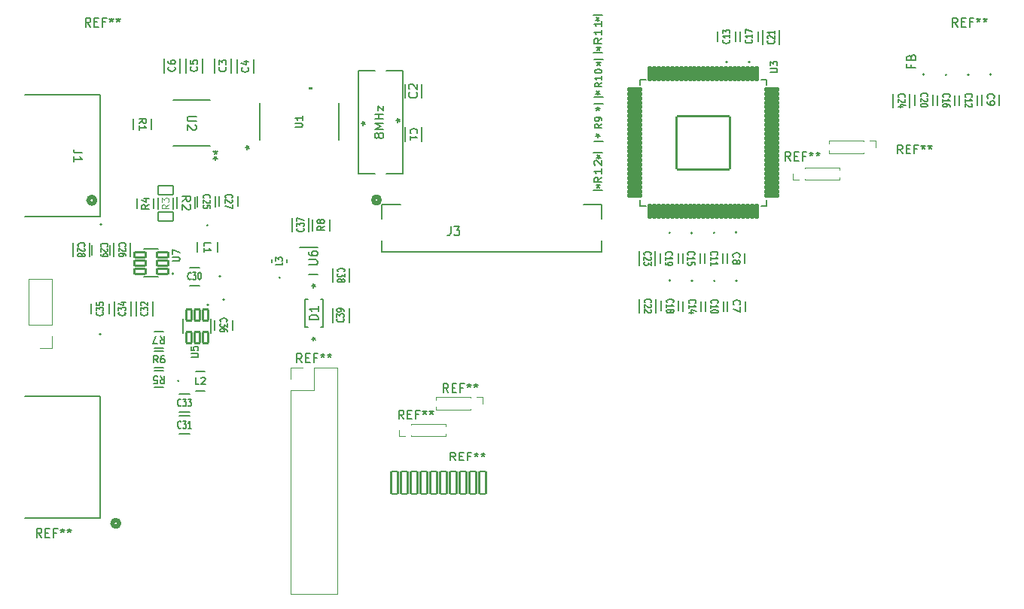
<source format=gto>
%TF.GenerationSoftware,KiCad,Pcbnew,8.0.8*%
%TF.CreationDate,2025-02-15T01:08:23-07:00*%
%TF.ProjectId,ECE Capstone PCB Design,45434520-4361-4707-9374-6f6e65205043,rev?*%
%TF.SameCoordinates,Original*%
%TF.FileFunction,Legend,Top*%
%TF.FilePolarity,Positive*%
%FSLAX46Y46*%
G04 Gerber Fmt 4.6, Leading zero omitted, Abs format (unit mm)*
G04 Created by KiCad (PCBNEW 8.0.8) date 2025-02-15 01:08:23*
%MOMM*%
%LPD*%
G01*
G04 APERTURE LIST*
G04 Aperture macros list*
%AMRoundRect*
0 Rectangle with rounded corners*
0 $1 Rounding radius*
0 $2 $3 $4 $5 $6 $7 $8 $9 X,Y pos of 4 corners*
0 Add a 4 corners polygon primitive as box body*
4,1,4,$2,$3,$4,$5,$6,$7,$8,$9,$2,$3,0*
0 Add four circle primitives for the rounded corners*
1,1,$1+$1,$2,$3*
1,1,$1+$1,$4,$5*
1,1,$1+$1,$6,$7*
1,1,$1+$1,$8,$9*
0 Add four rect primitives between the rounded corners*
20,1,$1+$1,$2,$3,$4,$5,0*
20,1,$1+$1,$4,$5,$6,$7,0*
20,1,$1+$1,$6,$7,$8,$9,0*
20,1,$1+$1,$8,$9,$2,$3,0*%
G04 Aperture macros list end*
%ADD10C,0.150000*%
%ADD11C,0.098425*%
%ADD12C,0.152400*%
%ADD13C,0.508000*%
%ADD14C,0.120000*%
%ADD15C,0.200000*%
%ADD16C,0.127000*%
%ADD17C,0.000000*%
%ADD18C,5.400000*%
%ADD19C,1.854200*%
%ADD20C,1.752600*%
%ADD21R,1.700000X1.700000*%
%ADD22O,1.700000X1.700000*%
%ADD23R,0.800001X0.549999*%
%ADD24R,1.752600X1.168400*%
%ADD25R,1.447800X0.609600*%
%ADD26R,0.584200X0.203200*%
%ADD27R,0.381000X1.346200*%
%ADD28R,2.540000X1.854200*%
%ADD29R,1.168400X1.803400*%
%ADD30R,1.600000X0.855600*%
%ADD31R,1.117600X1.600200*%
%ADD32R,1.803400X1.168400*%
%ADD33RoundRect,0.099250X0.627750X0.297750X-0.627750X0.297750X-0.627750X-0.297750X0.627750X-0.297750X0*%
%ADD34R,0.939800X0.965200*%
%ADD35R,2.006600X0.850900*%
%ADD36RoundRect,0.099250X-0.297750X0.627750X-0.297750X-0.627750X0.297750X-0.627750X0.297750X0.627750X0*%
%ADD37RoundRect,0.102000X-0.139700X0.736600X-0.139700X-0.736600X0.139700X-0.736600X0.139700X0.736600X0*%
%ADD38RoundRect,0.102000X-0.736600X0.139700X-0.736600X-0.139700X0.736600X-0.139700X0.736600X0.139700X0*%
%ADD39RoundRect,0.102000X-2.997200X2.997200X-2.997200X-2.997200X2.997200X-2.997200X2.997200X2.997200X0*%
%ADD40R,1.701800X1.016000*%
%ADD41R,1.752600X1.016000*%
%ADD42R,1.600200X1.117600*%
%ADD43R,0.609600X4.114800*%
%ADD44R,1.981200X0.558800*%
%ADD45R,0.558800X1.397000*%
%ADD46R,1.168400X1.752600*%
%ADD47RoundRect,0.102000X0.860000X-0.525000X0.860000X0.525000X-0.860000X0.525000X-0.860000X-0.525000X0*%
%ADD48R,0.850000X0.850000*%
%ADD49O,0.850000X0.850000*%
%ADD50R,0.850900X2.006600*%
%ADD51R,0.762000X1.219200*%
%ADD52RoundRect,0.102000X-0.375000X-1.250000X0.375000X-1.250000X0.375000X1.250000X-0.375000X1.250000X0*%
G04 APERTURE END LIST*
D10*
X153936666Y-86764819D02*
X153603333Y-86288628D01*
X153365238Y-86764819D02*
X153365238Y-85764819D01*
X153365238Y-85764819D02*
X153746190Y-85764819D01*
X153746190Y-85764819D02*
X153841428Y-85812438D01*
X153841428Y-85812438D02*
X153889047Y-85860057D01*
X153889047Y-85860057D02*
X153936666Y-85955295D01*
X153936666Y-85955295D02*
X153936666Y-86098152D01*
X153936666Y-86098152D02*
X153889047Y-86193390D01*
X153889047Y-86193390D02*
X153841428Y-86241009D01*
X153841428Y-86241009D02*
X153746190Y-86288628D01*
X153746190Y-86288628D02*
X153365238Y-86288628D01*
X154365238Y-86241009D02*
X154698571Y-86241009D01*
X154841428Y-86764819D02*
X154365238Y-86764819D01*
X154365238Y-86764819D02*
X154365238Y-85764819D01*
X154365238Y-85764819D02*
X154841428Y-85764819D01*
X155603333Y-86241009D02*
X155270000Y-86241009D01*
X155270000Y-86764819D02*
X155270000Y-85764819D01*
X155270000Y-85764819D02*
X155746190Y-85764819D01*
X156270000Y-85764819D02*
X156270000Y-86002914D01*
X156031905Y-85907676D02*
X156270000Y-86002914D01*
X156270000Y-86002914D02*
X156508095Y-85907676D01*
X156127143Y-86193390D02*
X156270000Y-86002914D01*
X156270000Y-86002914D02*
X156412857Y-86193390D01*
X157031905Y-85764819D02*
X157031905Y-86002914D01*
X156793810Y-85907676D02*
X157031905Y-86002914D01*
X157031905Y-86002914D02*
X157270000Y-85907676D01*
X156889048Y-86193390D02*
X157031905Y-86002914D01*
X157031905Y-86002914D02*
X157174762Y-86193390D01*
X154679818Y-75761904D02*
X155489341Y-75761904D01*
X155489341Y-75761904D02*
X155584579Y-75714285D01*
X155584579Y-75714285D02*
X155632199Y-75666666D01*
X155632199Y-75666666D02*
X155679818Y-75571428D01*
X155679818Y-75571428D02*
X155679818Y-75380952D01*
X155679818Y-75380952D02*
X155632199Y-75285714D01*
X155632199Y-75285714D02*
X155584579Y-75238095D01*
X155584579Y-75238095D02*
X155489341Y-75190476D01*
X155489341Y-75190476D02*
X154679818Y-75190476D01*
X154679818Y-74285714D02*
X154679818Y-74476190D01*
X154679818Y-74476190D02*
X154727437Y-74571428D01*
X154727437Y-74571428D02*
X154775056Y-74619047D01*
X154775056Y-74619047D02*
X154917913Y-74714285D01*
X154917913Y-74714285D02*
X155108389Y-74761904D01*
X155108389Y-74761904D02*
X155489341Y-74761904D01*
X155489341Y-74761904D02*
X155584579Y-74714285D01*
X155584579Y-74714285D02*
X155632199Y-74666666D01*
X155632199Y-74666666D02*
X155679818Y-74571428D01*
X155679818Y-74571428D02*
X155679818Y-74380952D01*
X155679818Y-74380952D02*
X155632199Y-74285714D01*
X155632199Y-74285714D02*
X155584579Y-74238095D01*
X155584579Y-74238095D02*
X155489341Y-74190476D01*
X155489341Y-74190476D02*
X155251246Y-74190476D01*
X155251246Y-74190476D02*
X155156008Y-74238095D01*
X155156008Y-74238095D02*
X155108389Y-74285714D01*
X155108389Y-74285714D02*
X155060770Y-74380952D01*
X155060770Y-74380952D02*
X155060770Y-74571428D01*
X155060770Y-74571428D02*
X155108389Y-74666666D01*
X155108389Y-74666666D02*
X155156008Y-74714285D01*
X155156008Y-74714285D02*
X155251246Y-74761904D01*
X201986104Y-50445716D02*
X202024200Y-50474288D01*
X202024200Y-50474288D02*
X202062295Y-50560002D01*
X202062295Y-50560002D02*
X202062295Y-50617145D01*
X202062295Y-50617145D02*
X202024200Y-50702859D01*
X202024200Y-50702859D02*
X201948009Y-50760002D01*
X201948009Y-50760002D02*
X201871819Y-50788573D01*
X201871819Y-50788573D02*
X201719438Y-50817145D01*
X201719438Y-50817145D02*
X201605152Y-50817145D01*
X201605152Y-50817145D02*
X201452771Y-50788573D01*
X201452771Y-50788573D02*
X201376580Y-50760002D01*
X201376580Y-50760002D02*
X201300390Y-50702859D01*
X201300390Y-50702859D02*
X201262295Y-50617145D01*
X201262295Y-50617145D02*
X201262295Y-50560002D01*
X201262295Y-50560002D02*
X201300390Y-50474288D01*
X201300390Y-50474288D02*
X201338485Y-50445716D01*
X202062295Y-49874288D02*
X202062295Y-50217145D01*
X202062295Y-50045716D02*
X201262295Y-50045716D01*
X201262295Y-50045716D02*
X201376580Y-50102859D01*
X201376580Y-50102859D02*
X201452771Y-50160002D01*
X201452771Y-50160002D02*
X201490866Y-50217145D01*
X201262295Y-49674287D02*
X201262295Y-49302859D01*
X201262295Y-49302859D02*
X201567057Y-49502859D01*
X201567057Y-49502859D02*
X201567057Y-49417144D01*
X201567057Y-49417144D02*
X201605152Y-49360002D01*
X201605152Y-49360002D02*
X201643247Y-49331430D01*
X201643247Y-49331430D02*
X201719438Y-49302859D01*
X201719438Y-49302859D02*
X201909914Y-49302859D01*
X201909914Y-49302859D02*
X201986104Y-49331430D01*
X201986104Y-49331430D02*
X202024200Y-49360002D01*
X202024200Y-49360002D02*
X202062295Y-49417144D01*
X202062295Y-49417144D02*
X202062295Y-49588573D01*
X202062295Y-49588573D02*
X202024200Y-49645716D01*
X202024200Y-49645716D02*
X201986104Y-49674287D01*
X151762295Y-75455501D02*
X151762295Y-75741215D01*
X151762295Y-75741215D02*
X150962295Y-75741215D01*
X150962295Y-75312644D02*
X150962295Y-74941216D01*
X150962295Y-74941216D02*
X151267057Y-75141216D01*
X151267057Y-75141216D02*
X151267057Y-75055501D01*
X151267057Y-75055501D02*
X151305152Y-74998359D01*
X151305152Y-74998359D02*
X151343247Y-74969787D01*
X151343247Y-74969787D02*
X151419438Y-74941216D01*
X151419438Y-74941216D02*
X151609914Y-74941216D01*
X151609914Y-74941216D02*
X151686104Y-74969787D01*
X151686104Y-74969787D02*
X151724200Y-74998359D01*
X151724200Y-74998359D02*
X151762295Y-75055501D01*
X151762295Y-75055501D02*
X151762295Y-75226930D01*
X151762295Y-75226930D02*
X151724200Y-75284073D01*
X151724200Y-75284073D02*
X151686104Y-75312644D01*
X187597095Y-50245437D02*
X187216142Y-50578770D01*
X187597095Y-50816865D02*
X186797095Y-50816865D01*
X186797095Y-50816865D02*
X186797095Y-50435913D01*
X186797095Y-50435913D02*
X186835190Y-50340675D01*
X186835190Y-50340675D02*
X186873285Y-50293056D01*
X186873285Y-50293056D02*
X186949476Y-50245437D01*
X186949476Y-50245437D02*
X187063761Y-50245437D01*
X187063761Y-50245437D02*
X187139952Y-50293056D01*
X187139952Y-50293056D02*
X187178047Y-50340675D01*
X187178047Y-50340675D02*
X187216142Y-50435913D01*
X187216142Y-50435913D02*
X187216142Y-50816865D01*
X187597095Y-49293056D02*
X187597095Y-49864484D01*
X187597095Y-49578770D02*
X186797095Y-49578770D01*
X186797095Y-49578770D02*
X186911380Y-49674008D01*
X186911380Y-49674008D02*
X186987571Y-49769246D01*
X186987571Y-49769246D02*
X187025666Y-49864484D01*
X187597095Y-48340675D02*
X187597095Y-48912103D01*
X187597095Y-48626389D02*
X186797095Y-48626389D01*
X186797095Y-48626389D02*
X186911380Y-48721627D01*
X186911380Y-48721627D02*
X186987571Y-48816865D01*
X186987571Y-48816865D02*
X187025666Y-48912103D01*
X187169599Y-48347760D02*
X187169599Y-48109665D01*
X187407694Y-48204903D02*
X187169599Y-48109665D01*
X187169599Y-48109665D02*
X186931504Y-48204903D01*
X187312456Y-47919189D02*
X187169599Y-48109665D01*
X187169599Y-48109665D02*
X187026742Y-47919189D01*
X187269600Y-51154819D02*
X187269600Y-51392914D01*
X187031505Y-51297676D02*
X187269600Y-51392914D01*
X187269600Y-51392914D02*
X187507695Y-51297676D01*
X187126743Y-51583390D02*
X187269600Y-51392914D01*
X187269600Y-51392914D02*
X187412457Y-51583390D01*
X170666666Y-71454819D02*
X170666666Y-72169104D01*
X170666666Y-72169104D02*
X170619047Y-72311961D01*
X170619047Y-72311961D02*
X170523809Y-72407200D01*
X170523809Y-72407200D02*
X170380952Y-72454819D01*
X170380952Y-72454819D02*
X170285714Y-72454819D01*
X171047619Y-71454819D02*
X171666666Y-71454819D01*
X171666666Y-71454819D02*
X171333333Y-71835771D01*
X171333333Y-71835771D02*
X171476190Y-71835771D01*
X171476190Y-71835771D02*
X171571428Y-71883390D01*
X171571428Y-71883390D02*
X171619047Y-71931009D01*
X171619047Y-71931009D02*
X171666666Y-72026247D01*
X171666666Y-72026247D02*
X171666666Y-72264342D01*
X171666666Y-72264342D02*
X171619047Y-72359580D01*
X171619047Y-72359580D02*
X171571428Y-72407200D01*
X171571428Y-72407200D02*
X171476190Y-72454819D01*
X171476190Y-72454819D02*
X171190476Y-72454819D01*
X171190476Y-72454819D02*
X171095238Y-72407200D01*
X171095238Y-72407200D02*
X171047619Y-72359580D01*
X140341085Y-94086104D02*
X140312513Y-94124200D01*
X140312513Y-94124200D02*
X140226799Y-94162295D01*
X140226799Y-94162295D02*
X140169656Y-94162295D01*
X140169656Y-94162295D02*
X140083942Y-94124200D01*
X140083942Y-94124200D02*
X140026799Y-94048009D01*
X140026799Y-94048009D02*
X139998228Y-93971819D01*
X139998228Y-93971819D02*
X139969656Y-93819438D01*
X139969656Y-93819438D02*
X139969656Y-93705152D01*
X139969656Y-93705152D02*
X139998228Y-93552771D01*
X139998228Y-93552771D02*
X140026799Y-93476580D01*
X140026799Y-93476580D02*
X140083942Y-93400390D01*
X140083942Y-93400390D02*
X140169656Y-93362295D01*
X140169656Y-93362295D02*
X140226799Y-93362295D01*
X140226799Y-93362295D02*
X140312513Y-93400390D01*
X140312513Y-93400390D02*
X140341085Y-93438485D01*
X140541085Y-93362295D02*
X140912513Y-93362295D01*
X140912513Y-93362295D02*
X140712513Y-93667057D01*
X140712513Y-93667057D02*
X140798228Y-93667057D01*
X140798228Y-93667057D02*
X140855371Y-93705152D01*
X140855371Y-93705152D02*
X140883942Y-93743247D01*
X140883942Y-93743247D02*
X140912513Y-93819438D01*
X140912513Y-93819438D02*
X140912513Y-94009914D01*
X140912513Y-94009914D02*
X140883942Y-94086104D01*
X140883942Y-94086104D02*
X140855371Y-94124200D01*
X140855371Y-94124200D02*
X140798228Y-94162295D01*
X140798228Y-94162295D02*
X140626799Y-94162295D01*
X140626799Y-94162295D02*
X140569656Y-94124200D01*
X140569656Y-94124200D02*
X140541085Y-94086104D01*
X141483942Y-94162295D02*
X141141085Y-94162295D01*
X141312514Y-94162295D02*
X141312514Y-93362295D01*
X141312514Y-93362295D02*
X141255371Y-93476580D01*
X141255371Y-93476580D02*
X141198228Y-93552771D01*
X141198228Y-93552771D02*
X141141085Y-93590866D01*
X192463895Y-74666485D02*
X192425800Y-74637913D01*
X192425800Y-74637913D02*
X192387704Y-74552199D01*
X192387704Y-74552199D02*
X192387704Y-74495056D01*
X192387704Y-74495056D02*
X192425800Y-74409342D01*
X192425800Y-74409342D02*
X192501990Y-74352199D01*
X192501990Y-74352199D02*
X192578180Y-74323628D01*
X192578180Y-74323628D02*
X192730561Y-74295056D01*
X192730561Y-74295056D02*
X192844847Y-74295056D01*
X192844847Y-74295056D02*
X192997228Y-74323628D01*
X192997228Y-74323628D02*
X193073419Y-74352199D01*
X193073419Y-74352199D02*
X193149609Y-74409342D01*
X193149609Y-74409342D02*
X193187704Y-74495056D01*
X193187704Y-74495056D02*
X193187704Y-74552199D01*
X193187704Y-74552199D02*
X193149609Y-74637913D01*
X193149609Y-74637913D02*
X193111514Y-74666485D01*
X193111514Y-74895056D02*
X193149609Y-74923628D01*
X193149609Y-74923628D02*
X193187704Y-74980771D01*
X193187704Y-74980771D02*
X193187704Y-75123628D01*
X193187704Y-75123628D02*
X193149609Y-75180771D01*
X193149609Y-75180771D02*
X193111514Y-75209342D01*
X193111514Y-75209342D02*
X193035323Y-75237913D01*
X193035323Y-75237913D02*
X192959133Y-75237913D01*
X192959133Y-75237913D02*
X192844847Y-75209342D01*
X192844847Y-75209342D02*
X192387704Y-74866485D01*
X192387704Y-74866485D02*
X192387704Y-75237913D01*
X193187704Y-75437914D02*
X193187704Y-75809342D01*
X193187704Y-75809342D02*
X192882942Y-75609342D01*
X192882942Y-75609342D02*
X192882942Y-75695057D01*
X192882942Y-75695057D02*
X192844847Y-75752200D01*
X192844847Y-75752200D02*
X192806752Y-75780771D01*
X192806752Y-75780771D02*
X192730561Y-75809342D01*
X192730561Y-75809342D02*
X192540085Y-75809342D01*
X192540085Y-75809342D02*
X192463895Y-75780771D01*
X192463895Y-75780771D02*
X192425800Y-75752200D01*
X192425800Y-75752200D02*
X192387704Y-75695057D01*
X192387704Y-75695057D02*
X192387704Y-75523628D01*
X192387704Y-75523628D02*
X192425800Y-75466485D01*
X192425800Y-75466485D02*
X192463895Y-75437914D01*
X228566095Y-56866485D02*
X228528000Y-56837913D01*
X228528000Y-56837913D02*
X228489904Y-56752199D01*
X228489904Y-56752199D02*
X228489904Y-56695056D01*
X228489904Y-56695056D02*
X228528000Y-56609342D01*
X228528000Y-56609342D02*
X228604190Y-56552199D01*
X228604190Y-56552199D02*
X228680380Y-56523628D01*
X228680380Y-56523628D02*
X228832761Y-56495056D01*
X228832761Y-56495056D02*
X228947047Y-56495056D01*
X228947047Y-56495056D02*
X229099428Y-56523628D01*
X229099428Y-56523628D02*
X229175619Y-56552199D01*
X229175619Y-56552199D02*
X229251809Y-56609342D01*
X229251809Y-56609342D02*
X229289904Y-56695056D01*
X229289904Y-56695056D02*
X229289904Y-56752199D01*
X229289904Y-56752199D02*
X229251809Y-56837913D01*
X229251809Y-56837913D02*
X229213714Y-56866485D01*
X228489904Y-57437913D02*
X228489904Y-57095056D01*
X228489904Y-57266485D02*
X229289904Y-57266485D01*
X229289904Y-57266485D02*
X229175619Y-57209342D01*
X229175619Y-57209342D02*
X229099428Y-57152199D01*
X229099428Y-57152199D02*
X229061333Y-57095056D01*
X229213714Y-57666485D02*
X229251809Y-57695057D01*
X229251809Y-57695057D02*
X229289904Y-57752200D01*
X229289904Y-57752200D02*
X229289904Y-57895057D01*
X229289904Y-57895057D02*
X229251809Y-57952200D01*
X229251809Y-57952200D02*
X229213714Y-57980771D01*
X229213714Y-57980771D02*
X229137523Y-58009342D01*
X229137523Y-58009342D02*
X229061333Y-58009342D01*
X229061333Y-58009342D02*
X228947047Y-57980771D01*
X228947047Y-57980771D02*
X228489904Y-57637914D01*
X228489904Y-57637914D02*
X228489904Y-58009342D01*
X166203895Y-60946667D02*
X166165800Y-60908571D01*
X166165800Y-60908571D02*
X166127704Y-60794286D01*
X166127704Y-60794286D02*
X166127704Y-60718095D01*
X166127704Y-60718095D02*
X166165800Y-60603809D01*
X166165800Y-60603809D02*
X166241990Y-60527619D01*
X166241990Y-60527619D02*
X166318180Y-60489524D01*
X166318180Y-60489524D02*
X166470561Y-60451428D01*
X166470561Y-60451428D02*
X166584847Y-60451428D01*
X166584847Y-60451428D02*
X166737228Y-60489524D01*
X166737228Y-60489524D02*
X166813419Y-60527619D01*
X166813419Y-60527619D02*
X166889609Y-60603809D01*
X166889609Y-60603809D02*
X166927704Y-60718095D01*
X166927704Y-60718095D02*
X166927704Y-60794286D01*
X166927704Y-60794286D02*
X166889609Y-60908571D01*
X166889609Y-60908571D02*
X166851514Y-60946667D01*
X166127704Y-61708571D02*
X166127704Y-61251428D01*
X166127704Y-61480000D02*
X166927704Y-61480000D01*
X166927704Y-61480000D02*
X166813419Y-61403809D01*
X166813419Y-61403809D02*
X166737228Y-61327619D01*
X166737228Y-61327619D02*
X166699133Y-61251428D01*
X204486104Y-50437914D02*
X204524200Y-50466486D01*
X204524200Y-50466486D02*
X204562295Y-50552200D01*
X204562295Y-50552200D02*
X204562295Y-50609343D01*
X204562295Y-50609343D02*
X204524200Y-50695057D01*
X204524200Y-50695057D02*
X204448009Y-50752200D01*
X204448009Y-50752200D02*
X204371819Y-50780771D01*
X204371819Y-50780771D02*
X204219438Y-50809343D01*
X204219438Y-50809343D02*
X204105152Y-50809343D01*
X204105152Y-50809343D02*
X203952771Y-50780771D01*
X203952771Y-50780771D02*
X203876580Y-50752200D01*
X203876580Y-50752200D02*
X203800390Y-50695057D01*
X203800390Y-50695057D02*
X203762295Y-50609343D01*
X203762295Y-50609343D02*
X203762295Y-50552200D01*
X203762295Y-50552200D02*
X203800390Y-50466486D01*
X203800390Y-50466486D02*
X203838485Y-50437914D01*
X204562295Y-49866486D02*
X204562295Y-50209343D01*
X204562295Y-50037914D02*
X203762295Y-50037914D01*
X203762295Y-50037914D02*
X203876580Y-50095057D01*
X203876580Y-50095057D02*
X203952771Y-50152200D01*
X203952771Y-50152200D02*
X203990866Y-50209343D01*
X203762295Y-49666485D02*
X203762295Y-49266485D01*
X203762295Y-49266485D02*
X204562295Y-49523628D01*
X206986104Y-50517915D02*
X207024200Y-50546487D01*
X207024200Y-50546487D02*
X207062295Y-50632201D01*
X207062295Y-50632201D02*
X207062295Y-50689344D01*
X207062295Y-50689344D02*
X207024200Y-50775058D01*
X207024200Y-50775058D02*
X206948009Y-50832201D01*
X206948009Y-50832201D02*
X206871819Y-50860772D01*
X206871819Y-50860772D02*
X206719438Y-50889344D01*
X206719438Y-50889344D02*
X206605152Y-50889344D01*
X206605152Y-50889344D02*
X206452771Y-50860772D01*
X206452771Y-50860772D02*
X206376580Y-50832201D01*
X206376580Y-50832201D02*
X206300390Y-50775058D01*
X206300390Y-50775058D02*
X206262295Y-50689344D01*
X206262295Y-50689344D02*
X206262295Y-50632201D01*
X206262295Y-50632201D02*
X206300390Y-50546487D01*
X206300390Y-50546487D02*
X206338485Y-50517915D01*
X206338485Y-50289344D02*
X206300390Y-50260772D01*
X206300390Y-50260772D02*
X206262295Y-50203630D01*
X206262295Y-50203630D02*
X206262295Y-50060772D01*
X206262295Y-50060772D02*
X206300390Y-50003630D01*
X206300390Y-50003630D02*
X206338485Y-49975058D01*
X206338485Y-49975058D02*
X206414676Y-49946487D01*
X206414676Y-49946487D02*
X206490866Y-49946487D01*
X206490866Y-49946487D02*
X206605152Y-49975058D01*
X206605152Y-49975058D02*
X207062295Y-50317915D01*
X207062295Y-50317915D02*
X207062295Y-49946487D01*
X207062295Y-49375058D02*
X207062295Y-49717915D01*
X207062295Y-49546486D02*
X206262295Y-49546486D01*
X206262295Y-49546486D02*
X206376580Y-49603629D01*
X206376580Y-49603629D02*
X206452771Y-49660772D01*
X206452771Y-49660772D02*
X206490866Y-49717915D01*
X137720467Y-86792295D02*
X137453800Y-86411342D01*
X137263324Y-86792295D02*
X137263324Y-85992295D01*
X137263324Y-85992295D02*
X137568086Y-85992295D01*
X137568086Y-85992295D02*
X137644276Y-86030390D01*
X137644276Y-86030390D02*
X137682371Y-86068485D01*
X137682371Y-86068485D02*
X137720467Y-86144676D01*
X137720467Y-86144676D02*
X137720467Y-86258961D01*
X137720467Y-86258961D02*
X137682371Y-86335152D01*
X137682371Y-86335152D02*
X137644276Y-86373247D01*
X137644276Y-86373247D02*
X137568086Y-86411342D01*
X137568086Y-86411342D02*
X137263324Y-86411342D01*
X138406181Y-85992295D02*
X138253800Y-85992295D01*
X138253800Y-85992295D02*
X138177609Y-86030390D01*
X138177609Y-86030390D02*
X138139514Y-86068485D01*
X138139514Y-86068485D02*
X138063324Y-86182771D01*
X138063324Y-86182771D02*
X138025228Y-86335152D01*
X138025228Y-86335152D02*
X138025228Y-86639914D01*
X138025228Y-86639914D02*
X138063324Y-86716104D01*
X138063324Y-86716104D02*
X138101419Y-86754200D01*
X138101419Y-86754200D02*
X138177609Y-86792295D01*
X138177609Y-86792295D02*
X138329990Y-86792295D01*
X138329990Y-86792295D02*
X138406181Y-86754200D01*
X138406181Y-86754200D02*
X138444276Y-86716104D01*
X138444276Y-86716104D02*
X138482371Y-86639914D01*
X138482371Y-86639914D02*
X138482371Y-86449438D01*
X138482371Y-86449438D02*
X138444276Y-86373247D01*
X138444276Y-86373247D02*
X138406181Y-86335152D01*
X138406181Y-86335152D02*
X138329990Y-86297057D01*
X138329990Y-86297057D02*
X138177609Y-86297057D01*
X138177609Y-86297057D02*
X138101419Y-86335152D01*
X138101419Y-86335152D02*
X138063324Y-86373247D01*
X138063324Y-86373247D02*
X138025228Y-86449438D01*
X142913895Y-68241085D02*
X142875800Y-68212513D01*
X142875800Y-68212513D02*
X142837704Y-68126799D01*
X142837704Y-68126799D02*
X142837704Y-68069656D01*
X142837704Y-68069656D02*
X142875800Y-67983942D01*
X142875800Y-67983942D02*
X142951990Y-67926799D01*
X142951990Y-67926799D02*
X143028180Y-67898228D01*
X143028180Y-67898228D02*
X143180561Y-67869656D01*
X143180561Y-67869656D02*
X143294847Y-67869656D01*
X143294847Y-67869656D02*
X143447228Y-67898228D01*
X143447228Y-67898228D02*
X143523419Y-67926799D01*
X143523419Y-67926799D02*
X143599609Y-67983942D01*
X143599609Y-67983942D02*
X143637704Y-68069656D01*
X143637704Y-68069656D02*
X143637704Y-68126799D01*
X143637704Y-68126799D02*
X143599609Y-68212513D01*
X143599609Y-68212513D02*
X143561514Y-68241085D01*
X143561514Y-68469656D02*
X143599609Y-68498228D01*
X143599609Y-68498228D02*
X143637704Y-68555371D01*
X143637704Y-68555371D02*
X143637704Y-68698228D01*
X143637704Y-68698228D02*
X143599609Y-68755371D01*
X143599609Y-68755371D02*
X143561514Y-68783942D01*
X143561514Y-68783942D02*
X143485323Y-68812513D01*
X143485323Y-68812513D02*
X143409133Y-68812513D01*
X143409133Y-68812513D02*
X143294847Y-68783942D01*
X143294847Y-68783942D02*
X142837704Y-68441085D01*
X142837704Y-68441085D02*
X142837704Y-68812513D01*
X143637704Y-69355371D02*
X143637704Y-69069657D01*
X143637704Y-69069657D02*
X143256752Y-69041085D01*
X143256752Y-69041085D02*
X143294847Y-69069657D01*
X143294847Y-69069657D02*
X143332942Y-69126800D01*
X143332942Y-69126800D02*
X143332942Y-69269657D01*
X143332942Y-69269657D02*
X143294847Y-69326800D01*
X143294847Y-69326800D02*
X143256752Y-69355371D01*
X143256752Y-69355371D02*
X143180561Y-69383942D01*
X143180561Y-69383942D02*
X142990085Y-69383942D01*
X142990085Y-69383942D02*
X142913895Y-69355371D01*
X142913895Y-69355371D02*
X142875800Y-69326800D01*
X142875800Y-69326800D02*
X142837704Y-69269657D01*
X142837704Y-69269657D02*
X142837704Y-69126800D01*
X142837704Y-69126800D02*
X142875800Y-69069657D01*
X142875800Y-69069657D02*
X142913895Y-69041085D01*
X139398695Y-75332723D02*
X140046314Y-75332723D01*
X140046314Y-75332723D02*
X140122504Y-75294628D01*
X140122504Y-75294628D02*
X140160600Y-75256533D01*
X140160600Y-75256533D02*
X140198695Y-75180342D01*
X140198695Y-75180342D02*
X140198695Y-75027961D01*
X140198695Y-75027961D02*
X140160600Y-74951771D01*
X140160600Y-74951771D02*
X140122504Y-74913676D01*
X140122504Y-74913676D02*
X140046314Y-74875580D01*
X140046314Y-74875580D02*
X139398695Y-74875580D01*
X139398695Y-74570819D02*
X139398695Y-74037485D01*
X139398695Y-74037485D02*
X140198695Y-74380343D01*
X144820695Y-82166485D02*
X144782600Y-82137913D01*
X144782600Y-82137913D02*
X144744504Y-82052199D01*
X144744504Y-82052199D02*
X144744504Y-81995056D01*
X144744504Y-81995056D02*
X144782600Y-81909342D01*
X144782600Y-81909342D02*
X144858790Y-81852199D01*
X144858790Y-81852199D02*
X144934980Y-81823628D01*
X144934980Y-81823628D02*
X145087361Y-81795056D01*
X145087361Y-81795056D02*
X145201647Y-81795056D01*
X145201647Y-81795056D02*
X145354028Y-81823628D01*
X145354028Y-81823628D02*
X145430219Y-81852199D01*
X145430219Y-81852199D02*
X145506409Y-81909342D01*
X145506409Y-81909342D02*
X145544504Y-81995056D01*
X145544504Y-81995056D02*
X145544504Y-82052199D01*
X145544504Y-82052199D02*
X145506409Y-82137913D01*
X145506409Y-82137913D02*
X145468314Y-82166485D01*
X145544504Y-82366485D02*
X145544504Y-82737913D01*
X145544504Y-82737913D02*
X145239742Y-82537913D01*
X145239742Y-82537913D02*
X145239742Y-82623628D01*
X145239742Y-82623628D02*
X145201647Y-82680771D01*
X145201647Y-82680771D02*
X145163552Y-82709342D01*
X145163552Y-82709342D02*
X145087361Y-82737913D01*
X145087361Y-82737913D02*
X144896885Y-82737913D01*
X144896885Y-82737913D02*
X144820695Y-82709342D01*
X144820695Y-82709342D02*
X144782600Y-82680771D01*
X144782600Y-82680771D02*
X144744504Y-82623628D01*
X144744504Y-82623628D02*
X144744504Y-82452199D01*
X144744504Y-82452199D02*
X144782600Y-82395056D01*
X144782600Y-82395056D02*
X144820695Y-82366485D01*
X145544504Y-83252200D02*
X145544504Y-83137914D01*
X145544504Y-83137914D02*
X145506409Y-83080771D01*
X145506409Y-83080771D02*
X145468314Y-83052200D01*
X145468314Y-83052200D02*
X145354028Y-82995057D01*
X145354028Y-82995057D02*
X145201647Y-82966485D01*
X145201647Y-82966485D02*
X144896885Y-82966485D01*
X144896885Y-82966485D02*
X144820695Y-82995057D01*
X144820695Y-82995057D02*
X144782600Y-83023628D01*
X144782600Y-83023628D02*
X144744504Y-83080771D01*
X144744504Y-83080771D02*
X144744504Y-83195057D01*
X144744504Y-83195057D02*
X144782600Y-83252200D01*
X144782600Y-83252200D02*
X144820695Y-83280771D01*
X144820695Y-83280771D02*
X144896885Y-83309342D01*
X144896885Y-83309342D02*
X145087361Y-83309342D01*
X145087361Y-83309342D02*
X145163552Y-83280771D01*
X145163552Y-83280771D02*
X145201647Y-83252200D01*
X145201647Y-83252200D02*
X145239742Y-83195057D01*
X145239742Y-83195057D02*
X145239742Y-83080771D01*
X145239742Y-83080771D02*
X145201647Y-83023628D01*
X145201647Y-83023628D02*
X145163552Y-82995057D01*
X145163552Y-82995057D02*
X145087361Y-82966485D01*
X192513895Y-80009885D02*
X192475800Y-79981313D01*
X192475800Y-79981313D02*
X192437704Y-79895599D01*
X192437704Y-79895599D02*
X192437704Y-79838456D01*
X192437704Y-79838456D02*
X192475800Y-79752742D01*
X192475800Y-79752742D02*
X192551990Y-79695599D01*
X192551990Y-79695599D02*
X192628180Y-79667028D01*
X192628180Y-79667028D02*
X192780561Y-79638456D01*
X192780561Y-79638456D02*
X192894847Y-79638456D01*
X192894847Y-79638456D02*
X193047228Y-79667028D01*
X193047228Y-79667028D02*
X193123419Y-79695599D01*
X193123419Y-79695599D02*
X193199609Y-79752742D01*
X193199609Y-79752742D02*
X193237704Y-79838456D01*
X193237704Y-79838456D02*
X193237704Y-79895599D01*
X193237704Y-79895599D02*
X193199609Y-79981313D01*
X193199609Y-79981313D02*
X193161514Y-80009885D01*
X193161514Y-80238456D02*
X193199609Y-80267028D01*
X193199609Y-80267028D02*
X193237704Y-80324171D01*
X193237704Y-80324171D02*
X193237704Y-80467028D01*
X193237704Y-80467028D02*
X193199609Y-80524171D01*
X193199609Y-80524171D02*
X193161514Y-80552742D01*
X193161514Y-80552742D02*
X193085323Y-80581313D01*
X193085323Y-80581313D02*
X193009133Y-80581313D01*
X193009133Y-80581313D02*
X192894847Y-80552742D01*
X192894847Y-80552742D02*
X192437704Y-80209885D01*
X192437704Y-80209885D02*
X192437704Y-80581313D01*
X193161514Y-80809885D02*
X193199609Y-80838457D01*
X193199609Y-80838457D02*
X193237704Y-80895600D01*
X193237704Y-80895600D02*
X193237704Y-81038457D01*
X193237704Y-81038457D02*
X193199609Y-81095600D01*
X193199609Y-81095600D02*
X193161514Y-81124171D01*
X193161514Y-81124171D02*
X193085323Y-81152742D01*
X193085323Y-81152742D02*
X193009133Y-81152742D01*
X193009133Y-81152742D02*
X192894847Y-81124171D01*
X192894847Y-81124171D02*
X192437704Y-80781314D01*
X192437704Y-80781314D02*
X192437704Y-81152742D01*
X226066095Y-56866485D02*
X226028000Y-56837913D01*
X226028000Y-56837913D02*
X225989904Y-56752199D01*
X225989904Y-56752199D02*
X225989904Y-56695056D01*
X225989904Y-56695056D02*
X226028000Y-56609342D01*
X226028000Y-56609342D02*
X226104190Y-56552199D01*
X226104190Y-56552199D02*
X226180380Y-56523628D01*
X226180380Y-56523628D02*
X226332761Y-56495056D01*
X226332761Y-56495056D02*
X226447047Y-56495056D01*
X226447047Y-56495056D02*
X226599428Y-56523628D01*
X226599428Y-56523628D02*
X226675619Y-56552199D01*
X226675619Y-56552199D02*
X226751809Y-56609342D01*
X226751809Y-56609342D02*
X226789904Y-56695056D01*
X226789904Y-56695056D02*
X226789904Y-56752199D01*
X226789904Y-56752199D02*
X226751809Y-56837913D01*
X226751809Y-56837913D02*
X226713714Y-56866485D01*
X225989904Y-57437913D02*
X225989904Y-57095056D01*
X225989904Y-57266485D02*
X226789904Y-57266485D01*
X226789904Y-57266485D02*
X226675619Y-57209342D01*
X226675619Y-57209342D02*
X226599428Y-57152199D01*
X226599428Y-57152199D02*
X226561333Y-57095056D01*
X226789904Y-57952200D02*
X226789904Y-57837914D01*
X226789904Y-57837914D02*
X226751809Y-57780771D01*
X226751809Y-57780771D02*
X226713714Y-57752200D01*
X226713714Y-57752200D02*
X226599428Y-57695057D01*
X226599428Y-57695057D02*
X226447047Y-57666485D01*
X226447047Y-57666485D02*
X226142285Y-57666485D01*
X226142285Y-57666485D02*
X226066095Y-57695057D01*
X226066095Y-57695057D02*
X226028000Y-57723628D01*
X226028000Y-57723628D02*
X225989904Y-57780771D01*
X225989904Y-57780771D02*
X225989904Y-57895057D01*
X225989904Y-57895057D02*
X226028000Y-57952200D01*
X226028000Y-57952200D02*
X226066095Y-57980771D01*
X226066095Y-57980771D02*
X226142285Y-58009342D01*
X226142285Y-58009342D02*
X226332761Y-58009342D01*
X226332761Y-58009342D02*
X226408952Y-57980771D01*
X226408952Y-57980771D02*
X226447047Y-57952200D01*
X226447047Y-57952200D02*
X226485142Y-57895057D01*
X226485142Y-57895057D02*
X226485142Y-57780771D01*
X226485142Y-57780771D02*
X226447047Y-57723628D01*
X226447047Y-57723628D02*
X226408952Y-57695057D01*
X226408952Y-57695057D02*
X226332761Y-57666485D01*
X142929104Y-73639866D02*
X142929104Y-73258914D01*
X142929104Y-73258914D02*
X143729104Y-73258914D01*
X142929104Y-74325580D02*
X142929104Y-73868437D01*
X142929104Y-74097009D02*
X143729104Y-74097009D01*
X143729104Y-74097009D02*
X143614819Y-74020818D01*
X143614819Y-74020818D02*
X143538628Y-73944628D01*
X143538628Y-73944628D02*
X143500533Y-73868437D01*
X141459395Y-86196823D02*
X142107014Y-86196823D01*
X142107014Y-86196823D02*
X142183204Y-86158728D01*
X142183204Y-86158728D02*
X142221300Y-86120633D01*
X142221300Y-86120633D02*
X142259395Y-86044442D01*
X142259395Y-86044442D02*
X142259395Y-85892061D01*
X142259395Y-85892061D02*
X142221300Y-85815871D01*
X142221300Y-85815871D02*
X142183204Y-85777776D01*
X142183204Y-85777776D02*
X142107014Y-85739680D01*
X142107014Y-85739680D02*
X141459395Y-85739680D01*
X141459395Y-84977776D02*
X141459395Y-85358728D01*
X141459395Y-85358728D02*
X141840347Y-85396824D01*
X141840347Y-85396824D02*
X141802252Y-85358728D01*
X141802252Y-85358728D02*
X141764157Y-85282538D01*
X141764157Y-85282538D02*
X141764157Y-85092062D01*
X141764157Y-85092062D02*
X141802252Y-85015871D01*
X141802252Y-85015871D02*
X141840347Y-84977776D01*
X141840347Y-84977776D02*
X141916538Y-84939681D01*
X141916538Y-84939681D02*
X142107014Y-84939681D01*
X142107014Y-84939681D02*
X142183204Y-84977776D01*
X142183204Y-84977776D02*
X142221300Y-85015871D01*
X142221300Y-85015871D02*
X142259395Y-85092062D01*
X142259395Y-85092062D02*
X142259395Y-85282538D01*
X142259395Y-85282538D02*
X142221300Y-85358728D01*
X142221300Y-85358728D02*
X142183204Y-85396824D01*
X131536104Y-81107913D02*
X131574200Y-81136485D01*
X131574200Y-81136485D02*
X131612295Y-81222199D01*
X131612295Y-81222199D02*
X131612295Y-81279342D01*
X131612295Y-81279342D02*
X131574200Y-81365056D01*
X131574200Y-81365056D02*
X131498009Y-81422199D01*
X131498009Y-81422199D02*
X131421819Y-81450770D01*
X131421819Y-81450770D02*
X131269438Y-81479342D01*
X131269438Y-81479342D02*
X131155152Y-81479342D01*
X131155152Y-81479342D02*
X131002771Y-81450770D01*
X131002771Y-81450770D02*
X130926580Y-81422199D01*
X130926580Y-81422199D02*
X130850390Y-81365056D01*
X130850390Y-81365056D02*
X130812295Y-81279342D01*
X130812295Y-81279342D02*
X130812295Y-81222199D01*
X130812295Y-81222199D02*
X130850390Y-81136485D01*
X130850390Y-81136485D02*
X130888485Y-81107913D01*
X130812295Y-80907913D02*
X130812295Y-80536485D01*
X130812295Y-80536485D02*
X131117057Y-80736485D01*
X131117057Y-80736485D02*
X131117057Y-80650770D01*
X131117057Y-80650770D02*
X131155152Y-80593628D01*
X131155152Y-80593628D02*
X131193247Y-80565056D01*
X131193247Y-80565056D02*
X131269438Y-80536485D01*
X131269438Y-80536485D02*
X131459914Y-80536485D01*
X131459914Y-80536485D02*
X131536104Y-80565056D01*
X131536104Y-80565056D02*
X131574200Y-80593628D01*
X131574200Y-80593628D02*
X131612295Y-80650770D01*
X131612295Y-80650770D02*
X131612295Y-80822199D01*
X131612295Y-80822199D02*
X131574200Y-80879342D01*
X131574200Y-80879342D02*
X131536104Y-80907913D01*
X130812295Y-79993627D02*
X130812295Y-80279341D01*
X130812295Y-80279341D02*
X131193247Y-80307913D01*
X131193247Y-80307913D02*
X131155152Y-80279341D01*
X131155152Y-80279341D02*
X131117057Y-80222199D01*
X131117057Y-80222199D02*
X131117057Y-80079341D01*
X131117057Y-80079341D02*
X131155152Y-80022199D01*
X131155152Y-80022199D02*
X131193247Y-79993627D01*
X131193247Y-79993627D02*
X131269438Y-79965056D01*
X131269438Y-79965056D02*
X131459914Y-79965056D01*
X131459914Y-79965056D02*
X131536104Y-79993627D01*
X131536104Y-79993627D02*
X131574200Y-80022199D01*
X131574200Y-80022199D02*
X131612295Y-80079341D01*
X131612295Y-80079341D02*
X131612295Y-80222199D01*
X131612295Y-80222199D02*
X131574200Y-80279341D01*
X131574200Y-80279341D02*
X131536104Y-80307913D01*
X139616104Y-53463332D02*
X139654200Y-53501428D01*
X139654200Y-53501428D02*
X139692295Y-53615713D01*
X139692295Y-53615713D02*
X139692295Y-53691904D01*
X139692295Y-53691904D02*
X139654200Y-53806190D01*
X139654200Y-53806190D02*
X139578009Y-53882380D01*
X139578009Y-53882380D02*
X139501819Y-53920475D01*
X139501819Y-53920475D02*
X139349438Y-53958571D01*
X139349438Y-53958571D02*
X139235152Y-53958571D01*
X139235152Y-53958571D02*
X139082771Y-53920475D01*
X139082771Y-53920475D02*
X139006580Y-53882380D01*
X139006580Y-53882380D02*
X138930390Y-53806190D01*
X138930390Y-53806190D02*
X138892295Y-53691904D01*
X138892295Y-53691904D02*
X138892295Y-53615713D01*
X138892295Y-53615713D02*
X138930390Y-53501428D01*
X138930390Y-53501428D02*
X138968485Y-53463332D01*
X138892295Y-52777618D02*
X138892295Y-52929999D01*
X138892295Y-52929999D02*
X138930390Y-53006190D01*
X138930390Y-53006190D02*
X138968485Y-53044285D01*
X138968485Y-53044285D02*
X139082771Y-53120475D01*
X139082771Y-53120475D02*
X139235152Y-53158571D01*
X139235152Y-53158571D02*
X139539914Y-53158571D01*
X139539914Y-53158571D02*
X139616104Y-53120475D01*
X139616104Y-53120475D02*
X139654200Y-53082380D01*
X139654200Y-53082380D02*
X139692295Y-53006190D01*
X139692295Y-53006190D02*
X139692295Y-52853809D01*
X139692295Y-52853809D02*
X139654200Y-52777618D01*
X139654200Y-52777618D02*
X139616104Y-52739523D01*
X139616104Y-52739523D02*
X139539914Y-52701428D01*
X139539914Y-52701428D02*
X139349438Y-52701428D01*
X139349438Y-52701428D02*
X139273247Y-52739523D01*
X139273247Y-52739523D02*
X139235152Y-52777618D01*
X139235152Y-52777618D02*
X139197057Y-52853809D01*
X139197057Y-52853809D02*
X139197057Y-53006190D01*
X139197057Y-53006190D02*
X139235152Y-53082380D01*
X139235152Y-53082380D02*
X139273247Y-53120475D01*
X139273247Y-53120475D02*
X139349438Y-53158571D01*
X206590695Y-54109523D02*
X207238314Y-54109523D01*
X207238314Y-54109523D02*
X207314504Y-54071428D01*
X207314504Y-54071428D02*
X207352600Y-54033333D01*
X207352600Y-54033333D02*
X207390695Y-53957142D01*
X207390695Y-53957142D02*
X207390695Y-53804761D01*
X207390695Y-53804761D02*
X207352600Y-53728571D01*
X207352600Y-53728571D02*
X207314504Y-53690476D01*
X207314504Y-53690476D02*
X207238314Y-53652380D01*
X207238314Y-53652380D02*
X206590695Y-53652380D01*
X206590695Y-53347619D02*
X206590695Y-52852381D01*
X206590695Y-52852381D02*
X206895457Y-53119047D01*
X206895457Y-53119047D02*
X206895457Y-53004762D01*
X206895457Y-53004762D02*
X206933552Y-52928571D01*
X206933552Y-52928571D02*
X206971647Y-52890476D01*
X206971647Y-52890476D02*
X207047838Y-52852381D01*
X207047838Y-52852381D02*
X207238314Y-52852381D01*
X207238314Y-52852381D02*
X207314504Y-52890476D01*
X207314504Y-52890476D02*
X207352600Y-52928571D01*
X207352600Y-52928571D02*
X207390695Y-53004762D01*
X207390695Y-53004762D02*
X207390695Y-53233333D01*
X207390695Y-53233333D02*
X207352600Y-53309524D01*
X207352600Y-53309524D02*
X207314504Y-53347619D01*
X187647095Y-55264286D02*
X187266142Y-55530953D01*
X187647095Y-55721429D02*
X186847095Y-55721429D01*
X186847095Y-55721429D02*
X186847095Y-55416667D01*
X186847095Y-55416667D02*
X186885190Y-55340477D01*
X186885190Y-55340477D02*
X186923285Y-55302382D01*
X186923285Y-55302382D02*
X186999476Y-55264286D01*
X186999476Y-55264286D02*
X187113761Y-55264286D01*
X187113761Y-55264286D02*
X187189952Y-55302382D01*
X187189952Y-55302382D02*
X187228047Y-55340477D01*
X187228047Y-55340477D02*
X187266142Y-55416667D01*
X187266142Y-55416667D02*
X187266142Y-55721429D01*
X187647095Y-54502382D02*
X187647095Y-54959525D01*
X187647095Y-54730953D02*
X186847095Y-54730953D01*
X186847095Y-54730953D02*
X186961380Y-54807144D01*
X186961380Y-54807144D02*
X187037571Y-54883334D01*
X187037571Y-54883334D02*
X187075666Y-54959525D01*
X186847095Y-54007143D02*
X186847095Y-53930953D01*
X186847095Y-53930953D02*
X186885190Y-53854762D01*
X186885190Y-53854762D02*
X186923285Y-53816667D01*
X186923285Y-53816667D02*
X186999476Y-53778572D01*
X186999476Y-53778572D02*
X187151857Y-53740477D01*
X187151857Y-53740477D02*
X187342333Y-53740477D01*
X187342333Y-53740477D02*
X187494714Y-53778572D01*
X187494714Y-53778572D02*
X187570904Y-53816667D01*
X187570904Y-53816667D02*
X187609000Y-53854762D01*
X187609000Y-53854762D02*
X187647095Y-53930953D01*
X187647095Y-53930953D02*
X187647095Y-54007143D01*
X187647095Y-54007143D02*
X187609000Y-54083334D01*
X187609000Y-54083334D02*
X187570904Y-54121429D01*
X187570904Y-54121429D02*
X187494714Y-54159524D01*
X187494714Y-54159524D02*
X187342333Y-54197620D01*
X187342333Y-54197620D02*
X187151857Y-54197620D01*
X187151857Y-54197620D02*
X186999476Y-54159524D01*
X186999476Y-54159524D02*
X186923285Y-54121429D01*
X186923285Y-54121429D02*
X186885190Y-54083334D01*
X186885190Y-54083334D02*
X186847095Y-54007143D01*
X187219599Y-56647760D02*
X187219599Y-56409665D01*
X187457694Y-56504903D02*
X187219599Y-56409665D01*
X187219599Y-56409665D02*
X186981504Y-56504903D01*
X187362456Y-56219189D02*
X187219599Y-56409665D01*
X187219599Y-56409665D02*
X187076742Y-56219189D01*
X187300000Y-52854819D02*
X187300000Y-53092914D01*
X187061905Y-52997676D02*
X187300000Y-53092914D01*
X187300000Y-53092914D02*
X187538095Y-52997676D01*
X187157143Y-53283390D02*
X187300000Y-53092914D01*
X187300000Y-53092914D02*
X187442857Y-53283390D01*
X130166666Y-48954819D02*
X129833333Y-48478628D01*
X129595238Y-48954819D02*
X129595238Y-47954819D01*
X129595238Y-47954819D02*
X129976190Y-47954819D01*
X129976190Y-47954819D02*
X130071428Y-48002438D01*
X130071428Y-48002438D02*
X130119047Y-48050057D01*
X130119047Y-48050057D02*
X130166666Y-48145295D01*
X130166666Y-48145295D02*
X130166666Y-48288152D01*
X130166666Y-48288152D02*
X130119047Y-48383390D01*
X130119047Y-48383390D02*
X130071428Y-48431009D01*
X130071428Y-48431009D02*
X129976190Y-48478628D01*
X129976190Y-48478628D02*
X129595238Y-48478628D01*
X130595238Y-48431009D02*
X130928571Y-48431009D01*
X131071428Y-48954819D02*
X130595238Y-48954819D01*
X130595238Y-48954819D02*
X130595238Y-47954819D01*
X130595238Y-47954819D02*
X131071428Y-47954819D01*
X131833333Y-48431009D02*
X131500000Y-48431009D01*
X131500000Y-48954819D02*
X131500000Y-47954819D01*
X131500000Y-47954819D02*
X131976190Y-47954819D01*
X132500000Y-47954819D02*
X132500000Y-48192914D01*
X132261905Y-48097676D02*
X132500000Y-48192914D01*
X132500000Y-48192914D02*
X132738095Y-48097676D01*
X132357143Y-48383390D02*
X132500000Y-48192914D01*
X132500000Y-48192914D02*
X132642857Y-48383390D01*
X133261905Y-47954819D02*
X133261905Y-48192914D01*
X133023810Y-48097676D02*
X133261905Y-48192914D01*
X133261905Y-48192914D02*
X133500000Y-48097676D01*
X133119048Y-48383390D02*
X133261905Y-48192914D01*
X133261905Y-48192914D02*
X133404762Y-48383390D01*
X154086104Y-71641316D02*
X154124200Y-71669888D01*
X154124200Y-71669888D02*
X154162295Y-71755602D01*
X154162295Y-71755602D02*
X154162295Y-71812745D01*
X154162295Y-71812745D02*
X154124200Y-71898459D01*
X154124200Y-71898459D02*
X154048009Y-71955602D01*
X154048009Y-71955602D02*
X153971819Y-71984173D01*
X153971819Y-71984173D02*
X153819438Y-72012745D01*
X153819438Y-72012745D02*
X153705152Y-72012745D01*
X153705152Y-72012745D02*
X153552771Y-71984173D01*
X153552771Y-71984173D02*
X153476580Y-71955602D01*
X153476580Y-71955602D02*
X153400390Y-71898459D01*
X153400390Y-71898459D02*
X153362295Y-71812745D01*
X153362295Y-71812745D02*
X153362295Y-71755602D01*
X153362295Y-71755602D02*
X153400390Y-71669888D01*
X153400390Y-71669888D02*
X153438485Y-71641316D01*
X153362295Y-71441316D02*
X153362295Y-71069888D01*
X153362295Y-71069888D02*
X153667057Y-71269888D01*
X153667057Y-71269888D02*
X153667057Y-71184173D01*
X153667057Y-71184173D02*
X153705152Y-71127031D01*
X153705152Y-71127031D02*
X153743247Y-71098459D01*
X153743247Y-71098459D02*
X153819438Y-71069888D01*
X153819438Y-71069888D02*
X154009914Y-71069888D01*
X154009914Y-71069888D02*
X154086104Y-71098459D01*
X154086104Y-71098459D02*
X154124200Y-71127031D01*
X154124200Y-71127031D02*
X154162295Y-71184173D01*
X154162295Y-71184173D02*
X154162295Y-71355602D01*
X154162295Y-71355602D02*
X154124200Y-71412745D01*
X154124200Y-71412745D02*
X154086104Y-71441316D01*
X153362295Y-70869887D02*
X153362295Y-70469887D01*
X153362295Y-70469887D02*
X154162295Y-70727030D01*
X223566095Y-56814285D02*
X223528000Y-56785713D01*
X223528000Y-56785713D02*
X223489904Y-56699999D01*
X223489904Y-56699999D02*
X223489904Y-56642856D01*
X223489904Y-56642856D02*
X223528000Y-56557142D01*
X223528000Y-56557142D02*
X223604190Y-56499999D01*
X223604190Y-56499999D02*
X223680380Y-56471428D01*
X223680380Y-56471428D02*
X223832761Y-56442856D01*
X223832761Y-56442856D02*
X223947047Y-56442856D01*
X223947047Y-56442856D02*
X224099428Y-56471428D01*
X224099428Y-56471428D02*
X224175619Y-56499999D01*
X224175619Y-56499999D02*
X224251809Y-56557142D01*
X224251809Y-56557142D02*
X224289904Y-56642856D01*
X224289904Y-56642856D02*
X224289904Y-56699999D01*
X224289904Y-56699999D02*
X224251809Y-56785713D01*
X224251809Y-56785713D02*
X224213714Y-56814285D01*
X224213714Y-57042856D02*
X224251809Y-57071428D01*
X224251809Y-57071428D02*
X224289904Y-57128571D01*
X224289904Y-57128571D02*
X224289904Y-57271428D01*
X224289904Y-57271428D02*
X224251809Y-57328571D01*
X224251809Y-57328571D02*
X224213714Y-57357142D01*
X224213714Y-57357142D02*
X224137523Y-57385713D01*
X224137523Y-57385713D02*
X224061333Y-57385713D01*
X224061333Y-57385713D02*
X223947047Y-57357142D01*
X223947047Y-57357142D02*
X223489904Y-57014285D01*
X223489904Y-57014285D02*
X223489904Y-57385713D01*
X224289904Y-57757142D02*
X224289904Y-57814285D01*
X224289904Y-57814285D02*
X224251809Y-57871428D01*
X224251809Y-57871428D02*
X224213714Y-57900000D01*
X224213714Y-57900000D02*
X224137523Y-57928571D01*
X224137523Y-57928571D02*
X223985142Y-57957142D01*
X223985142Y-57957142D02*
X223794666Y-57957142D01*
X223794666Y-57957142D02*
X223642285Y-57928571D01*
X223642285Y-57928571D02*
X223566095Y-57900000D01*
X223566095Y-57900000D02*
X223528000Y-57871428D01*
X223528000Y-57871428D02*
X223489904Y-57814285D01*
X223489904Y-57814285D02*
X223489904Y-57757142D01*
X223489904Y-57757142D02*
X223528000Y-57700000D01*
X223528000Y-57700000D02*
X223566095Y-57671428D01*
X223566095Y-57671428D02*
X223642285Y-57642857D01*
X223642285Y-57642857D02*
X223794666Y-57614285D01*
X223794666Y-57614285D02*
X223985142Y-57614285D01*
X223985142Y-57614285D02*
X224137523Y-57642857D01*
X224137523Y-57642857D02*
X224213714Y-57671428D01*
X224213714Y-57671428D02*
X224251809Y-57700000D01*
X224251809Y-57700000D02*
X224289904Y-57757142D01*
X195013895Y-80009885D02*
X194975800Y-79981313D01*
X194975800Y-79981313D02*
X194937704Y-79895599D01*
X194937704Y-79895599D02*
X194937704Y-79838456D01*
X194937704Y-79838456D02*
X194975800Y-79752742D01*
X194975800Y-79752742D02*
X195051990Y-79695599D01*
X195051990Y-79695599D02*
X195128180Y-79667028D01*
X195128180Y-79667028D02*
X195280561Y-79638456D01*
X195280561Y-79638456D02*
X195394847Y-79638456D01*
X195394847Y-79638456D02*
X195547228Y-79667028D01*
X195547228Y-79667028D02*
X195623419Y-79695599D01*
X195623419Y-79695599D02*
X195699609Y-79752742D01*
X195699609Y-79752742D02*
X195737704Y-79838456D01*
X195737704Y-79838456D02*
X195737704Y-79895599D01*
X195737704Y-79895599D02*
X195699609Y-79981313D01*
X195699609Y-79981313D02*
X195661514Y-80009885D01*
X194937704Y-80581313D02*
X194937704Y-80238456D01*
X194937704Y-80409885D02*
X195737704Y-80409885D01*
X195737704Y-80409885D02*
X195623419Y-80352742D01*
X195623419Y-80352742D02*
X195547228Y-80295599D01*
X195547228Y-80295599D02*
X195509133Y-80238456D01*
X195394847Y-80924171D02*
X195432942Y-80867028D01*
X195432942Y-80867028D02*
X195471038Y-80838457D01*
X195471038Y-80838457D02*
X195547228Y-80809885D01*
X195547228Y-80809885D02*
X195585323Y-80809885D01*
X195585323Y-80809885D02*
X195661514Y-80838457D01*
X195661514Y-80838457D02*
X195699609Y-80867028D01*
X195699609Y-80867028D02*
X195737704Y-80924171D01*
X195737704Y-80924171D02*
X195737704Y-81038457D01*
X195737704Y-81038457D02*
X195699609Y-81095600D01*
X195699609Y-81095600D02*
X195661514Y-81124171D01*
X195661514Y-81124171D02*
X195585323Y-81152742D01*
X195585323Y-81152742D02*
X195547228Y-81152742D01*
X195547228Y-81152742D02*
X195471038Y-81124171D01*
X195471038Y-81124171D02*
X195432942Y-81095600D01*
X195432942Y-81095600D02*
X195394847Y-81038457D01*
X195394847Y-81038457D02*
X195394847Y-80924171D01*
X195394847Y-80924171D02*
X195356752Y-80867028D01*
X195356752Y-80867028D02*
X195318657Y-80838457D01*
X195318657Y-80838457D02*
X195242466Y-80809885D01*
X195242466Y-80809885D02*
X195090085Y-80809885D01*
X195090085Y-80809885D02*
X195013895Y-80838457D01*
X195013895Y-80838457D02*
X194975800Y-80867028D01*
X194975800Y-80867028D02*
X194937704Y-80924171D01*
X194937704Y-80924171D02*
X194937704Y-81038457D01*
X194937704Y-81038457D02*
X194975800Y-81095600D01*
X194975800Y-81095600D02*
X195013895Y-81124171D01*
X195013895Y-81124171D02*
X195090085Y-81152742D01*
X195090085Y-81152742D02*
X195242466Y-81152742D01*
X195242466Y-81152742D02*
X195318657Y-81124171D01*
X195318657Y-81124171D02*
X195356752Y-81095600D01*
X195356752Y-81095600D02*
X195394847Y-81038457D01*
X129245180Y-63166666D02*
X128530895Y-63166666D01*
X128530895Y-63166666D02*
X128388038Y-63119047D01*
X128388038Y-63119047D02*
X128292800Y-63023809D01*
X128292800Y-63023809D02*
X128245180Y-62880952D01*
X128245180Y-62880952D02*
X128245180Y-62785714D01*
X128245180Y-64166666D02*
X128245180Y-63595238D01*
X128245180Y-63880952D02*
X129245180Y-63880952D01*
X129245180Y-63880952D02*
X129102323Y-63785714D01*
X129102323Y-63785714D02*
X129007085Y-63690476D01*
X129007085Y-63690476D02*
X128959466Y-63595238D01*
X156437294Y-71411131D02*
X156056341Y-71677798D01*
X156437294Y-71868274D02*
X155637294Y-71868274D01*
X155637294Y-71868274D02*
X155637294Y-71563512D01*
X155637294Y-71563512D02*
X155675389Y-71487322D01*
X155675389Y-71487322D02*
X155713484Y-71449227D01*
X155713484Y-71449227D02*
X155789675Y-71411131D01*
X155789675Y-71411131D02*
X155903960Y-71411131D01*
X155903960Y-71411131D02*
X155980151Y-71449227D01*
X155980151Y-71449227D02*
X156018246Y-71487322D01*
X156018246Y-71487322D02*
X156056341Y-71563512D01*
X156056341Y-71563512D02*
X156056341Y-71868274D01*
X155980151Y-70953989D02*
X155942056Y-71030179D01*
X155942056Y-71030179D02*
X155903960Y-71068274D01*
X155903960Y-71068274D02*
X155827770Y-71106370D01*
X155827770Y-71106370D02*
X155789675Y-71106370D01*
X155789675Y-71106370D02*
X155713484Y-71068274D01*
X155713484Y-71068274D02*
X155675389Y-71030179D01*
X155675389Y-71030179D02*
X155637294Y-70953989D01*
X155637294Y-70953989D02*
X155637294Y-70801608D01*
X155637294Y-70801608D02*
X155675389Y-70725417D01*
X155675389Y-70725417D02*
X155713484Y-70687322D01*
X155713484Y-70687322D02*
X155789675Y-70649227D01*
X155789675Y-70649227D02*
X155827770Y-70649227D01*
X155827770Y-70649227D02*
X155903960Y-70687322D01*
X155903960Y-70687322D02*
X155942056Y-70725417D01*
X155942056Y-70725417D02*
X155980151Y-70801608D01*
X155980151Y-70801608D02*
X155980151Y-70953989D01*
X155980151Y-70953989D02*
X156018246Y-71030179D01*
X156018246Y-71030179D02*
X156056341Y-71068274D01*
X156056341Y-71068274D02*
X156132532Y-71106370D01*
X156132532Y-71106370D02*
X156284913Y-71106370D01*
X156284913Y-71106370D02*
X156361103Y-71068274D01*
X156361103Y-71068274D02*
X156399199Y-71030179D01*
X156399199Y-71030179D02*
X156437294Y-70953989D01*
X156437294Y-70953989D02*
X156437294Y-70801608D01*
X156437294Y-70801608D02*
X156399199Y-70725417D01*
X156399199Y-70725417D02*
X156361103Y-70687322D01*
X156361103Y-70687322D02*
X156284913Y-70649227D01*
X156284913Y-70649227D02*
X156132532Y-70649227D01*
X156132532Y-70649227D02*
X156056341Y-70687322D01*
X156056341Y-70687322D02*
X156018246Y-70725417D01*
X156018246Y-70725417D02*
X155980151Y-70801608D01*
X140435180Y-68600933D02*
X140911371Y-68267600D01*
X140435180Y-68029505D02*
X141435180Y-68029505D01*
X141435180Y-68029505D02*
X141435180Y-68410457D01*
X141435180Y-68410457D02*
X141387561Y-68505695D01*
X141387561Y-68505695D02*
X141339942Y-68553314D01*
X141339942Y-68553314D02*
X141244704Y-68600933D01*
X141244704Y-68600933D02*
X141101847Y-68600933D01*
X141101847Y-68600933D02*
X141006609Y-68553314D01*
X141006609Y-68553314D02*
X140958990Y-68505695D01*
X140958990Y-68505695D02*
X140911371Y-68410457D01*
X140911371Y-68410457D02*
X140911371Y-68029505D01*
X141339942Y-68981886D02*
X141387561Y-69029505D01*
X141387561Y-69029505D02*
X141435180Y-69124743D01*
X141435180Y-69124743D02*
X141435180Y-69362838D01*
X141435180Y-69362838D02*
X141387561Y-69458076D01*
X141387561Y-69458076D02*
X141339942Y-69505695D01*
X141339942Y-69505695D02*
X141244704Y-69553314D01*
X141244704Y-69553314D02*
X141149466Y-69553314D01*
X141149466Y-69553314D02*
X141006609Y-69505695D01*
X141006609Y-69505695D02*
X140435180Y-68934267D01*
X140435180Y-68934267D02*
X140435180Y-69553314D01*
X136702295Y-69002332D02*
X136321342Y-69268999D01*
X136702295Y-69459475D02*
X135902295Y-69459475D01*
X135902295Y-69459475D02*
X135902295Y-69154713D01*
X135902295Y-69154713D02*
X135940390Y-69078523D01*
X135940390Y-69078523D02*
X135978485Y-69040428D01*
X135978485Y-69040428D02*
X136054676Y-69002332D01*
X136054676Y-69002332D02*
X136168961Y-69002332D01*
X136168961Y-69002332D02*
X136245152Y-69040428D01*
X136245152Y-69040428D02*
X136283247Y-69078523D01*
X136283247Y-69078523D02*
X136321342Y-69154713D01*
X136321342Y-69154713D02*
X136321342Y-69459475D01*
X136168961Y-68316618D02*
X136702295Y-68316618D01*
X135864200Y-68507094D02*
X136435628Y-68697571D01*
X136435628Y-68697571D02*
X136435628Y-68202332D01*
X199963895Y-74656483D02*
X199925800Y-74627911D01*
X199925800Y-74627911D02*
X199887704Y-74542197D01*
X199887704Y-74542197D02*
X199887704Y-74485054D01*
X199887704Y-74485054D02*
X199925800Y-74399340D01*
X199925800Y-74399340D02*
X200001990Y-74342197D01*
X200001990Y-74342197D02*
X200078180Y-74313626D01*
X200078180Y-74313626D02*
X200230561Y-74285054D01*
X200230561Y-74285054D02*
X200344847Y-74285054D01*
X200344847Y-74285054D02*
X200497228Y-74313626D01*
X200497228Y-74313626D02*
X200573419Y-74342197D01*
X200573419Y-74342197D02*
X200649609Y-74399340D01*
X200649609Y-74399340D02*
X200687704Y-74485054D01*
X200687704Y-74485054D02*
X200687704Y-74542197D01*
X200687704Y-74542197D02*
X200649609Y-74627911D01*
X200649609Y-74627911D02*
X200611514Y-74656483D01*
X199887704Y-75227911D02*
X199887704Y-74885054D01*
X199887704Y-75056483D02*
X200687704Y-75056483D01*
X200687704Y-75056483D02*
X200573419Y-74999340D01*
X200573419Y-74999340D02*
X200497228Y-74942197D01*
X200497228Y-74942197D02*
X200459133Y-74885054D01*
X199887704Y-75799340D02*
X199887704Y-75456483D01*
X199887704Y-75627912D02*
X200687704Y-75627912D01*
X200687704Y-75627912D02*
X200573419Y-75570769D01*
X200573419Y-75570769D02*
X200497228Y-75513626D01*
X200497228Y-75513626D02*
X200459133Y-75456483D01*
X128813895Y-73676185D02*
X128775800Y-73647613D01*
X128775800Y-73647613D02*
X128737704Y-73561899D01*
X128737704Y-73561899D02*
X128737704Y-73504756D01*
X128737704Y-73504756D02*
X128775800Y-73419042D01*
X128775800Y-73419042D02*
X128851990Y-73361899D01*
X128851990Y-73361899D02*
X128928180Y-73333328D01*
X128928180Y-73333328D02*
X129080561Y-73304756D01*
X129080561Y-73304756D02*
X129194847Y-73304756D01*
X129194847Y-73304756D02*
X129347228Y-73333328D01*
X129347228Y-73333328D02*
X129423419Y-73361899D01*
X129423419Y-73361899D02*
X129499609Y-73419042D01*
X129499609Y-73419042D02*
X129537704Y-73504756D01*
X129537704Y-73504756D02*
X129537704Y-73561899D01*
X129537704Y-73561899D02*
X129499609Y-73647613D01*
X129499609Y-73647613D02*
X129461514Y-73676185D01*
X129461514Y-73904756D02*
X129499609Y-73933328D01*
X129499609Y-73933328D02*
X129537704Y-73990471D01*
X129537704Y-73990471D02*
X129537704Y-74133328D01*
X129537704Y-74133328D02*
X129499609Y-74190471D01*
X129499609Y-74190471D02*
X129461514Y-74219042D01*
X129461514Y-74219042D02*
X129385323Y-74247613D01*
X129385323Y-74247613D02*
X129309133Y-74247613D01*
X129309133Y-74247613D02*
X129194847Y-74219042D01*
X129194847Y-74219042D02*
X128737704Y-73876185D01*
X128737704Y-73876185D02*
X128737704Y-74247613D01*
X129194847Y-74590471D02*
X129232942Y-74533328D01*
X129232942Y-74533328D02*
X129271038Y-74504757D01*
X129271038Y-74504757D02*
X129347228Y-74476185D01*
X129347228Y-74476185D02*
X129385323Y-74476185D01*
X129385323Y-74476185D02*
X129461514Y-74504757D01*
X129461514Y-74504757D02*
X129499609Y-74533328D01*
X129499609Y-74533328D02*
X129537704Y-74590471D01*
X129537704Y-74590471D02*
X129537704Y-74704757D01*
X129537704Y-74704757D02*
X129499609Y-74761900D01*
X129499609Y-74761900D02*
X129461514Y-74790471D01*
X129461514Y-74790471D02*
X129385323Y-74819042D01*
X129385323Y-74819042D02*
X129347228Y-74819042D01*
X129347228Y-74819042D02*
X129271038Y-74790471D01*
X129271038Y-74790471D02*
X129232942Y-74761900D01*
X129232942Y-74761900D02*
X129194847Y-74704757D01*
X129194847Y-74704757D02*
X129194847Y-74590471D01*
X129194847Y-74590471D02*
X129156752Y-74533328D01*
X129156752Y-74533328D02*
X129118657Y-74504757D01*
X129118657Y-74504757D02*
X129042466Y-74476185D01*
X129042466Y-74476185D02*
X128890085Y-74476185D01*
X128890085Y-74476185D02*
X128813895Y-74504757D01*
X128813895Y-74504757D02*
X128775800Y-74533328D01*
X128775800Y-74533328D02*
X128737704Y-74590471D01*
X128737704Y-74590471D02*
X128737704Y-74704757D01*
X128737704Y-74704757D02*
X128775800Y-74761900D01*
X128775800Y-74761900D02*
X128813895Y-74790471D01*
X128813895Y-74790471D02*
X128890085Y-74819042D01*
X128890085Y-74819042D02*
X129042466Y-74819042D01*
X129042466Y-74819042D02*
X129118657Y-74790471D01*
X129118657Y-74790471D02*
X129156752Y-74761900D01*
X129156752Y-74761900D02*
X129194847Y-74704757D01*
X187647095Y-59883333D02*
X187266142Y-60150000D01*
X187647095Y-60340476D02*
X186847095Y-60340476D01*
X186847095Y-60340476D02*
X186847095Y-60035714D01*
X186847095Y-60035714D02*
X186885190Y-59959524D01*
X186885190Y-59959524D02*
X186923285Y-59921429D01*
X186923285Y-59921429D02*
X186999476Y-59883333D01*
X186999476Y-59883333D02*
X187113761Y-59883333D01*
X187113761Y-59883333D02*
X187189952Y-59921429D01*
X187189952Y-59921429D02*
X187228047Y-59959524D01*
X187228047Y-59959524D02*
X187266142Y-60035714D01*
X187266142Y-60035714D02*
X187266142Y-60340476D01*
X187647095Y-59502381D02*
X187647095Y-59350000D01*
X187647095Y-59350000D02*
X187609000Y-59273810D01*
X187609000Y-59273810D02*
X187570904Y-59235714D01*
X187570904Y-59235714D02*
X187456619Y-59159524D01*
X187456619Y-59159524D02*
X187304238Y-59121429D01*
X187304238Y-59121429D02*
X186999476Y-59121429D01*
X186999476Y-59121429D02*
X186923285Y-59159524D01*
X186923285Y-59159524D02*
X186885190Y-59197619D01*
X186885190Y-59197619D02*
X186847095Y-59273810D01*
X186847095Y-59273810D02*
X186847095Y-59426191D01*
X186847095Y-59426191D02*
X186885190Y-59502381D01*
X186885190Y-59502381D02*
X186923285Y-59540476D01*
X186923285Y-59540476D02*
X186999476Y-59578572D01*
X186999476Y-59578572D02*
X187189952Y-59578572D01*
X187189952Y-59578572D02*
X187266142Y-59540476D01*
X187266142Y-59540476D02*
X187304238Y-59502381D01*
X187304238Y-59502381D02*
X187342333Y-59426191D01*
X187342333Y-59426191D02*
X187342333Y-59273810D01*
X187342333Y-59273810D02*
X187304238Y-59197619D01*
X187304238Y-59197619D02*
X187266142Y-59159524D01*
X187266142Y-59159524D02*
X187189952Y-59121429D01*
X187219599Y-61447758D02*
X187219599Y-61209663D01*
X187457694Y-61304901D02*
X187219599Y-61209663D01*
X187219599Y-61209663D02*
X186981504Y-61304901D01*
X187362456Y-61019187D02*
X187219599Y-61209663D01*
X187219599Y-61209663D02*
X187076742Y-61019187D01*
X187219600Y-57954819D02*
X187219600Y-58192914D01*
X186981505Y-58097676D02*
X187219600Y-58192914D01*
X187219600Y-58192914D02*
X187457695Y-58097676D01*
X187076743Y-58383390D02*
X187219600Y-58192914D01*
X187219600Y-58192914D02*
X187362457Y-58383390D01*
X197513895Y-80062085D02*
X197475800Y-80033513D01*
X197475800Y-80033513D02*
X197437704Y-79947799D01*
X197437704Y-79947799D02*
X197437704Y-79890656D01*
X197437704Y-79890656D02*
X197475800Y-79804942D01*
X197475800Y-79804942D02*
X197551990Y-79747799D01*
X197551990Y-79747799D02*
X197628180Y-79719228D01*
X197628180Y-79719228D02*
X197780561Y-79690656D01*
X197780561Y-79690656D02*
X197894847Y-79690656D01*
X197894847Y-79690656D02*
X198047228Y-79719228D01*
X198047228Y-79719228D02*
X198123419Y-79747799D01*
X198123419Y-79747799D02*
X198199609Y-79804942D01*
X198199609Y-79804942D02*
X198237704Y-79890656D01*
X198237704Y-79890656D02*
X198237704Y-79947799D01*
X198237704Y-79947799D02*
X198199609Y-80033513D01*
X198199609Y-80033513D02*
X198161514Y-80062085D01*
X197437704Y-80633513D02*
X197437704Y-80290656D01*
X197437704Y-80462085D02*
X198237704Y-80462085D01*
X198237704Y-80462085D02*
X198123419Y-80404942D01*
X198123419Y-80404942D02*
X198047228Y-80347799D01*
X198047228Y-80347799D02*
X198009133Y-80290656D01*
X197971038Y-81147800D02*
X197437704Y-81147800D01*
X198275800Y-81004942D02*
X197704371Y-80862085D01*
X197704371Y-80862085D02*
X197704371Y-81233514D01*
X162538992Y-61303637D02*
X162491373Y-61398875D01*
X162491373Y-61398875D02*
X162443754Y-61446494D01*
X162443754Y-61446494D02*
X162348516Y-61494113D01*
X162348516Y-61494113D02*
X162300897Y-61494113D01*
X162300897Y-61494113D02*
X162205659Y-61446494D01*
X162205659Y-61446494D02*
X162158040Y-61398875D01*
X162158040Y-61398875D02*
X162110421Y-61303637D01*
X162110421Y-61303637D02*
X162110421Y-61113161D01*
X162110421Y-61113161D02*
X162158040Y-61017923D01*
X162158040Y-61017923D02*
X162205659Y-60970304D01*
X162205659Y-60970304D02*
X162300897Y-60922685D01*
X162300897Y-60922685D02*
X162348516Y-60922685D01*
X162348516Y-60922685D02*
X162443754Y-60970304D01*
X162443754Y-60970304D02*
X162491373Y-61017923D01*
X162491373Y-61017923D02*
X162538992Y-61113161D01*
X162538992Y-61113161D02*
X162538992Y-61303637D01*
X162538992Y-61303637D02*
X162586611Y-61398875D01*
X162586611Y-61398875D02*
X162634230Y-61446494D01*
X162634230Y-61446494D02*
X162729468Y-61494113D01*
X162729468Y-61494113D02*
X162919944Y-61494113D01*
X162919944Y-61494113D02*
X163015182Y-61446494D01*
X163015182Y-61446494D02*
X163062802Y-61398875D01*
X163062802Y-61398875D02*
X163110421Y-61303637D01*
X163110421Y-61303637D02*
X163110421Y-61113161D01*
X163110421Y-61113161D02*
X163062802Y-61017923D01*
X163062802Y-61017923D02*
X163015182Y-60970304D01*
X163015182Y-60970304D02*
X162919944Y-60922685D01*
X162919944Y-60922685D02*
X162729468Y-60922685D01*
X162729468Y-60922685D02*
X162634230Y-60970304D01*
X162634230Y-60970304D02*
X162586611Y-61017923D01*
X162586611Y-61017923D02*
X162538992Y-61113161D01*
X163110421Y-60494113D02*
X162110421Y-60494113D01*
X162110421Y-60494113D02*
X162824706Y-60160780D01*
X162824706Y-60160780D02*
X162110421Y-59827447D01*
X162110421Y-59827447D02*
X163110421Y-59827447D01*
X163110421Y-59351256D02*
X162110421Y-59351256D01*
X162586611Y-59351256D02*
X162586611Y-58779828D01*
X163110421Y-58779828D02*
X162110421Y-58779828D01*
X162443754Y-58398875D02*
X162443754Y-57875066D01*
X162443754Y-57875066D02*
X163110421Y-58398875D01*
X163110421Y-58398875D02*
X163110421Y-57875066D01*
X164510421Y-59508399D02*
X164748516Y-59508399D01*
X164653278Y-59746494D02*
X164748516Y-59508399D01*
X164748516Y-59508399D02*
X164653278Y-59270304D01*
X164938992Y-59651256D02*
X164748516Y-59508399D01*
X164748516Y-59508399D02*
X164938992Y-59365542D01*
X160610421Y-59808399D02*
X160848516Y-59808399D01*
X160753278Y-60046494D02*
X160848516Y-59808399D01*
X160848516Y-59808399D02*
X160753278Y-59570304D01*
X161038992Y-59951256D02*
X160848516Y-59808399D01*
X160848516Y-59808399D02*
X161038992Y-59665542D01*
X135637704Y-59789067D02*
X136018657Y-59522400D01*
X135637704Y-59331924D02*
X136437704Y-59331924D01*
X136437704Y-59331924D02*
X136437704Y-59636686D01*
X136437704Y-59636686D02*
X136399609Y-59712876D01*
X136399609Y-59712876D02*
X136361514Y-59750971D01*
X136361514Y-59750971D02*
X136285323Y-59789067D01*
X136285323Y-59789067D02*
X136171038Y-59789067D01*
X136171038Y-59789067D02*
X136094847Y-59750971D01*
X136094847Y-59750971D02*
X136056752Y-59712876D01*
X136056752Y-59712876D02*
X136018657Y-59636686D01*
X136018657Y-59636686D02*
X136018657Y-59331924D01*
X135637704Y-60550971D02*
X135637704Y-60093828D01*
X135637704Y-60322400D02*
X136437704Y-60322400D01*
X136437704Y-60322400D02*
X136323419Y-60246209D01*
X136323419Y-60246209D02*
X136247228Y-60170019D01*
X136247228Y-60170019D02*
X136209133Y-60093828D01*
X137987132Y-88287704D02*
X138253799Y-88668657D01*
X138444275Y-88287704D02*
X138444275Y-89087704D01*
X138444275Y-89087704D02*
X138139513Y-89087704D01*
X138139513Y-89087704D02*
X138063323Y-89049609D01*
X138063323Y-89049609D02*
X138025228Y-89011514D01*
X138025228Y-89011514D02*
X137987132Y-88935323D01*
X137987132Y-88935323D02*
X137987132Y-88821038D01*
X137987132Y-88821038D02*
X138025228Y-88744847D01*
X138025228Y-88744847D02*
X138063323Y-88706752D01*
X138063323Y-88706752D02*
X138139513Y-88668657D01*
X138139513Y-88668657D02*
X138444275Y-88668657D01*
X137263323Y-89087704D02*
X137644275Y-89087704D01*
X137644275Y-89087704D02*
X137682371Y-88706752D01*
X137682371Y-88706752D02*
X137644275Y-88744847D01*
X137644275Y-88744847D02*
X137568085Y-88782942D01*
X137568085Y-88782942D02*
X137377609Y-88782942D01*
X137377609Y-88782942D02*
X137301418Y-88744847D01*
X137301418Y-88744847D02*
X137263323Y-88706752D01*
X137263323Y-88706752D02*
X137225228Y-88630561D01*
X137225228Y-88630561D02*
X137225228Y-88440085D01*
X137225228Y-88440085D02*
X137263323Y-88363895D01*
X137263323Y-88363895D02*
X137301418Y-88325800D01*
X137301418Y-88325800D02*
X137377609Y-88287704D01*
X137377609Y-88287704D02*
X137568085Y-88287704D01*
X137568085Y-88287704D02*
X137644275Y-88325800D01*
X137644275Y-88325800D02*
X137682371Y-88363895D01*
X145387095Y-68214285D02*
X145349000Y-68185713D01*
X145349000Y-68185713D02*
X145310904Y-68099999D01*
X145310904Y-68099999D02*
X145310904Y-68042856D01*
X145310904Y-68042856D02*
X145349000Y-67957142D01*
X145349000Y-67957142D02*
X145425190Y-67899999D01*
X145425190Y-67899999D02*
X145501380Y-67871428D01*
X145501380Y-67871428D02*
X145653761Y-67842856D01*
X145653761Y-67842856D02*
X145768047Y-67842856D01*
X145768047Y-67842856D02*
X145920428Y-67871428D01*
X145920428Y-67871428D02*
X145996619Y-67899999D01*
X145996619Y-67899999D02*
X146072809Y-67957142D01*
X146072809Y-67957142D02*
X146110904Y-68042856D01*
X146110904Y-68042856D02*
X146110904Y-68099999D01*
X146110904Y-68099999D02*
X146072809Y-68185713D01*
X146072809Y-68185713D02*
X146034714Y-68214285D01*
X146034714Y-68442856D02*
X146072809Y-68471428D01*
X146072809Y-68471428D02*
X146110904Y-68528571D01*
X146110904Y-68528571D02*
X146110904Y-68671428D01*
X146110904Y-68671428D02*
X146072809Y-68728571D01*
X146072809Y-68728571D02*
X146034714Y-68757142D01*
X146034714Y-68757142D02*
X145958523Y-68785713D01*
X145958523Y-68785713D02*
X145882333Y-68785713D01*
X145882333Y-68785713D02*
X145768047Y-68757142D01*
X145768047Y-68757142D02*
X145310904Y-68414285D01*
X145310904Y-68414285D02*
X145310904Y-68785713D01*
X146110904Y-68985714D02*
X146110904Y-69385714D01*
X146110904Y-69385714D02*
X145310904Y-69128571D01*
X137984132Y-83827704D02*
X138250799Y-84208657D01*
X138441275Y-83827704D02*
X138441275Y-84627704D01*
X138441275Y-84627704D02*
X138136513Y-84627704D01*
X138136513Y-84627704D02*
X138060323Y-84589609D01*
X138060323Y-84589609D02*
X138022228Y-84551514D01*
X138022228Y-84551514D02*
X137984132Y-84475323D01*
X137984132Y-84475323D02*
X137984132Y-84361038D01*
X137984132Y-84361038D02*
X138022228Y-84284847D01*
X138022228Y-84284847D02*
X138060323Y-84246752D01*
X138060323Y-84246752D02*
X138136513Y-84208657D01*
X138136513Y-84208657D02*
X138441275Y-84208657D01*
X137717466Y-84627704D02*
X137184132Y-84627704D01*
X137184132Y-84627704D02*
X137526990Y-83827704D01*
X147866104Y-53535531D02*
X147904200Y-53573627D01*
X147904200Y-53573627D02*
X147942295Y-53687912D01*
X147942295Y-53687912D02*
X147942295Y-53764103D01*
X147942295Y-53764103D02*
X147904200Y-53878389D01*
X147904200Y-53878389D02*
X147828009Y-53954579D01*
X147828009Y-53954579D02*
X147751819Y-53992674D01*
X147751819Y-53992674D02*
X147599438Y-54030770D01*
X147599438Y-54030770D02*
X147485152Y-54030770D01*
X147485152Y-54030770D02*
X147332771Y-53992674D01*
X147332771Y-53992674D02*
X147256580Y-53954579D01*
X147256580Y-53954579D02*
X147180390Y-53878389D01*
X147180390Y-53878389D02*
X147142295Y-53764103D01*
X147142295Y-53764103D02*
X147142295Y-53687912D01*
X147142295Y-53687912D02*
X147180390Y-53573627D01*
X147180390Y-53573627D02*
X147218485Y-53535531D01*
X147408961Y-52849817D02*
X147942295Y-52849817D01*
X147104200Y-53040293D02*
X147675628Y-53230770D01*
X147675628Y-53230770D02*
X147675628Y-52735531D01*
X142045180Y-59038095D02*
X141235657Y-59038095D01*
X141235657Y-59038095D02*
X141140419Y-59085714D01*
X141140419Y-59085714D02*
X141092800Y-59133333D01*
X141092800Y-59133333D02*
X141045180Y-59228571D01*
X141045180Y-59228571D02*
X141045180Y-59419047D01*
X141045180Y-59419047D02*
X141092800Y-59514285D01*
X141092800Y-59514285D02*
X141140419Y-59561904D01*
X141140419Y-59561904D02*
X141235657Y-59609523D01*
X141235657Y-59609523D02*
X142045180Y-59609523D01*
X141949942Y-60038095D02*
X141997561Y-60085714D01*
X141997561Y-60085714D02*
X142045180Y-60180952D01*
X142045180Y-60180952D02*
X142045180Y-60419047D01*
X142045180Y-60419047D02*
X141997561Y-60514285D01*
X141997561Y-60514285D02*
X141949942Y-60561904D01*
X141949942Y-60561904D02*
X141854704Y-60609523D01*
X141854704Y-60609523D02*
X141759466Y-60609523D01*
X141759466Y-60609523D02*
X141616609Y-60561904D01*
X141616609Y-60561904D02*
X141045180Y-59990476D01*
X141045180Y-59990476D02*
X141045180Y-60609523D01*
X144217799Y-63951980D02*
X144217799Y-63713885D01*
X144455894Y-63809123D02*
X144217799Y-63713885D01*
X144217799Y-63713885D02*
X143979704Y-63809123D01*
X144360656Y-63523409D02*
X144217799Y-63713885D01*
X144217799Y-63713885D02*
X144074942Y-63523409D01*
X144217800Y-62861619D02*
X144217800Y-63099714D01*
X143979705Y-63004476D02*
X144217800Y-63099714D01*
X144217800Y-63099714D02*
X144455895Y-63004476D01*
X144074943Y-63290190D02*
X144217800Y-63099714D01*
X144217800Y-63099714D02*
X144360657Y-63290190D01*
X231066095Y-57008865D02*
X231028000Y-56970769D01*
X231028000Y-56970769D02*
X230989904Y-56856484D01*
X230989904Y-56856484D02*
X230989904Y-56780293D01*
X230989904Y-56780293D02*
X231028000Y-56666007D01*
X231028000Y-56666007D02*
X231104190Y-56589817D01*
X231104190Y-56589817D02*
X231180380Y-56551722D01*
X231180380Y-56551722D02*
X231332761Y-56513626D01*
X231332761Y-56513626D02*
X231447047Y-56513626D01*
X231447047Y-56513626D02*
X231599428Y-56551722D01*
X231599428Y-56551722D02*
X231675619Y-56589817D01*
X231675619Y-56589817D02*
X231751809Y-56666007D01*
X231751809Y-56666007D02*
X231789904Y-56780293D01*
X231789904Y-56780293D02*
X231789904Y-56856484D01*
X231789904Y-56856484D02*
X231751809Y-56970769D01*
X231751809Y-56970769D02*
X231713714Y-57008865D01*
X230989904Y-57389817D02*
X230989904Y-57542198D01*
X230989904Y-57542198D02*
X231028000Y-57618388D01*
X231028000Y-57618388D02*
X231066095Y-57656484D01*
X231066095Y-57656484D02*
X231180380Y-57732674D01*
X231180380Y-57732674D02*
X231332761Y-57770769D01*
X231332761Y-57770769D02*
X231637523Y-57770769D01*
X231637523Y-57770769D02*
X231713714Y-57732674D01*
X231713714Y-57732674D02*
X231751809Y-57694579D01*
X231751809Y-57694579D02*
X231789904Y-57618388D01*
X231789904Y-57618388D02*
X231789904Y-57466007D01*
X231789904Y-57466007D02*
X231751809Y-57389817D01*
X231751809Y-57389817D02*
X231713714Y-57351722D01*
X231713714Y-57351722D02*
X231637523Y-57313626D01*
X231637523Y-57313626D02*
X231447047Y-57313626D01*
X231447047Y-57313626D02*
X231370857Y-57351722D01*
X231370857Y-57351722D02*
X231332761Y-57389817D01*
X231332761Y-57389817D02*
X231294666Y-57466007D01*
X231294666Y-57466007D02*
X231294666Y-57618388D01*
X231294666Y-57618388D02*
X231332761Y-57694579D01*
X231332761Y-57694579D02*
X231370857Y-57732674D01*
X231370857Y-57732674D02*
X231447047Y-57770769D01*
X227666666Y-48954819D02*
X227333333Y-48478628D01*
X227095238Y-48954819D02*
X227095238Y-47954819D01*
X227095238Y-47954819D02*
X227476190Y-47954819D01*
X227476190Y-47954819D02*
X227571428Y-48002438D01*
X227571428Y-48002438D02*
X227619047Y-48050057D01*
X227619047Y-48050057D02*
X227666666Y-48145295D01*
X227666666Y-48145295D02*
X227666666Y-48288152D01*
X227666666Y-48288152D02*
X227619047Y-48383390D01*
X227619047Y-48383390D02*
X227571428Y-48431009D01*
X227571428Y-48431009D02*
X227476190Y-48478628D01*
X227476190Y-48478628D02*
X227095238Y-48478628D01*
X228095238Y-48431009D02*
X228428571Y-48431009D01*
X228571428Y-48954819D02*
X228095238Y-48954819D01*
X228095238Y-48954819D02*
X228095238Y-47954819D01*
X228095238Y-47954819D02*
X228571428Y-47954819D01*
X229333333Y-48431009D02*
X229000000Y-48431009D01*
X229000000Y-48954819D02*
X229000000Y-47954819D01*
X229000000Y-47954819D02*
X229476190Y-47954819D01*
X230000000Y-47954819D02*
X230000000Y-48192914D01*
X229761905Y-48097676D02*
X230000000Y-48192914D01*
X230000000Y-48192914D02*
X230238095Y-48097676D01*
X229857143Y-48383390D02*
X230000000Y-48192914D01*
X230000000Y-48192914D02*
X230142857Y-48383390D01*
X230761905Y-47954819D02*
X230761905Y-48192914D01*
X230523810Y-48097676D02*
X230761905Y-48192914D01*
X230761905Y-48192914D02*
X231000000Y-48097676D01*
X230619048Y-48383390D02*
X230761905Y-48192914D01*
X230761905Y-48192914D02*
X230904762Y-48383390D01*
X140341085Y-91586104D02*
X140312513Y-91624200D01*
X140312513Y-91624200D02*
X140226799Y-91662295D01*
X140226799Y-91662295D02*
X140169656Y-91662295D01*
X140169656Y-91662295D02*
X140083942Y-91624200D01*
X140083942Y-91624200D02*
X140026799Y-91548009D01*
X140026799Y-91548009D02*
X139998228Y-91471819D01*
X139998228Y-91471819D02*
X139969656Y-91319438D01*
X139969656Y-91319438D02*
X139969656Y-91205152D01*
X139969656Y-91205152D02*
X139998228Y-91052771D01*
X139998228Y-91052771D02*
X140026799Y-90976580D01*
X140026799Y-90976580D02*
X140083942Y-90900390D01*
X140083942Y-90900390D02*
X140169656Y-90862295D01*
X140169656Y-90862295D02*
X140226799Y-90862295D01*
X140226799Y-90862295D02*
X140312513Y-90900390D01*
X140312513Y-90900390D02*
X140341085Y-90938485D01*
X140541085Y-90862295D02*
X140912513Y-90862295D01*
X140912513Y-90862295D02*
X140712513Y-91167057D01*
X140712513Y-91167057D02*
X140798228Y-91167057D01*
X140798228Y-91167057D02*
X140855371Y-91205152D01*
X140855371Y-91205152D02*
X140883942Y-91243247D01*
X140883942Y-91243247D02*
X140912513Y-91319438D01*
X140912513Y-91319438D02*
X140912513Y-91509914D01*
X140912513Y-91509914D02*
X140883942Y-91586104D01*
X140883942Y-91586104D02*
X140855371Y-91624200D01*
X140855371Y-91624200D02*
X140798228Y-91662295D01*
X140798228Y-91662295D02*
X140626799Y-91662295D01*
X140626799Y-91662295D02*
X140569656Y-91624200D01*
X140569656Y-91624200D02*
X140541085Y-91586104D01*
X141112514Y-90862295D02*
X141483942Y-90862295D01*
X141483942Y-90862295D02*
X141283942Y-91167057D01*
X141283942Y-91167057D02*
X141369657Y-91167057D01*
X141369657Y-91167057D02*
X141426800Y-91205152D01*
X141426800Y-91205152D02*
X141455371Y-91243247D01*
X141455371Y-91243247D02*
X141483942Y-91319438D01*
X141483942Y-91319438D02*
X141483942Y-91509914D01*
X141483942Y-91509914D02*
X141455371Y-91586104D01*
X141455371Y-91586104D02*
X141426800Y-91624200D01*
X141426800Y-91624200D02*
X141369657Y-91662295D01*
X141369657Y-91662295D02*
X141198228Y-91662295D01*
X141198228Y-91662295D02*
X141141085Y-91624200D01*
X141141085Y-91624200D02*
X141112514Y-91586104D01*
X221066095Y-56894286D02*
X221028000Y-56865714D01*
X221028000Y-56865714D02*
X220989904Y-56780000D01*
X220989904Y-56780000D02*
X220989904Y-56722857D01*
X220989904Y-56722857D02*
X221028000Y-56637143D01*
X221028000Y-56637143D02*
X221104190Y-56580000D01*
X221104190Y-56580000D02*
X221180380Y-56551429D01*
X221180380Y-56551429D02*
X221332761Y-56522857D01*
X221332761Y-56522857D02*
X221447047Y-56522857D01*
X221447047Y-56522857D02*
X221599428Y-56551429D01*
X221599428Y-56551429D02*
X221675619Y-56580000D01*
X221675619Y-56580000D02*
X221751809Y-56637143D01*
X221751809Y-56637143D02*
X221789904Y-56722857D01*
X221789904Y-56722857D02*
X221789904Y-56780000D01*
X221789904Y-56780000D02*
X221751809Y-56865714D01*
X221751809Y-56865714D02*
X221713714Y-56894286D01*
X221713714Y-57122857D02*
X221751809Y-57151429D01*
X221751809Y-57151429D02*
X221789904Y-57208572D01*
X221789904Y-57208572D02*
X221789904Y-57351429D01*
X221789904Y-57351429D02*
X221751809Y-57408572D01*
X221751809Y-57408572D02*
X221713714Y-57437143D01*
X221713714Y-57437143D02*
X221637523Y-57465714D01*
X221637523Y-57465714D02*
X221561333Y-57465714D01*
X221561333Y-57465714D02*
X221447047Y-57437143D01*
X221447047Y-57437143D02*
X220989904Y-57094286D01*
X220989904Y-57094286D02*
X220989904Y-57465714D01*
X221523238Y-57980001D02*
X220989904Y-57980001D01*
X221828000Y-57837143D02*
X221256571Y-57694286D01*
X221256571Y-57694286D02*
X221256571Y-58065715D01*
X166819580Y-56346666D02*
X166867200Y-56394285D01*
X166867200Y-56394285D02*
X166914819Y-56537142D01*
X166914819Y-56537142D02*
X166914819Y-56632380D01*
X166914819Y-56632380D02*
X166867200Y-56775237D01*
X166867200Y-56775237D02*
X166771961Y-56870475D01*
X166771961Y-56870475D02*
X166676723Y-56918094D01*
X166676723Y-56918094D02*
X166486247Y-56965713D01*
X166486247Y-56965713D02*
X166343390Y-56965713D01*
X166343390Y-56965713D02*
X166152914Y-56918094D01*
X166152914Y-56918094D02*
X166057676Y-56870475D01*
X166057676Y-56870475D02*
X165962438Y-56775237D01*
X165962438Y-56775237D02*
X165914819Y-56632380D01*
X165914819Y-56632380D02*
X165914819Y-56537142D01*
X165914819Y-56537142D02*
X165962438Y-56394285D01*
X165962438Y-56394285D02*
X166010057Y-56346666D01*
X166010057Y-55965713D02*
X165962438Y-55918094D01*
X165962438Y-55918094D02*
X165914819Y-55822856D01*
X165914819Y-55822856D02*
X165914819Y-55584761D01*
X165914819Y-55584761D02*
X165962438Y-55489523D01*
X165962438Y-55489523D02*
X166010057Y-55441904D01*
X166010057Y-55441904D02*
X166105295Y-55394285D01*
X166105295Y-55394285D02*
X166200533Y-55394285D01*
X166200533Y-55394285D02*
X166343390Y-55441904D01*
X166343390Y-55441904D02*
X166914819Y-56013332D01*
X166914819Y-56013332D02*
X166914819Y-55394285D01*
X194863895Y-74666485D02*
X194825800Y-74637913D01*
X194825800Y-74637913D02*
X194787704Y-74552199D01*
X194787704Y-74552199D02*
X194787704Y-74495056D01*
X194787704Y-74495056D02*
X194825800Y-74409342D01*
X194825800Y-74409342D02*
X194901990Y-74352199D01*
X194901990Y-74352199D02*
X194978180Y-74323628D01*
X194978180Y-74323628D02*
X195130561Y-74295056D01*
X195130561Y-74295056D02*
X195244847Y-74295056D01*
X195244847Y-74295056D02*
X195397228Y-74323628D01*
X195397228Y-74323628D02*
X195473419Y-74352199D01*
X195473419Y-74352199D02*
X195549609Y-74409342D01*
X195549609Y-74409342D02*
X195587704Y-74495056D01*
X195587704Y-74495056D02*
X195587704Y-74552199D01*
X195587704Y-74552199D02*
X195549609Y-74637913D01*
X195549609Y-74637913D02*
X195511514Y-74666485D01*
X194787704Y-75237913D02*
X194787704Y-74895056D01*
X194787704Y-75066485D02*
X195587704Y-75066485D01*
X195587704Y-75066485D02*
X195473419Y-75009342D01*
X195473419Y-75009342D02*
X195397228Y-74952199D01*
X195397228Y-74952199D02*
X195359133Y-74895056D01*
X194787704Y-75523628D02*
X194787704Y-75637914D01*
X194787704Y-75637914D02*
X194825800Y-75695057D01*
X194825800Y-75695057D02*
X194863895Y-75723628D01*
X194863895Y-75723628D02*
X194978180Y-75780771D01*
X194978180Y-75780771D02*
X195130561Y-75809342D01*
X195130561Y-75809342D02*
X195435323Y-75809342D01*
X195435323Y-75809342D02*
X195511514Y-75780771D01*
X195511514Y-75780771D02*
X195549609Y-75752200D01*
X195549609Y-75752200D02*
X195587704Y-75695057D01*
X195587704Y-75695057D02*
X195587704Y-75580771D01*
X195587704Y-75580771D02*
X195549609Y-75523628D01*
X195549609Y-75523628D02*
X195511514Y-75495057D01*
X195511514Y-75495057D02*
X195435323Y-75466485D01*
X195435323Y-75466485D02*
X195244847Y-75466485D01*
X195244847Y-75466485D02*
X195168657Y-75495057D01*
X195168657Y-75495057D02*
X195130561Y-75523628D01*
X195130561Y-75523628D02*
X195092466Y-75580771D01*
X195092466Y-75580771D02*
X195092466Y-75695057D01*
X195092466Y-75695057D02*
X195130561Y-75752200D01*
X195130561Y-75752200D02*
X195168657Y-75780771D01*
X195168657Y-75780771D02*
X195244847Y-75809342D01*
X222431009Y-53258542D02*
X222431009Y-53591875D01*
X222954819Y-53591875D02*
X221954819Y-53591875D01*
X221954819Y-53591875D02*
X221954819Y-53115685D01*
X222431009Y-52401399D02*
X222478628Y-52258542D01*
X222478628Y-52258542D02*
X222526247Y-52210923D01*
X222526247Y-52210923D02*
X222621485Y-52163304D01*
X222621485Y-52163304D02*
X222764342Y-52163304D01*
X222764342Y-52163304D02*
X222859580Y-52210923D01*
X222859580Y-52210923D02*
X222907200Y-52258542D01*
X222907200Y-52258542D02*
X222954819Y-52353780D01*
X222954819Y-52353780D02*
X222954819Y-52734732D01*
X222954819Y-52734732D02*
X221954819Y-52734732D01*
X221954819Y-52734732D02*
X221954819Y-52401399D01*
X221954819Y-52401399D02*
X222002438Y-52306161D01*
X222002438Y-52306161D02*
X222050057Y-52258542D01*
X222050057Y-52258542D02*
X222145295Y-52210923D01*
X222145295Y-52210923D02*
X222240533Y-52210923D01*
X222240533Y-52210923D02*
X222335771Y-52258542D01*
X222335771Y-52258542D02*
X222383390Y-52306161D01*
X222383390Y-52306161D02*
X222431009Y-52401399D01*
X222431009Y-52401399D02*
X222431009Y-52734732D01*
X133413895Y-73676185D02*
X133375800Y-73647613D01*
X133375800Y-73647613D02*
X133337704Y-73561899D01*
X133337704Y-73561899D02*
X133337704Y-73504756D01*
X133337704Y-73504756D02*
X133375800Y-73419042D01*
X133375800Y-73419042D02*
X133451990Y-73361899D01*
X133451990Y-73361899D02*
X133528180Y-73333328D01*
X133528180Y-73333328D02*
X133680561Y-73304756D01*
X133680561Y-73304756D02*
X133794847Y-73304756D01*
X133794847Y-73304756D02*
X133947228Y-73333328D01*
X133947228Y-73333328D02*
X134023419Y-73361899D01*
X134023419Y-73361899D02*
X134099609Y-73419042D01*
X134099609Y-73419042D02*
X134137704Y-73504756D01*
X134137704Y-73504756D02*
X134137704Y-73561899D01*
X134137704Y-73561899D02*
X134099609Y-73647613D01*
X134099609Y-73647613D02*
X134061514Y-73676185D01*
X134061514Y-73904756D02*
X134099609Y-73933328D01*
X134099609Y-73933328D02*
X134137704Y-73990471D01*
X134137704Y-73990471D02*
X134137704Y-74133328D01*
X134137704Y-74133328D02*
X134099609Y-74190471D01*
X134099609Y-74190471D02*
X134061514Y-74219042D01*
X134061514Y-74219042D02*
X133985323Y-74247613D01*
X133985323Y-74247613D02*
X133909133Y-74247613D01*
X133909133Y-74247613D02*
X133794847Y-74219042D01*
X133794847Y-74219042D02*
X133337704Y-73876185D01*
X133337704Y-73876185D02*
X133337704Y-74247613D01*
X134137704Y-74761900D02*
X134137704Y-74647614D01*
X134137704Y-74647614D02*
X134099609Y-74590471D01*
X134099609Y-74590471D02*
X134061514Y-74561900D01*
X134061514Y-74561900D02*
X133947228Y-74504757D01*
X133947228Y-74504757D02*
X133794847Y-74476185D01*
X133794847Y-74476185D02*
X133490085Y-74476185D01*
X133490085Y-74476185D02*
X133413895Y-74504757D01*
X133413895Y-74504757D02*
X133375800Y-74533328D01*
X133375800Y-74533328D02*
X133337704Y-74590471D01*
X133337704Y-74590471D02*
X133337704Y-74704757D01*
X133337704Y-74704757D02*
X133375800Y-74761900D01*
X133375800Y-74761900D02*
X133413895Y-74790471D01*
X133413895Y-74790471D02*
X133490085Y-74819042D01*
X133490085Y-74819042D02*
X133680561Y-74819042D01*
X133680561Y-74819042D02*
X133756752Y-74790471D01*
X133756752Y-74790471D02*
X133794847Y-74761900D01*
X133794847Y-74761900D02*
X133832942Y-74704757D01*
X133832942Y-74704757D02*
X133832942Y-74590471D01*
X133832942Y-74590471D02*
X133794847Y-74533328D01*
X133794847Y-74533328D02*
X133756752Y-74504757D01*
X133756752Y-74504757D02*
X133680561Y-74476185D01*
X153202295Y-60255223D02*
X153849914Y-60255223D01*
X153849914Y-60255223D02*
X153926104Y-60217128D01*
X153926104Y-60217128D02*
X153964200Y-60179033D01*
X153964200Y-60179033D02*
X154002295Y-60102842D01*
X154002295Y-60102842D02*
X154002295Y-59950461D01*
X154002295Y-59950461D02*
X153964200Y-59874271D01*
X153964200Y-59874271D02*
X153926104Y-59836176D01*
X153926104Y-59836176D02*
X153849914Y-59798080D01*
X153849914Y-59798080D02*
X153202295Y-59798080D01*
X154002295Y-58998081D02*
X154002295Y-59455224D01*
X154002295Y-59226652D02*
X153202295Y-59226652D01*
X153202295Y-59226652D02*
X153316580Y-59302843D01*
X153316580Y-59302843D02*
X153392771Y-59379033D01*
X153392771Y-59379033D02*
X153430866Y-59455224D01*
X147583019Y-62553999D02*
X147821114Y-62553999D01*
X147725876Y-62792094D02*
X147821114Y-62553999D01*
X147821114Y-62553999D02*
X147725876Y-62315904D01*
X148011590Y-62696856D02*
X147821114Y-62553999D01*
X147821114Y-62553999D02*
X148011590Y-62411142D01*
X142116104Y-53463332D02*
X142154200Y-53501428D01*
X142154200Y-53501428D02*
X142192295Y-53615713D01*
X142192295Y-53615713D02*
X142192295Y-53691904D01*
X142192295Y-53691904D02*
X142154200Y-53806190D01*
X142154200Y-53806190D02*
X142078009Y-53882380D01*
X142078009Y-53882380D02*
X142001819Y-53920475D01*
X142001819Y-53920475D02*
X141849438Y-53958571D01*
X141849438Y-53958571D02*
X141735152Y-53958571D01*
X141735152Y-53958571D02*
X141582771Y-53920475D01*
X141582771Y-53920475D02*
X141506580Y-53882380D01*
X141506580Y-53882380D02*
X141430390Y-53806190D01*
X141430390Y-53806190D02*
X141392295Y-53691904D01*
X141392295Y-53691904D02*
X141392295Y-53615713D01*
X141392295Y-53615713D02*
X141430390Y-53501428D01*
X141430390Y-53501428D02*
X141468485Y-53463332D01*
X141392295Y-52739523D02*
X141392295Y-53120475D01*
X141392295Y-53120475D02*
X141773247Y-53158571D01*
X141773247Y-53158571D02*
X141735152Y-53120475D01*
X141735152Y-53120475D02*
X141697057Y-53044285D01*
X141697057Y-53044285D02*
X141697057Y-52853809D01*
X141697057Y-52853809D02*
X141735152Y-52777618D01*
X141735152Y-52777618D02*
X141773247Y-52739523D01*
X141773247Y-52739523D02*
X141849438Y-52701428D01*
X141849438Y-52701428D02*
X142039914Y-52701428D01*
X142039914Y-52701428D02*
X142116104Y-52739523D01*
X142116104Y-52739523D02*
X142154200Y-52777618D01*
X142154200Y-52777618D02*
X142192295Y-52853809D01*
X142192295Y-52853809D02*
X142192295Y-53044285D01*
X142192295Y-53044285D02*
X142154200Y-53120475D01*
X142154200Y-53120475D02*
X142116104Y-53158571D01*
X202513895Y-80256665D02*
X202475800Y-80218569D01*
X202475800Y-80218569D02*
X202437704Y-80104284D01*
X202437704Y-80104284D02*
X202437704Y-80028093D01*
X202437704Y-80028093D02*
X202475800Y-79913807D01*
X202475800Y-79913807D02*
X202551990Y-79837617D01*
X202551990Y-79837617D02*
X202628180Y-79799522D01*
X202628180Y-79799522D02*
X202780561Y-79761426D01*
X202780561Y-79761426D02*
X202894847Y-79761426D01*
X202894847Y-79761426D02*
X203047228Y-79799522D01*
X203047228Y-79799522D02*
X203123419Y-79837617D01*
X203123419Y-79837617D02*
X203199609Y-79913807D01*
X203199609Y-79913807D02*
X203237704Y-80028093D01*
X203237704Y-80028093D02*
X203237704Y-80104284D01*
X203237704Y-80104284D02*
X203199609Y-80218569D01*
X203199609Y-80218569D02*
X203161514Y-80256665D01*
X203237704Y-80523331D02*
X203237704Y-81056665D01*
X203237704Y-81056665D02*
X202437704Y-80713807D01*
X197363895Y-74656483D02*
X197325800Y-74627911D01*
X197325800Y-74627911D02*
X197287704Y-74542197D01*
X197287704Y-74542197D02*
X197287704Y-74485054D01*
X197287704Y-74485054D02*
X197325800Y-74399340D01*
X197325800Y-74399340D02*
X197401990Y-74342197D01*
X197401990Y-74342197D02*
X197478180Y-74313626D01*
X197478180Y-74313626D02*
X197630561Y-74285054D01*
X197630561Y-74285054D02*
X197744847Y-74285054D01*
X197744847Y-74285054D02*
X197897228Y-74313626D01*
X197897228Y-74313626D02*
X197973419Y-74342197D01*
X197973419Y-74342197D02*
X198049609Y-74399340D01*
X198049609Y-74399340D02*
X198087704Y-74485054D01*
X198087704Y-74485054D02*
X198087704Y-74542197D01*
X198087704Y-74542197D02*
X198049609Y-74627911D01*
X198049609Y-74627911D02*
X198011514Y-74656483D01*
X197287704Y-75227911D02*
X197287704Y-74885054D01*
X197287704Y-75056483D02*
X198087704Y-75056483D01*
X198087704Y-75056483D02*
X197973419Y-74999340D01*
X197973419Y-74999340D02*
X197897228Y-74942197D01*
X197897228Y-74942197D02*
X197859133Y-74885054D01*
X198087704Y-75770769D02*
X198087704Y-75485055D01*
X198087704Y-75485055D02*
X197706752Y-75456483D01*
X197706752Y-75456483D02*
X197744847Y-75485055D01*
X197744847Y-75485055D02*
X197782942Y-75542198D01*
X197782942Y-75542198D02*
X197782942Y-75685055D01*
X197782942Y-75685055D02*
X197744847Y-75742198D01*
X197744847Y-75742198D02*
X197706752Y-75770769D01*
X197706752Y-75770769D02*
X197630561Y-75799340D01*
X197630561Y-75799340D02*
X197440085Y-75799340D01*
X197440085Y-75799340D02*
X197363895Y-75770769D01*
X197363895Y-75770769D02*
X197325800Y-75742198D01*
X197325800Y-75742198D02*
X197287704Y-75685055D01*
X197287704Y-75685055D02*
X197287704Y-75542198D01*
X197287704Y-75542198D02*
X197325800Y-75485055D01*
X197325800Y-75485055D02*
X197363895Y-75456483D01*
X131368095Y-73706385D02*
X131330000Y-73677813D01*
X131330000Y-73677813D02*
X131291904Y-73592099D01*
X131291904Y-73592099D02*
X131291904Y-73534956D01*
X131291904Y-73534956D02*
X131330000Y-73449242D01*
X131330000Y-73449242D02*
X131406190Y-73392099D01*
X131406190Y-73392099D02*
X131482380Y-73363528D01*
X131482380Y-73363528D02*
X131634761Y-73334956D01*
X131634761Y-73334956D02*
X131749047Y-73334956D01*
X131749047Y-73334956D02*
X131901428Y-73363528D01*
X131901428Y-73363528D02*
X131977619Y-73392099D01*
X131977619Y-73392099D02*
X132053809Y-73449242D01*
X132053809Y-73449242D02*
X132091904Y-73534956D01*
X132091904Y-73534956D02*
X132091904Y-73592099D01*
X132091904Y-73592099D02*
X132053809Y-73677813D01*
X132053809Y-73677813D02*
X132015714Y-73706385D01*
X132015714Y-73934956D02*
X132053809Y-73963528D01*
X132053809Y-73963528D02*
X132091904Y-74020671D01*
X132091904Y-74020671D02*
X132091904Y-74163528D01*
X132091904Y-74163528D02*
X132053809Y-74220671D01*
X132053809Y-74220671D02*
X132015714Y-74249242D01*
X132015714Y-74249242D02*
X131939523Y-74277813D01*
X131939523Y-74277813D02*
X131863333Y-74277813D01*
X131863333Y-74277813D02*
X131749047Y-74249242D01*
X131749047Y-74249242D02*
X131291904Y-73906385D01*
X131291904Y-73906385D02*
X131291904Y-74277813D01*
X131291904Y-74563528D02*
X131291904Y-74677814D01*
X131291904Y-74677814D02*
X131330000Y-74734957D01*
X131330000Y-74734957D02*
X131368095Y-74763528D01*
X131368095Y-74763528D02*
X131482380Y-74820671D01*
X131482380Y-74820671D02*
X131634761Y-74849242D01*
X131634761Y-74849242D02*
X131939523Y-74849242D01*
X131939523Y-74849242D02*
X132015714Y-74820671D01*
X132015714Y-74820671D02*
X132053809Y-74792100D01*
X132053809Y-74792100D02*
X132091904Y-74734957D01*
X132091904Y-74734957D02*
X132091904Y-74620671D01*
X132091904Y-74620671D02*
X132053809Y-74563528D01*
X132053809Y-74563528D02*
X132015714Y-74534957D01*
X132015714Y-74534957D02*
X131939523Y-74506385D01*
X131939523Y-74506385D02*
X131749047Y-74506385D01*
X131749047Y-74506385D02*
X131672857Y-74534957D01*
X131672857Y-74534957D02*
X131634761Y-74563528D01*
X131634761Y-74563528D02*
X131596666Y-74620671D01*
X131596666Y-74620671D02*
X131596666Y-74734957D01*
X131596666Y-74734957D02*
X131634761Y-74792100D01*
X131634761Y-74792100D02*
X131672857Y-74820671D01*
X131672857Y-74820671D02*
X131749047Y-74849242D01*
X141457885Y-77359304D02*
X141429313Y-77397400D01*
X141429313Y-77397400D02*
X141343599Y-77435495D01*
X141343599Y-77435495D02*
X141286456Y-77435495D01*
X141286456Y-77435495D02*
X141200742Y-77397400D01*
X141200742Y-77397400D02*
X141143599Y-77321209D01*
X141143599Y-77321209D02*
X141115028Y-77245019D01*
X141115028Y-77245019D02*
X141086456Y-77092638D01*
X141086456Y-77092638D02*
X141086456Y-76978352D01*
X141086456Y-76978352D02*
X141115028Y-76825971D01*
X141115028Y-76825971D02*
X141143599Y-76749780D01*
X141143599Y-76749780D02*
X141200742Y-76673590D01*
X141200742Y-76673590D02*
X141286456Y-76635495D01*
X141286456Y-76635495D02*
X141343599Y-76635495D01*
X141343599Y-76635495D02*
X141429313Y-76673590D01*
X141429313Y-76673590D02*
X141457885Y-76711685D01*
X141657885Y-76635495D02*
X142029313Y-76635495D01*
X142029313Y-76635495D02*
X141829313Y-76940257D01*
X141829313Y-76940257D02*
X141915028Y-76940257D01*
X141915028Y-76940257D02*
X141972171Y-76978352D01*
X141972171Y-76978352D02*
X142000742Y-77016447D01*
X142000742Y-77016447D02*
X142029313Y-77092638D01*
X142029313Y-77092638D02*
X142029313Y-77283114D01*
X142029313Y-77283114D02*
X142000742Y-77359304D01*
X142000742Y-77359304D02*
X141972171Y-77397400D01*
X141972171Y-77397400D02*
X141915028Y-77435495D01*
X141915028Y-77435495D02*
X141743599Y-77435495D01*
X141743599Y-77435495D02*
X141686456Y-77397400D01*
X141686456Y-77397400D02*
X141657885Y-77359304D01*
X142400742Y-76635495D02*
X142457885Y-76635495D01*
X142457885Y-76635495D02*
X142515028Y-76673590D01*
X142515028Y-76673590D02*
X142543600Y-76711685D01*
X142543600Y-76711685D02*
X142572171Y-76787876D01*
X142572171Y-76787876D02*
X142600742Y-76940257D01*
X142600742Y-76940257D02*
X142600742Y-77130733D01*
X142600742Y-77130733D02*
X142572171Y-77283114D01*
X142572171Y-77283114D02*
X142543600Y-77359304D01*
X142543600Y-77359304D02*
X142515028Y-77397400D01*
X142515028Y-77397400D02*
X142457885Y-77435495D01*
X142457885Y-77435495D02*
X142400742Y-77435495D01*
X142400742Y-77435495D02*
X142343600Y-77397400D01*
X142343600Y-77397400D02*
X142315028Y-77359304D01*
X142315028Y-77359304D02*
X142286457Y-77283114D01*
X142286457Y-77283114D02*
X142257885Y-77130733D01*
X142257885Y-77130733D02*
X142257885Y-76940257D01*
X142257885Y-76940257D02*
X142286457Y-76787876D01*
X142286457Y-76787876D02*
X142315028Y-76711685D01*
X142315028Y-76711685D02*
X142343600Y-76673590D01*
X142343600Y-76673590D02*
X142400742Y-76635495D01*
X158586104Y-81841316D02*
X158624200Y-81869888D01*
X158624200Y-81869888D02*
X158662295Y-81955602D01*
X158662295Y-81955602D02*
X158662295Y-82012745D01*
X158662295Y-82012745D02*
X158624200Y-82098459D01*
X158624200Y-82098459D02*
X158548009Y-82155602D01*
X158548009Y-82155602D02*
X158471819Y-82184173D01*
X158471819Y-82184173D02*
X158319438Y-82212745D01*
X158319438Y-82212745D02*
X158205152Y-82212745D01*
X158205152Y-82212745D02*
X158052771Y-82184173D01*
X158052771Y-82184173D02*
X157976580Y-82155602D01*
X157976580Y-82155602D02*
X157900390Y-82098459D01*
X157900390Y-82098459D02*
X157862295Y-82012745D01*
X157862295Y-82012745D02*
X157862295Y-81955602D01*
X157862295Y-81955602D02*
X157900390Y-81869888D01*
X157900390Y-81869888D02*
X157938485Y-81841316D01*
X157862295Y-81641316D02*
X157862295Y-81269888D01*
X157862295Y-81269888D02*
X158167057Y-81469888D01*
X158167057Y-81469888D02*
X158167057Y-81384173D01*
X158167057Y-81384173D02*
X158205152Y-81327031D01*
X158205152Y-81327031D02*
X158243247Y-81298459D01*
X158243247Y-81298459D02*
X158319438Y-81269888D01*
X158319438Y-81269888D02*
X158509914Y-81269888D01*
X158509914Y-81269888D02*
X158586104Y-81298459D01*
X158586104Y-81298459D02*
X158624200Y-81327031D01*
X158624200Y-81327031D02*
X158662295Y-81384173D01*
X158662295Y-81384173D02*
X158662295Y-81555602D01*
X158662295Y-81555602D02*
X158624200Y-81612745D01*
X158624200Y-81612745D02*
X158586104Y-81641316D01*
X158662295Y-80984173D02*
X158662295Y-80869887D01*
X158662295Y-80869887D02*
X158624200Y-80812744D01*
X158624200Y-80812744D02*
X158586104Y-80784173D01*
X158586104Y-80784173D02*
X158471819Y-80727030D01*
X158471819Y-80727030D02*
X158319438Y-80698459D01*
X158319438Y-80698459D02*
X158014676Y-80698459D01*
X158014676Y-80698459D02*
X157938485Y-80727030D01*
X157938485Y-80727030D02*
X157900390Y-80755602D01*
X157900390Y-80755602D02*
X157862295Y-80812744D01*
X157862295Y-80812744D02*
X157862295Y-80927030D01*
X157862295Y-80927030D02*
X157900390Y-80984173D01*
X157900390Y-80984173D02*
X157938485Y-81012744D01*
X157938485Y-81012744D02*
X158014676Y-81041316D01*
X158014676Y-81041316D02*
X158205152Y-81041316D01*
X158205152Y-81041316D02*
X158281342Y-81012744D01*
X158281342Y-81012744D02*
X158319438Y-80984173D01*
X158319438Y-80984173D02*
X158357533Y-80927030D01*
X158357533Y-80927030D02*
X158357533Y-80812744D01*
X158357533Y-80812744D02*
X158319438Y-80755602D01*
X158319438Y-80755602D02*
X158281342Y-80727030D01*
X158281342Y-80727030D02*
X158205152Y-80698459D01*
X136536104Y-81107913D02*
X136574200Y-81136485D01*
X136574200Y-81136485D02*
X136612295Y-81222199D01*
X136612295Y-81222199D02*
X136612295Y-81279342D01*
X136612295Y-81279342D02*
X136574200Y-81365056D01*
X136574200Y-81365056D02*
X136498009Y-81422199D01*
X136498009Y-81422199D02*
X136421819Y-81450770D01*
X136421819Y-81450770D02*
X136269438Y-81479342D01*
X136269438Y-81479342D02*
X136155152Y-81479342D01*
X136155152Y-81479342D02*
X136002771Y-81450770D01*
X136002771Y-81450770D02*
X135926580Y-81422199D01*
X135926580Y-81422199D02*
X135850390Y-81365056D01*
X135850390Y-81365056D02*
X135812295Y-81279342D01*
X135812295Y-81279342D02*
X135812295Y-81222199D01*
X135812295Y-81222199D02*
X135850390Y-81136485D01*
X135850390Y-81136485D02*
X135888485Y-81107913D01*
X135812295Y-80907913D02*
X135812295Y-80536485D01*
X135812295Y-80536485D02*
X136117057Y-80736485D01*
X136117057Y-80736485D02*
X136117057Y-80650770D01*
X136117057Y-80650770D02*
X136155152Y-80593628D01*
X136155152Y-80593628D02*
X136193247Y-80565056D01*
X136193247Y-80565056D02*
X136269438Y-80536485D01*
X136269438Y-80536485D02*
X136459914Y-80536485D01*
X136459914Y-80536485D02*
X136536104Y-80565056D01*
X136536104Y-80565056D02*
X136574200Y-80593628D01*
X136574200Y-80593628D02*
X136612295Y-80650770D01*
X136612295Y-80650770D02*
X136612295Y-80822199D01*
X136612295Y-80822199D02*
X136574200Y-80879342D01*
X136574200Y-80879342D02*
X136536104Y-80907913D01*
X135888485Y-80307913D02*
X135850390Y-80279341D01*
X135850390Y-80279341D02*
X135812295Y-80222199D01*
X135812295Y-80222199D02*
X135812295Y-80079341D01*
X135812295Y-80079341D02*
X135850390Y-80022199D01*
X135850390Y-80022199D02*
X135888485Y-79993627D01*
X135888485Y-79993627D02*
X135964676Y-79965056D01*
X135964676Y-79965056D02*
X136040866Y-79965056D01*
X136040866Y-79965056D02*
X136155152Y-79993627D01*
X136155152Y-79993627D02*
X136612295Y-80336484D01*
X136612295Y-80336484D02*
X136612295Y-79965056D01*
X145338303Y-53507730D02*
X145376399Y-53545826D01*
X145376399Y-53545826D02*
X145414494Y-53660111D01*
X145414494Y-53660111D02*
X145414494Y-53736302D01*
X145414494Y-53736302D02*
X145376399Y-53850588D01*
X145376399Y-53850588D02*
X145300208Y-53926778D01*
X145300208Y-53926778D02*
X145224018Y-53964873D01*
X145224018Y-53964873D02*
X145071637Y-54002969D01*
X145071637Y-54002969D02*
X144957351Y-54002969D01*
X144957351Y-54002969D02*
X144804970Y-53964873D01*
X144804970Y-53964873D02*
X144728779Y-53926778D01*
X144728779Y-53926778D02*
X144652589Y-53850588D01*
X144652589Y-53850588D02*
X144614494Y-53736302D01*
X144614494Y-53736302D02*
X144614494Y-53660111D01*
X144614494Y-53660111D02*
X144652589Y-53545826D01*
X144652589Y-53545826D02*
X144690684Y-53507730D01*
X144614494Y-53241064D02*
X144614494Y-52745826D01*
X144614494Y-52745826D02*
X144919256Y-53012492D01*
X144919256Y-53012492D02*
X144919256Y-52898207D01*
X144919256Y-52898207D02*
X144957351Y-52822016D01*
X144957351Y-52822016D02*
X144995446Y-52783921D01*
X144995446Y-52783921D02*
X145071637Y-52745826D01*
X145071637Y-52745826D02*
X145262113Y-52745826D01*
X145262113Y-52745826D02*
X145338303Y-52783921D01*
X145338303Y-52783921D02*
X145376399Y-52822016D01*
X145376399Y-52822016D02*
X145414494Y-52898207D01*
X145414494Y-52898207D02*
X145414494Y-53126778D01*
X145414494Y-53126778D02*
X145376399Y-53202969D01*
X145376399Y-53202969D02*
X145338303Y-53241064D01*
X200013895Y-80062085D02*
X199975800Y-80033513D01*
X199975800Y-80033513D02*
X199937704Y-79947799D01*
X199937704Y-79947799D02*
X199937704Y-79890656D01*
X199937704Y-79890656D02*
X199975800Y-79804942D01*
X199975800Y-79804942D02*
X200051990Y-79747799D01*
X200051990Y-79747799D02*
X200128180Y-79719228D01*
X200128180Y-79719228D02*
X200280561Y-79690656D01*
X200280561Y-79690656D02*
X200394847Y-79690656D01*
X200394847Y-79690656D02*
X200547228Y-79719228D01*
X200547228Y-79719228D02*
X200623419Y-79747799D01*
X200623419Y-79747799D02*
X200699609Y-79804942D01*
X200699609Y-79804942D02*
X200737704Y-79890656D01*
X200737704Y-79890656D02*
X200737704Y-79947799D01*
X200737704Y-79947799D02*
X200699609Y-80033513D01*
X200699609Y-80033513D02*
X200661514Y-80062085D01*
X199937704Y-80633513D02*
X199937704Y-80290656D01*
X199937704Y-80462085D02*
X200737704Y-80462085D01*
X200737704Y-80462085D02*
X200623419Y-80404942D01*
X200623419Y-80404942D02*
X200547228Y-80347799D01*
X200547228Y-80347799D02*
X200509133Y-80290656D01*
X200737704Y-81004942D02*
X200737704Y-81062085D01*
X200737704Y-81062085D02*
X200699609Y-81119228D01*
X200699609Y-81119228D02*
X200661514Y-81147800D01*
X200661514Y-81147800D02*
X200585323Y-81176371D01*
X200585323Y-81176371D02*
X200432942Y-81204942D01*
X200432942Y-81204942D02*
X200242466Y-81204942D01*
X200242466Y-81204942D02*
X200090085Y-81176371D01*
X200090085Y-81176371D02*
X200013895Y-81147800D01*
X200013895Y-81147800D02*
X199975800Y-81119228D01*
X199975800Y-81119228D02*
X199937704Y-81062085D01*
X199937704Y-81062085D02*
X199937704Y-81004942D01*
X199937704Y-81004942D02*
X199975800Y-80947800D01*
X199975800Y-80947800D02*
X200013895Y-80919228D01*
X200013895Y-80919228D02*
X200090085Y-80890657D01*
X200090085Y-80890657D02*
X200242466Y-80862085D01*
X200242466Y-80862085D02*
X200432942Y-80862085D01*
X200432942Y-80862085D02*
X200585323Y-80890657D01*
X200585323Y-80890657D02*
X200661514Y-80919228D01*
X200661514Y-80919228D02*
X200699609Y-80947800D01*
X200699609Y-80947800D02*
X200737704Y-81004942D01*
X124666666Y-106454819D02*
X124333333Y-105978628D01*
X124095238Y-106454819D02*
X124095238Y-105454819D01*
X124095238Y-105454819D02*
X124476190Y-105454819D01*
X124476190Y-105454819D02*
X124571428Y-105502438D01*
X124571428Y-105502438D02*
X124619047Y-105550057D01*
X124619047Y-105550057D02*
X124666666Y-105645295D01*
X124666666Y-105645295D02*
X124666666Y-105788152D01*
X124666666Y-105788152D02*
X124619047Y-105883390D01*
X124619047Y-105883390D02*
X124571428Y-105931009D01*
X124571428Y-105931009D02*
X124476190Y-105978628D01*
X124476190Y-105978628D02*
X124095238Y-105978628D01*
X125095238Y-105931009D02*
X125428571Y-105931009D01*
X125571428Y-106454819D02*
X125095238Y-106454819D01*
X125095238Y-106454819D02*
X125095238Y-105454819D01*
X125095238Y-105454819D02*
X125571428Y-105454819D01*
X126333333Y-105931009D02*
X126000000Y-105931009D01*
X126000000Y-106454819D02*
X126000000Y-105454819D01*
X126000000Y-105454819D02*
X126476190Y-105454819D01*
X127000000Y-105454819D02*
X127000000Y-105692914D01*
X126761905Y-105597676D02*
X127000000Y-105692914D01*
X127000000Y-105692914D02*
X127238095Y-105597676D01*
X126857143Y-105883390D02*
X127000000Y-105692914D01*
X127000000Y-105692914D02*
X127142857Y-105883390D01*
X127761905Y-105454819D02*
X127761905Y-105692914D01*
X127523810Y-105597676D02*
X127761905Y-105692914D01*
X127761905Y-105692914D02*
X128000000Y-105597676D01*
X127619048Y-105883390D02*
X127761905Y-105692914D01*
X127761905Y-105692914D02*
X127904762Y-105883390D01*
X134036104Y-81107913D02*
X134074200Y-81136485D01*
X134074200Y-81136485D02*
X134112295Y-81222199D01*
X134112295Y-81222199D02*
X134112295Y-81279342D01*
X134112295Y-81279342D02*
X134074200Y-81365056D01*
X134074200Y-81365056D02*
X133998009Y-81422199D01*
X133998009Y-81422199D02*
X133921819Y-81450770D01*
X133921819Y-81450770D02*
X133769438Y-81479342D01*
X133769438Y-81479342D02*
X133655152Y-81479342D01*
X133655152Y-81479342D02*
X133502771Y-81450770D01*
X133502771Y-81450770D02*
X133426580Y-81422199D01*
X133426580Y-81422199D02*
X133350390Y-81365056D01*
X133350390Y-81365056D02*
X133312295Y-81279342D01*
X133312295Y-81279342D02*
X133312295Y-81222199D01*
X133312295Y-81222199D02*
X133350390Y-81136485D01*
X133350390Y-81136485D02*
X133388485Y-81107913D01*
X133312295Y-80907913D02*
X133312295Y-80536485D01*
X133312295Y-80536485D02*
X133617057Y-80736485D01*
X133617057Y-80736485D02*
X133617057Y-80650770D01*
X133617057Y-80650770D02*
X133655152Y-80593628D01*
X133655152Y-80593628D02*
X133693247Y-80565056D01*
X133693247Y-80565056D02*
X133769438Y-80536485D01*
X133769438Y-80536485D02*
X133959914Y-80536485D01*
X133959914Y-80536485D02*
X134036104Y-80565056D01*
X134036104Y-80565056D02*
X134074200Y-80593628D01*
X134074200Y-80593628D02*
X134112295Y-80650770D01*
X134112295Y-80650770D02*
X134112295Y-80822199D01*
X134112295Y-80822199D02*
X134074200Y-80879342D01*
X134074200Y-80879342D02*
X134036104Y-80907913D01*
X133578961Y-80022199D02*
X134112295Y-80022199D01*
X133274200Y-80165056D02*
X133845628Y-80307913D01*
X133845628Y-80307913D02*
X133845628Y-79936484D01*
X158013895Y-76542086D02*
X157975800Y-76513514D01*
X157975800Y-76513514D02*
X157937704Y-76427800D01*
X157937704Y-76427800D02*
X157937704Y-76370657D01*
X157937704Y-76370657D02*
X157975800Y-76284943D01*
X157975800Y-76284943D02*
X158051990Y-76227800D01*
X158051990Y-76227800D02*
X158128180Y-76199229D01*
X158128180Y-76199229D02*
X158280561Y-76170657D01*
X158280561Y-76170657D02*
X158394847Y-76170657D01*
X158394847Y-76170657D02*
X158547228Y-76199229D01*
X158547228Y-76199229D02*
X158623419Y-76227800D01*
X158623419Y-76227800D02*
X158699609Y-76284943D01*
X158699609Y-76284943D02*
X158737704Y-76370657D01*
X158737704Y-76370657D02*
X158737704Y-76427800D01*
X158737704Y-76427800D02*
X158699609Y-76513514D01*
X158699609Y-76513514D02*
X158661514Y-76542086D01*
X158737704Y-76742086D02*
X158737704Y-77113514D01*
X158737704Y-77113514D02*
X158432942Y-76913514D01*
X158432942Y-76913514D02*
X158432942Y-76999229D01*
X158432942Y-76999229D02*
X158394847Y-77056372D01*
X158394847Y-77056372D02*
X158356752Y-77084943D01*
X158356752Y-77084943D02*
X158280561Y-77113514D01*
X158280561Y-77113514D02*
X158090085Y-77113514D01*
X158090085Y-77113514D02*
X158013895Y-77084943D01*
X158013895Y-77084943D02*
X157975800Y-77056372D01*
X157975800Y-77056372D02*
X157937704Y-76999229D01*
X157937704Y-76999229D02*
X157937704Y-76827800D01*
X157937704Y-76827800D02*
X157975800Y-76770657D01*
X157975800Y-76770657D02*
X158013895Y-76742086D01*
X158394847Y-77456372D02*
X158432942Y-77399229D01*
X158432942Y-77399229D02*
X158471038Y-77370658D01*
X158471038Y-77370658D02*
X158547228Y-77342086D01*
X158547228Y-77342086D02*
X158585323Y-77342086D01*
X158585323Y-77342086D02*
X158661514Y-77370658D01*
X158661514Y-77370658D02*
X158699609Y-77399229D01*
X158699609Y-77399229D02*
X158737704Y-77456372D01*
X158737704Y-77456372D02*
X158737704Y-77570658D01*
X158737704Y-77570658D02*
X158699609Y-77627801D01*
X158699609Y-77627801D02*
X158661514Y-77656372D01*
X158661514Y-77656372D02*
X158585323Y-77684943D01*
X158585323Y-77684943D02*
X158547228Y-77684943D01*
X158547228Y-77684943D02*
X158471038Y-77656372D01*
X158471038Y-77656372D02*
X158432942Y-77627801D01*
X158432942Y-77627801D02*
X158394847Y-77570658D01*
X158394847Y-77570658D02*
X158394847Y-77456372D01*
X158394847Y-77456372D02*
X158356752Y-77399229D01*
X158356752Y-77399229D02*
X158318657Y-77370658D01*
X158318657Y-77370658D02*
X158242466Y-77342086D01*
X158242466Y-77342086D02*
X158090085Y-77342086D01*
X158090085Y-77342086D02*
X158013895Y-77370658D01*
X158013895Y-77370658D02*
X157975800Y-77399229D01*
X157975800Y-77399229D02*
X157937704Y-77456372D01*
X157937704Y-77456372D02*
X157937704Y-77570658D01*
X157937704Y-77570658D02*
X157975800Y-77627801D01*
X157975800Y-77627801D02*
X158013895Y-77656372D01*
X158013895Y-77656372D02*
X158090085Y-77684943D01*
X158090085Y-77684943D02*
X158242466Y-77684943D01*
X158242466Y-77684943D02*
X158318657Y-77656372D01*
X158318657Y-77656372D02*
X158356752Y-77627801D01*
X158356752Y-77627801D02*
X158394847Y-77570658D01*
X202463895Y-74908865D02*
X202425800Y-74870769D01*
X202425800Y-74870769D02*
X202387704Y-74756484D01*
X202387704Y-74756484D02*
X202387704Y-74680293D01*
X202387704Y-74680293D02*
X202425800Y-74566007D01*
X202425800Y-74566007D02*
X202501990Y-74489817D01*
X202501990Y-74489817D02*
X202578180Y-74451722D01*
X202578180Y-74451722D02*
X202730561Y-74413626D01*
X202730561Y-74413626D02*
X202844847Y-74413626D01*
X202844847Y-74413626D02*
X202997228Y-74451722D01*
X202997228Y-74451722D02*
X203073419Y-74489817D01*
X203073419Y-74489817D02*
X203149609Y-74566007D01*
X203149609Y-74566007D02*
X203187704Y-74680293D01*
X203187704Y-74680293D02*
X203187704Y-74756484D01*
X203187704Y-74756484D02*
X203149609Y-74870769D01*
X203149609Y-74870769D02*
X203111514Y-74908865D01*
X202844847Y-75366007D02*
X202882942Y-75289817D01*
X202882942Y-75289817D02*
X202921038Y-75251722D01*
X202921038Y-75251722D02*
X202997228Y-75213626D01*
X202997228Y-75213626D02*
X203035323Y-75213626D01*
X203035323Y-75213626D02*
X203111514Y-75251722D01*
X203111514Y-75251722D02*
X203149609Y-75289817D01*
X203149609Y-75289817D02*
X203187704Y-75366007D01*
X203187704Y-75366007D02*
X203187704Y-75518388D01*
X203187704Y-75518388D02*
X203149609Y-75594579D01*
X203149609Y-75594579D02*
X203111514Y-75632674D01*
X203111514Y-75632674D02*
X203035323Y-75670769D01*
X203035323Y-75670769D02*
X202997228Y-75670769D01*
X202997228Y-75670769D02*
X202921038Y-75632674D01*
X202921038Y-75632674D02*
X202882942Y-75594579D01*
X202882942Y-75594579D02*
X202844847Y-75518388D01*
X202844847Y-75518388D02*
X202844847Y-75366007D01*
X202844847Y-75366007D02*
X202806752Y-75289817D01*
X202806752Y-75289817D02*
X202768657Y-75251722D01*
X202768657Y-75251722D02*
X202692466Y-75213626D01*
X202692466Y-75213626D02*
X202540085Y-75213626D01*
X202540085Y-75213626D02*
X202463895Y-75251722D01*
X202463895Y-75251722D02*
X202425800Y-75289817D01*
X202425800Y-75289817D02*
X202387704Y-75366007D01*
X202387704Y-75366007D02*
X202387704Y-75518388D01*
X202387704Y-75518388D02*
X202425800Y-75594579D01*
X202425800Y-75594579D02*
X202463895Y-75632674D01*
X202463895Y-75632674D02*
X202540085Y-75670769D01*
X202540085Y-75670769D02*
X202692466Y-75670769D01*
X202692466Y-75670769D02*
X202768657Y-75632674D01*
X202768657Y-75632674D02*
X202806752Y-75594579D01*
X202806752Y-75594579D02*
X202844847Y-75518388D01*
D11*
X138954976Y-68978532D02*
X138574023Y-69245199D01*
X138954976Y-69435675D02*
X138154976Y-69435675D01*
X138154976Y-69435675D02*
X138154976Y-69130913D01*
X138154976Y-69130913D02*
X138193071Y-69054723D01*
X138193071Y-69054723D02*
X138231166Y-69016628D01*
X138231166Y-69016628D02*
X138307357Y-68978532D01*
X138307357Y-68978532D02*
X138421642Y-68978532D01*
X138421642Y-68978532D02*
X138497833Y-69016628D01*
X138497833Y-69016628D02*
X138535928Y-69054723D01*
X138535928Y-69054723D02*
X138574023Y-69130913D01*
X138574023Y-69130913D02*
X138574023Y-69435675D01*
X138154976Y-68711866D02*
X138154976Y-68216628D01*
X138154976Y-68216628D02*
X138459738Y-68483294D01*
X138459738Y-68483294D02*
X138459738Y-68369009D01*
X138459738Y-68369009D02*
X138497833Y-68292818D01*
X138497833Y-68292818D02*
X138535928Y-68254723D01*
X138535928Y-68254723D02*
X138612119Y-68216628D01*
X138612119Y-68216628D02*
X138802595Y-68216628D01*
X138802595Y-68216628D02*
X138878785Y-68254723D01*
X138878785Y-68254723D02*
X138916881Y-68292818D01*
X138916881Y-68292818D02*
X138954976Y-68369009D01*
X138954976Y-68369009D02*
X138954976Y-68597580D01*
X138954976Y-68597580D02*
X138916881Y-68673771D01*
X138916881Y-68673771D02*
X138878785Y-68711866D01*
D10*
X221466666Y-63254819D02*
X221133333Y-62778628D01*
X220895238Y-63254819D02*
X220895238Y-62254819D01*
X220895238Y-62254819D02*
X221276190Y-62254819D01*
X221276190Y-62254819D02*
X221371428Y-62302438D01*
X221371428Y-62302438D02*
X221419047Y-62350057D01*
X221419047Y-62350057D02*
X221466666Y-62445295D01*
X221466666Y-62445295D02*
X221466666Y-62588152D01*
X221466666Y-62588152D02*
X221419047Y-62683390D01*
X221419047Y-62683390D02*
X221371428Y-62731009D01*
X221371428Y-62731009D02*
X221276190Y-62778628D01*
X221276190Y-62778628D02*
X220895238Y-62778628D01*
X221895238Y-62731009D02*
X222228571Y-62731009D01*
X222371428Y-63254819D02*
X221895238Y-63254819D01*
X221895238Y-63254819D02*
X221895238Y-62254819D01*
X221895238Y-62254819D02*
X222371428Y-62254819D01*
X223133333Y-62731009D02*
X222800000Y-62731009D01*
X222800000Y-63254819D02*
X222800000Y-62254819D01*
X222800000Y-62254819D02*
X223276190Y-62254819D01*
X223800000Y-62254819D02*
X223800000Y-62492914D01*
X223561905Y-62397676D02*
X223800000Y-62492914D01*
X223800000Y-62492914D02*
X224038095Y-62397676D01*
X223657143Y-62683390D02*
X223800000Y-62492914D01*
X223800000Y-62492914D02*
X223942857Y-62683390D01*
X224561905Y-62254819D02*
X224561905Y-62492914D01*
X224323810Y-62397676D02*
X224561905Y-62492914D01*
X224561905Y-62492914D02*
X224800000Y-62397676D01*
X224419048Y-62683390D02*
X224561905Y-62492914D01*
X224561905Y-62492914D02*
X224704762Y-62683390D01*
X142366666Y-89222295D02*
X141985714Y-89222295D01*
X141985714Y-89222295D02*
X141985714Y-88422295D01*
X142595237Y-88498485D02*
X142633333Y-88460390D01*
X142633333Y-88460390D02*
X142709523Y-88422295D01*
X142709523Y-88422295D02*
X142899999Y-88422295D01*
X142899999Y-88422295D02*
X142976190Y-88460390D01*
X142976190Y-88460390D02*
X143014285Y-88498485D01*
X143014285Y-88498485D02*
X143052380Y-88574676D01*
X143052380Y-88574676D02*
X143052380Y-88650866D01*
X143052380Y-88650866D02*
X143014285Y-88765152D01*
X143014285Y-88765152D02*
X142557142Y-89222295D01*
X142557142Y-89222295D02*
X143052380Y-89222295D01*
X187597095Y-65892858D02*
X187216142Y-66226191D01*
X187597095Y-66464286D02*
X186797095Y-66464286D01*
X186797095Y-66464286D02*
X186797095Y-66083334D01*
X186797095Y-66083334D02*
X186835190Y-65988096D01*
X186835190Y-65988096D02*
X186873285Y-65940477D01*
X186873285Y-65940477D02*
X186949476Y-65892858D01*
X186949476Y-65892858D02*
X187063761Y-65892858D01*
X187063761Y-65892858D02*
X187139952Y-65940477D01*
X187139952Y-65940477D02*
X187178047Y-65988096D01*
X187178047Y-65988096D02*
X187216142Y-66083334D01*
X187216142Y-66083334D02*
X187216142Y-66464286D01*
X187597095Y-64940477D02*
X187597095Y-65511905D01*
X187597095Y-65226191D02*
X186797095Y-65226191D01*
X186797095Y-65226191D02*
X186911380Y-65321429D01*
X186911380Y-65321429D02*
X186987571Y-65416667D01*
X186987571Y-65416667D02*
X187025666Y-65511905D01*
X186873285Y-64559524D02*
X186835190Y-64511905D01*
X186835190Y-64511905D02*
X186797095Y-64416667D01*
X186797095Y-64416667D02*
X186797095Y-64178572D01*
X186797095Y-64178572D02*
X186835190Y-64083334D01*
X186835190Y-64083334D02*
X186873285Y-64035715D01*
X186873285Y-64035715D02*
X186949476Y-63988096D01*
X186949476Y-63988096D02*
X187025666Y-63988096D01*
X187025666Y-63988096D02*
X187139952Y-64035715D01*
X187139952Y-64035715D02*
X187597095Y-64607143D01*
X187597095Y-64607143D02*
X187597095Y-63988096D01*
X187269599Y-63847759D02*
X187269599Y-63609664D01*
X187507694Y-63704902D02*
X187269599Y-63609664D01*
X187269599Y-63609664D02*
X187031504Y-63704902D01*
X187412456Y-63419188D02*
X187269599Y-63609664D01*
X187269599Y-63609664D02*
X187126742Y-63419188D01*
X187234800Y-66654819D02*
X187234800Y-66892914D01*
X186996705Y-66797676D02*
X187234800Y-66892914D01*
X187234800Y-66892914D02*
X187472895Y-66797676D01*
X187091943Y-67083390D02*
X187234800Y-66892914D01*
X187234800Y-66892914D02*
X187377657Y-67083390D01*
X155754819Y-81965895D02*
X154754819Y-81965895D01*
X154754819Y-81965895D02*
X154754819Y-81727800D01*
X154754819Y-81727800D02*
X154802438Y-81584943D01*
X154802438Y-81584943D02*
X154897676Y-81489705D01*
X154897676Y-81489705D02*
X154992914Y-81442086D01*
X154992914Y-81442086D02*
X155183390Y-81394467D01*
X155183390Y-81394467D02*
X155326247Y-81394467D01*
X155326247Y-81394467D02*
X155516723Y-81442086D01*
X155516723Y-81442086D02*
X155611961Y-81489705D01*
X155611961Y-81489705D02*
X155707200Y-81584943D01*
X155707200Y-81584943D02*
X155754819Y-81727800D01*
X155754819Y-81727800D02*
X155754819Y-81965895D01*
X155754819Y-80442086D02*
X155754819Y-81013514D01*
X155754819Y-80727800D02*
X154754819Y-80727800D01*
X154754819Y-80727800D02*
X154897676Y-80823038D01*
X154897676Y-80823038D02*
X154992914Y-80918276D01*
X154992914Y-80918276D02*
X155040533Y-81013514D01*
X155054819Y-84099999D02*
X155292914Y-84099999D01*
X155197676Y-84338094D02*
X155292914Y-84099999D01*
X155292914Y-84099999D02*
X155197676Y-83861904D01*
X155483390Y-84242856D02*
X155292914Y-84099999D01*
X155292914Y-84099999D02*
X155483390Y-83957142D01*
X155054819Y-78099999D02*
X155292914Y-78099999D01*
X155197676Y-78338094D02*
X155292914Y-78099999D01*
X155292914Y-78099999D02*
X155197676Y-77861904D01*
X155483390Y-78242856D02*
X155292914Y-78099999D01*
X155292914Y-78099999D02*
X155483390Y-77957142D01*
X208866666Y-64054819D02*
X208533333Y-63578628D01*
X208295238Y-64054819D02*
X208295238Y-63054819D01*
X208295238Y-63054819D02*
X208676190Y-63054819D01*
X208676190Y-63054819D02*
X208771428Y-63102438D01*
X208771428Y-63102438D02*
X208819047Y-63150057D01*
X208819047Y-63150057D02*
X208866666Y-63245295D01*
X208866666Y-63245295D02*
X208866666Y-63388152D01*
X208866666Y-63388152D02*
X208819047Y-63483390D01*
X208819047Y-63483390D02*
X208771428Y-63531009D01*
X208771428Y-63531009D02*
X208676190Y-63578628D01*
X208676190Y-63578628D02*
X208295238Y-63578628D01*
X209295238Y-63531009D02*
X209628571Y-63531009D01*
X209771428Y-64054819D02*
X209295238Y-64054819D01*
X209295238Y-64054819D02*
X209295238Y-63054819D01*
X209295238Y-63054819D02*
X209771428Y-63054819D01*
X210533333Y-63531009D02*
X210200000Y-63531009D01*
X210200000Y-64054819D02*
X210200000Y-63054819D01*
X210200000Y-63054819D02*
X210676190Y-63054819D01*
X211200000Y-63054819D02*
X211200000Y-63292914D01*
X210961905Y-63197676D02*
X211200000Y-63292914D01*
X211200000Y-63292914D02*
X211438095Y-63197676D01*
X211057143Y-63483390D02*
X211200000Y-63292914D01*
X211200000Y-63292914D02*
X211342857Y-63483390D01*
X211961905Y-63054819D02*
X211961905Y-63292914D01*
X211723810Y-63197676D02*
X211961905Y-63292914D01*
X211961905Y-63292914D02*
X212200000Y-63197676D01*
X211819048Y-63483390D02*
X211961905Y-63292914D01*
X211961905Y-63292914D02*
X212104762Y-63483390D01*
X171206666Y-97752295D02*
X170873333Y-97371342D01*
X170635238Y-97752295D02*
X170635238Y-96952295D01*
X170635238Y-96952295D02*
X171016190Y-96952295D01*
X171016190Y-96952295D02*
X171111428Y-96990390D01*
X171111428Y-96990390D02*
X171159047Y-97028485D01*
X171159047Y-97028485D02*
X171206666Y-97104676D01*
X171206666Y-97104676D02*
X171206666Y-97218961D01*
X171206666Y-97218961D02*
X171159047Y-97295152D01*
X171159047Y-97295152D02*
X171111428Y-97333247D01*
X171111428Y-97333247D02*
X171016190Y-97371342D01*
X171016190Y-97371342D02*
X170635238Y-97371342D01*
X171635238Y-97333247D02*
X171968571Y-97333247D01*
X172111428Y-97752295D02*
X171635238Y-97752295D01*
X171635238Y-97752295D02*
X171635238Y-96952295D01*
X171635238Y-96952295D02*
X172111428Y-96952295D01*
X172873333Y-97333247D02*
X172540000Y-97333247D01*
X172540000Y-97752295D02*
X172540000Y-96952295D01*
X172540000Y-96952295D02*
X173016190Y-96952295D01*
X173540000Y-96952295D02*
X173540000Y-97142771D01*
X173301905Y-97066580D02*
X173540000Y-97142771D01*
X173540000Y-97142771D02*
X173778095Y-97066580D01*
X173397143Y-97295152D02*
X173540000Y-97142771D01*
X173540000Y-97142771D02*
X173682857Y-97295152D01*
X174301905Y-96952295D02*
X174301905Y-97142771D01*
X174063810Y-97066580D02*
X174301905Y-97142771D01*
X174301905Y-97142771D02*
X174540000Y-97066580D01*
X174159048Y-97295152D02*
X174301905Y-97142771D01*
X174301905Y-97142771D02*
X174444762Y-97295152D01*
X165396666Y-93134819D02*
X165063333Y-92658628D01*
X164825238Y-93134819D02*
X164825238Y-92134819D01*
X164825238Y-92134819D02*
X165206190Y-92134819D01*
X165206190Y-92134819D02*
X165301428Y-92182438D01*
X165301428Y-92182438D02*
X165349047Y-92230057D01*
X165349047Y-92230057D02*
X165396666Y-92325295D01*
X165396666Y-92325295D02*
X165396666Y-92468152D01*
X165396666Y-92468152D02*
X165349047Y-92563390D01*
X165349047Y-92563390D02*
X165301428Y-92611009D01*
X165301428Y-92611009D02*
X165206190Y-92658628D01*
X165206190Y-92658628D02*
X164825238Y-92658628D01*
X165825238Y-92611009D02*
X166158571Y-92611009D01*
X166301428Y-93134819D02*
X165825238Y-93134819D01*
X165825238Y-93134819D02*
X165825238Y-92134819D01*
X165825238Y-92134819D02*
X166301428Y-92134819D01*
X167063333Y-92611009D02*
X166730000Y-92611009D01*
X166730000Y-93134819D02*
X166730000Y-92134819D01*
X166730000Y-92134819D02*
X167206190Y-92134819D01*
X167730000Y-92134819D02*
X167730000Y-92372914D01*
X167491905Y-92277676D02*
X167730000Y-92372914D01*
X167730000Y-92372914D02*
X167968095Y-92277676D01*
X167587143Y-92563390D02*
X167730000Y-92372914D01*
X167730000Y-92372914D02*
X167872857Y-92563390D01*
X168491905Y-92134819D02*
X168491905Y-92372914D01*
X168253810Y-92277676D02*
X168491905Y-92372914D01*
X168491905Y-92372914D02*
X168730000Y-92277676D01*
X168349048Y-92563390D02*
X168491905Y-92372914D01*
X168491905Y-92372914D02*
X168634762Y-92563390D01*
X170396666Y-90134819D02*
X170063333Y-89658628D01*
X169825238Y-90134819D02*
X169825238Y-89134819D01*
X169825238Y-89134819D02*
X170206190Y-89134819D01*
X170206190Y-89134819D02*
X170301428Y-89182438D01*
X170301428Y-89182438D02*
X170349047Y-89230057D01*
X170349047Y-89230057D02*
X170396666Y-89325295D01*
X170396666Y-89325295D02*
X170396666Y-89468152D01*
X170396666Y-89468152D02*
X170349047Y-89563390D01*
X170349047Y-89563390D02*
X170301428Y-89611009D01*
X170301428Y-89611009D02*
X170206190Y-89658628D01*
X170206190Y-89658628D02*
X169825238Y-89658628D01*
X170825238Y-89611009D02*
X171158571Y-89611009D01*
X171301428Y-90134819D02*
X170825238Y-90134819D01*
X170825238Y-90134819D02*
X170825238Y-89134819D01*
X170825238Y-89134819D02*
X171301428Y-89134819D01*
X172063333Y-89611009D02*
X171730000Y-89611009D01*
X171730000Y-90134819D02*
X171730000Y-89134819D01*
X171730000Y-89134819D02*
X172206190Y-89134819D01*
X172730000Y-89134819D02*
X172730000Y-89372914D01*
X172491905Y-89277676D02*
X172730000Y-89372914D01*
X172730000Y-89372914D02*
X172968095Y-89277676D01*
X172587143Y-89563390D02*
X172730000Y-89372914D01*
X172730000Y-89372914D02*
X172872857Y-89563390D01*
X173491905Y-89134819D02*
X173491905Y-89372914D01*
X173253810Y-89277676D02*
X173491905Y-89372914D01*
X173491905Y-89372914D02*
X173730000Y-89277676D01*
X173349048Y-89563390D02*
X173491905Y-89372914D01*
X173491905Y-89372914D02*
X173634762Y-89563390D01*
D12*
%TO.C,J2*%
X122800000Y-104245300D02*
X131207000Y-104245300D01*
X131207000Y-104245300D02*
X131207000Y-90554700D01*
X131257000Y-90554700D02*
X122800000Y-90554700D01*
D13*
X133381000Y-104880300D02*
G75*
G02*
X132619000Y-104880300I-381000J0D01*
G01*
X132619000Y-104880300D02*
G75*
G02*
X133381000Y-104880300I381000J0D01*
G01*
D14*
%TO.C,REF\u002A\u002A*%
X152670000Y-87310000D02*
X154000000Y-87310000D01*
X152670000Y-88640000D02*
X152670000Y-87310000D01*
X152670000Y-89910000D02*
X152670000Y-112830000D01*
X152670000Y-89910000D02*
X155270000Y-89910000D01*
X152670000Y-112830000D02*
X157870000Y-112830000D01*
X155270000Y-87310000D02*
X157870000Y-87310000D01*
X155270000Y-89910000D02*
X155270000Y-87310000D01*
X157870000Y-87310000D02*
X157870000Y-112830000D01*
D15*
%TO.C,U6*%
X153650001Y-73802800D02*
X155749999Y-73802800D01*
X154675000Y-76852802D02*
X155749999Y-76852802D01*
D12*
%TO.C,C13*%
X200696700Y-49496150D02*
X200696700Y-50608250D01*
X202703300Y-50608250D02*
X202703300Y-49496150D01*
X201776200Y-52922400D02*
G75*
G02*
X201623800Y-52922400I-76200J0D01*
G01*
X201623800Y-52922400D02*
G75*
G02*
X201776200Y-52922400I76200J0D01*
G01*
%TO.C,L3*%
X150549100Y-75140051D02*
X150549100Y-75515551D01*
X152250900Y-75515551D02*
X152250900Y-75140051D01*
X151476200Y-77194701D02*
G75*
G02*
X151323800Y-77194701I-76200J0D01*
G01*
X151323800Y-77194701D02*
G75*
G02*
X151476200Y-77194701I76200J0D01*
G01*
%TO.C,R11*%
X187731289Y-47616401D02*
X186738311Y-47616401D01*
X187731289Y-51883601D02*
X186738311Y-51883601D01*
%TO.C,J3*%
X162948755Y-69009200D02*
X162948755Y-70553261D01*
X162948755Y-73072941D02*
X162948755Y-74343200D01*
X162948755Y-74343200D02*
X187662955Y-74343200D01*
X165030158Y-69009200D02*
X162948755Y-69009200D01*
X187662955Y-69009200D02*
X185581552Y-69009200D01*
X187662955Y-70553261D02*
X187662955Y-69009200D01*
X187662955Y-74343200D02*
X187662955Y-73072941D01*
D13*
X162694755Y-68463100D02*
G75*
G02*
X161932755Y-68463100I-381000J0D01*
G01*
X161932755Y-68463100D02*
G75*
G02*
X162694755Y-68463100I381000J0D01*
G01*
D12*
%TO.C,C31*%
X140145350Y-94828700D02*
X141308250Y-94828700D01*
X141308250Y-92771300D02*
X140145350Y-92771300D01*
%TO.C,C23*%
X191823000Y-74259749D02*
X191823000Y-75844651D01*
X193677000Y-75844651D02*
X193677000Y-74259749D01*
%TO.C,C12*%
X227848900Y-56696150D02*
X227848900Y-57808250D01*
X229855500Y-57808250D02*
X229855500Y-56696150D01*
X228928400Y-54382000D02*
G75*
G02*
X228776000Y-54382000I-76200J0D01*
G01*
X228776000Y-54382000D02*
G75*
G02*
X228928400Y-54382000I76200J0D01*
G01*
%TO.C,C1*%
X165563000Y-60287549D02*
X165563000Y-61872451D01*
X167417000Y-61872451D02*
X167417000Y-60287549D01*
%TO.C,C17*%
X203196700Y-49496150D02*
X203196700Y-50608250D01*
X205203300Y-50608250D02*
X205203300Y-49496150D01*
X204276200Y-52922400D02*
G75*
G02*
X204123800Y-52922400I-76200J0D01*
G01*
X204123800Y-52922400D02*
G75*
G02*
X204276200Y-52922400I76200J0D01*
G01*
%TO.C,C21*%
X205773000Y-49339750D02*
X205773000Y-50924652D01*
X207627000Y-50924652D02*
X207627000Y-49339750D01*
%TO.C,R6*%
X137323150Y-87357100D02*
X138384450Y-87357100D01*
X138384450Y-85502900D02*
X137323150Y-85502900D01*
%TO.C,C25*%
X142171300Y-68045350D02*
X142171300Y-69208250D01*
X144228700Y-69208250D02*
X144228700Y-68045350D01*
D16*
%TO.C,U7*%
X137791400Y-73996900D02*
X136191400Y-73996900D01*
X137791400Y-77126900D02*
X136191400Y-77126900D01*
D15*
X139491400Y-76761900D02*
G75*
G02*
X139291400Y-76761900I-100000J0D01*
G01*
X139291400Y-76761900D02*
G75*
G02*
X139491400Y-76761900I100000J0D01*
G01*
D12*
%TO.C,C36*%
X144103500Y-81996150D02*
X144103500Y-83108250D01*
X146110100Y-83108250D02*
X146110100Y-81996150D01*
X145183000Y-79682000D02*
G75*
G02*
X145030600Y-79682000I-76200J0D01*
G01*
X145030600Y-79682000D02*
G75*
G02*
X145183000Y-79682000I76200J0D01*
G01*
%TO.C,C22*%
X191873000Y-79603149D02*
X191873000Y-81188051D01*
X193727000Y-81188051D02*
X193727000Y-79603149D01*
%TO.C,C16*%
X225348900Y-56696150D02*
X225348900Y-57808250D01*
X227355500Y-57808250D02*
X227355500Y-56696150D01*
X226428400Y-54382000D02*
G75*
G02*
X226276000Y-54382000I-76200J0D01*
G01*
X226276000Y-54382000D02*
G75*
G02*
X226428400Y-54382000I76200J0D01*
G01*
%TO.C,L1*%
X142161100Y-73229850D02*
X142161100Y-74316550D01*
X144421700Y-74316550D02*
X144421700Y-73229850D01*
X143367600Y-71309400D02*
G75*
G02*
X143215200Y-71309400I-76200J0D01*
G01*
X143215200Y-71309400D02*
G75*
G02*
X143367600Y-71309400I76200J0D01*
G01*
D16*
%TO.C,U5*%
X140584800Y-81885000D02*
X140584800Y-83485000D01*
X143714800Y-81885000D02*
X143714800Y-83485000D01*
D15*
X143449800Y-80285000D02*
G75*
G02*
X143249800Y-80285000I-100000J0D01*
G01*
X143249800Y-80285000D02*
G75*
G02*
X143449800Y-80285000I100000J0D01*
G01*
D12*
%TO.C,C35*%
X130246700Y-80166149D02*
X130246700Y-81278249D01*
X132253300Y-81278249D02*
X132253300Y-80166149D01*
X131326200Y-83592399D02*
G75*
G02*
X131173800Y-83592399I-76200J0D01*
G01*
X131173800Y-83592399D02*
G75*
G02*
X131326200Y-83592399I76200J0D01*
G01*
%TO.C,C6*%
X138403000Y-52537549D02*
X138403000Y-54122451D01*
X140257000Y-54122451D02*
X140257000Y-52537549D01*
%TO.C,U3*%
X191966400Y-54888000D02*
X191966400Y-55523000D01*
X191966400Y-68477000D02*
X191966400Y-69112000D01*
X191966400Y-69112000D02*
X192601400Y-69112000D01*
X192601400Y-54888000D02*
X191966400Y-54888000D01*
X205555400Y-69112000D02*
X206190400Y-69112000D01*
X206190400Y-54888000D02*
X205555400Y-54888000D01*
X206190400Y-55523000D02*
X206190400Y-54888000D01*
X206190400Y-69112000D02*
X206190400Y-68477000D01*
%TO.C,R10*%
X187781289Y-52616401D02*
X186788311Y-52616401D01*
X187781289Y-56883601D02*
X186788311Y-56883601D01*
D14*
%TO.C,REF\u002A\u002A*%
X123170000Y-82505000D02*
X123170000Y-77365000D01*
X125830000Y-77365000D02*
X123170000Y-77365000D01*
X125830000Y-82505000D02*
X123170000Y-82505000D01*
X125830000Y-82505000D02*
X125830000Y-77365000D01*
X125830000Y-83775000D02*
X125830000Y-85105000D01*
X125830000Y-85105000D02*
X124500000Y-85105000D01*
D12*
%TO.C,C37*%
X152873000Y-70463151D02*
X152873000Y-72048053D01*
X154727000Y-72048053D02*
X154727000Y-70463151D01*
%TO.C,C20*%
X222848900Y-56643950D02*
X222848900Y-57756050D01*
X224855500Y-57756050D02*
X224855500Y-56643950D01*
X223928400Y-54329800D02*
G75*
G02*
X223776000Y-54329800I-76200J0D01*
G01*
X223776000Y-54329800D02*
G75*
G02*
X223928400Y-54329800I76200J0D01*
G01*
%TO.C,C18*%
X194296700Y-79839550D02*
X194296700Y-80951650D01*
X196303300Y-80951650D02*
X196303300Y-79839550D01*
X195376200Y-77525400D02*
G75*
G02*
X195223800Y-77525400I-76200J0D01*
G01*
X195223800Y-77525400D02*
G75*
G02*
X195376200Y-77525400I76200J0D01*
G01*
%TO.C,J1*%
X122800000Y-70345300D02*
X131207000Y-70345300D01*
X131207000Y-56654700D02*
X122800000Y-56654700D01*
X131207000Y-70345300D02*
X131207000Y-56654700D01*
D13*
X130681000Y-68500000D02*
G75*
G02*
X129919000Y-68500000I-381000J0D01*
G01*
X129919000Y-68500000D02*
G75*
G02*
X130681000Y-68500000I381000J0D01*
G01*
D12*
%TO.C,R8*%
X155097099Y-70645549D02*
X155097099Y-71910049D01*
X157052899Y-71910049D02*
X157052899Y-70645549D01*
%TO.C,R2*%
X139886700Y-68160750D02*
X139886700Y-69374450D01*
X141893300Y-69374450D02*
X141893300Y-68160750D01*
%TO.C,R4*%
X135412900Y-68338350D02*
X135412900Y-69399650D01*
X137267100Y-69399650D02*
X137267100Y-68338350D01*
%TO.C,C11*%
X199246700Y-74496150D02*
X199246700Y-75608250D01*
X201253300Y-75608250D02*
X201253300Y-74496150D01*
X200326200Y-72182000D02*
G75*
G02*
X200173800Y-72182000I-76200J0D01*
G01*
X200173800Y-72182000D02*
G75*
G02*
X200326200Y-72182000I76200J0D01*
G01*
%TO.C,C28*%
X128173000Y-73269449D02*
X128173000Y-74854351D01*
X130027000Y-74854351D02*
X130027000Y-73269449D01*
%TO.C,R9*%
X187781289Y-57616401D02*
X186788311Y-57616401D01*
X187781289Y-61883601D02*
X186788311Y-61883601D01*
%TO.C,C14*%
X196796700Y-79891750D02*
X196796700Y-81003850D01*
X198803300Y-81003850D02*
X198803300Y-79891750D01*
X197876200Y-77577600D02*
G75*
G02*
X197723800Y-77577600I-76200J0D01*
G01*
X197723800Y-77577600D02*
G75*
G02*
X197876200Y-77577600I76200J0D01*
G01*
%TO.C,8MHz*%
X160323500Y-53874900D02*
X160323500Y-65533500D01*
X160323500Y-65533500D02*
X162162460Y-65533500D01*
X162162460Y-53874900D02*
X160323500Y-53874900D01*
X163437540Y-65533500D02*
X165276500Y-65533500D01*
X165276500Y-53874900D02*
X163437540Y-53874900D01*
X165276500Y-65533500D02*
X165276500Y-53874900D01*
%TO.C,R1*%
X134996700Y-59315550D02*
X134996700Y-60529250D01*
X137003300Y-60529250D02*
X137003300Y-59315550D01*
%TO.C,R5*%
X137323150Y-89577100D02*
X138384450Y-89577100D01*
X138384450Y-87722900D02*
X137323150Y-87722900D01*
%TO.C,C27*%
X144644500Y-68018550D02*
X144644500Y-69181450D01*
X146701900Y-69181450D02*
X146701900Y-68018550D01*
%TO.C,R7*%
X137320150Y-85117100D02*
X138381450Y-85117100D01*
X138381450Y-83262900D02*
X137320150Y-83262900D01*
%TO.C,C4*%
X146653000Y-52609748D02*
X146653000Y-54194650D01*
X148507000Y-54194650D02*
X148507000Y-52609748D01*
%TO.C,U2*%
X139417200Y-62378100D02*
X143582800Y-62378100D01*
X143582800Y-57221900D02*
X139417200Y-57221900D01*
%TO.C,C9*%
X230348900Y-56643950D02*
X230348900Y-57756050D01*
X232355500Y-57756050D02*
X232355500Y-56643950D01*
X231428400Y-54329800D02*
G75*
G02*
X231276000Y-54329800I-76200J0D01*
G01*
X231276000Y-54329800D02*
G75*
G02*
X231428400Y-54329800I76200J0D01*
G01*
%TO.C,C33*%
X140145350Y-92328700D02*
X141308250Y-92328700D01*
X141308250Y-90271300D02*
X140145350Y-90271300D01*
%TO.C,C24*%
X220425200Y-56487550D02*
X220425200Y-58072452D01*
X222279200Y-58072452D02*
X222279200Y-56487550D01*
%TO.C,C2*%
X165533000Y-55387549D02*
X165533000Y-56972451D01*
X167387000Y-56972451D02*
X167387000Y-55387549D01*
%TO.C,C19*%
X194246700Y-74496150D02*
X194246700Y-75608250D01*
X196253300Y-75608250D02*
X196253300Y-74496150D01*
X195326200Y-72182000D02*
G75*
G02*
X195173800Y-72182000I-76200J0D01*
G01*
X195173800Y-72182000D02*
G75*
G02*
X195326200Y-72182000I76200J0D01*
G01*
%TO.C,C26*%
X132773000Y-73269449D02*
X132773000Y-74854351D01*
X134627000Y-74854351D02*
X134627000Y-73269449D01*
%TO.C,U1*%
X149182300Y-57562900D02*
X149182300Y-61728500D01*
X158097700Y-61728500D02*
X158097700Y-57562900D01*
D17*
G36*
X155100500Y-56038900D02*
G01*
X154719500Y-56038900D01*
X154719500Y-55784900D01*
X155100500Y-55784900D01*
X155100500Y-56038900D01*
G37*
D12*
%TO.C,C5*%
X140903000Y-52537549D02*
X140903000Y-54122451D01*
X142757000Y-54122451D02*
X142757000Y-52537549D01*
%TO.C,C7*%
X201796700Y-79891750D02*
X201796700Y-81003850D01*
X203803300Y-81003850D02*
X203803300Y-79891750D01*
X202876200Y-77577600D02*
G75*
G02*
X202723800Y-77577600I-76200J0D01*
G01*
X202723800Y-77577600D02*
G75*
G02*
X202876200Y-77577600I76200J0D01*
G01*
%TO.C,C15*%
X196746700Y-74496150D02*
X196746700Y-75608250D01*
X198753300Y-75608250D02*
X198753300Y-74496150D01*
X197826200Y-72182000D02*
G75*
G02*
X197673800Y-72182000I-76200J0D01*
G01*
X197673800Y-72182000D02*
G75*
G02*
X197826200Y-72182000I76200J0D01*
G01*
%TO.C,C29*%
X130296700Y-73536050D02*
X130296700Y-74648150D01*
X132303300Y-74648150D02*
X132303300Y-73536050D01*
X131376200Y-71221900D02*
G75*
G02*
X131223800Y-71221900I-76200J0D01*
G01*
X131223800Y-71221900D02*
G75*
G02*
X131376200Y-71221900I76200J0D01*
G01*
%TO.C,C30*%
X141287550Y-78076500D02*
X142399650Y-78076500D01*
X142399650Y-76069900D02*
X141287550Y-76069900D01*
X144790000Y-77073200D02*
G75*
G02*
X144637600Y-77073200I-76200J0D01*
G01*
X144637600Y-77073200D02*
G75*
G02*
X144790000Y-77073200I76200J0D01*
G01*
%TO.C,C39*%
X157373000Y-80663151D02*
X157373000Y-82248053D01*
X159227000Y-82248053D02*
X159227000Y-80663151D01*
%TO.C,C32*%
X135323000Y-79929748D02*
X135323000Y-81514650D01*
X137177000Y-81514650D02*
X137177000Y-79929748D01*
%TO.C,C3*%
X144125199Y-52581947D02*
X144125199Y-54166849D01*
X145979199Y-54166849D02*
X145979199Y-52581947D01*
%TO.C,C10*%
X199296700Y-79891750D02*
X199296700Y-81003850D01*
X201303300Y-81003850D02*
X201303300Y-79891750D01*
X200376200Y-77577600D02*
G75*
G02*
X200223800Y-77577600I-76200J0D01*
G01*
X200223800Y-77577600D02*
G75*
G02*
X200376200Y-77577600I76200J0D01*
G01*
%TO.C,C34*%
X132823000Y-79929748D02*
X132823000Y-81514650D01*
X134677000Y-81514650D02*
X134677000Y-79929748D01*
%TO.C,C38*%
X157373000Y-76135350D02*
X157373000Y-77720252D01*
X159227000Y-77720252D02*
X159227000Y-76135350D01*
%TO.C,C8*%
X201746700Y-74443950D02*
X201746700Y-75556050D01*
X203753300Y-75556050D02*
X203753300Y-74443950D01*
X202826200Y-72129800D02*
G75*
G02*
X202673800Y-72129800I-76200J0D01*
G01*
X202673800Y-72129800D02*
G75*
G02*
X202826200Y-72129800I76200J0D01*
G01*
D16*
%TO.C,R3*%
X137740000Y-69465200D02*
X137740000Y-68225200D01*
X139440000Y-69465200D02*
X139440000Y-68225200D01*
D14*
%TO.C,REF\u002A\u002A*%
X213240000Y-61805000D02*
X213240000Y-62105507D01*
X213240000Y-62894493D02*
X213240000Y-63195000D01*
X217115000Y-61805000D02*
X213240000Y-61805000D01*
X217115000Y-61805000D02*
X217115000Y-61891724D01*
X217115000Y-63108276D02*
X217115000Y-63195000D01*
X217115000Y-63195000D02*
X213240000Y-63195000D01*
X217800000Y-61805000D02*
X218485000Y-61805000D01*
X218485000Y-61805000D02*
X218485000Y-62500000D01*
D12*
%TO.C,L2*%
X141956650Y-89990300D02*
X143043350Y-89990300D01*
X143043350Y-87729700D02*
X141956650Y-87729700D01*
X140112400Y-88860000D02*
G75*
G02*
X139960000Y-88860000I-76200J0D01*
G01*
X139960000Y-88860000D02*
G75*
G02*
X140112400Y-88860000I76200J0D01*
G01*
%TO.C,R12*%
X187731289Y-63116401D02*
X186738311Y-63116401D01*
X187731289Y-67383601D02*
X186738311Y-67383601D01*
%TO.C,D1*%
X154271300Y-79678401D02*
X154271300Y-82777201D01*
X154271300Y-82777201D02*
X154586260Y-82777201D01*
X154586260Y-79678401D02*
X154271300Y-79678401D01*
X156013740Y-82777201D02*
X156328700Y-82777201D01*
X156328700Y-79678401D02*
X156013740Y-79678401D01*
X156328700Y-82777201D02*
X156328700Y-79678401D01*
D14*
%TO.C,REF\u002A\u002A*%
X214360000Y-66195000D02*
X214360000Y-65894493D01*
X214360000Y-65105507D02*
X214360000Y-64805000D01*
X210485000Y-66195000D02*
X214360000Y-66195000D01*
X210485000Y-66195000D02*
X210485000Y-66108276D01*
X210485000Y-64891724D02*
X210485000Y-64805000D01*
X210485000Y-64805000D02*
X214360000Y-64805000D01*
X209800000Y-66195000D02*
X209115000Y-66195000D01*
X209115000Y-66195000D02*
X209115000Y-65500000D01*
X170100000Y-95075000D02*
X170100000Y-94774493D01*
X170100000Y-93985507D02*
X170100000Y-93685000D01*
X166225000Y-95075000D02*
X170100000Y-95075000D01*
X166225000Y-95075000D02*
X166225000Y-94988276D01*
X166225000Y-93771724D02*
X166225000Y-93685000D01*
X166225000Y-93685000D02*
X170100000Y-93685000D01*
X165540000Y-95075000D02*
X164855000Y-95075000D01*
X164855000Y-95075000D02*
X164855000Y-94380000D01*
X174225000Y-90685000D02*
X174225000Y-91380000D01*
X173540000Y-90685000D02*
X174225000Y-90685000D01*
X172855000Y-92075000D02*
X168980000Y-92075000D01*
X172855000Y-91988276D02*
X172855000Y-92075000D01*
X172855000Y-90685000D02*
X172855000Y-90771724D01*
X172855000Y-90685000D02*
X168980000Y-90685000D01*
X168980000Y-91774493D02*
X168980000Y-92075000D01*
X168980000Y-90685000D02*
X168980000Y-90985507D01*
%TD*%
%LPC*%
D18*
%TO.C,*%
X164950000Y-110450000D03*
%TD*%
%TO.C,*%
X222975000Y-87450000D03*
%TD*%
%TO.C,*%
X222950000Y-110450000D03*
%TD*%
D19*
%TO.C,J2*%
X125819999Y-92400000D03*
X125819999Y-102400000D03*
D20*
X133000000Y-102400000D03*
X133000000Y-99900000D03*
X133000000Y-97400000D03*
X133000000Y-94900000D03*
X133000000Y-92400000D03*
%TD*%
D21*
%TO.C,REF\u002A\u002A*%
X154000000Y-88640000D03*
D22*
X156540000Y-88640000D03*
X154000000Y-91180000D03*
X156540000Y-91180000D03*
X154000000Y-93720000D03*
X156540000Y-93720000D03*
X154000000Y-96260000D03*
X156540000Y-96260000D03*
X154000000Y-98800000D03*
X156540000Y-98800000D03*
X154000000Y-101340000D03*
X156540000Y-101340000D03*
X154000000Y-103880000D03*
X156540000Y-103880000D03*
X154000000Y-106420000D03*
X156540000Y-106420000D03*
X154000000Y-108960000D03*
X156540000Y-108960000D03*
X154000000Y-111500000D03*
X156540000Y-111500000D03*
%TD*%
D23*
%TO.C,U6*%
X153924999Y-74377800D03*
X153924999Y-75327801D03*
X153924999Y-76277799D03*
X156474999Y-76277799D03*
X156474999Y-75327801D03*
X156474999Y-74377800D03*
%TD*%
D24*
%TO.C,C13*%
X201700000Y-51500000D03*
X201700000Y-48604400D03*
%TD*%
D25*
%TO.C,L3*%
X151400000Y-76127901D03*
X151400000Y-74527701D03*
%TD*%
D26*
%TO.C,R11*%
X188200000Y-51500000D03*
X188200000Y-51000001D03*
X188200000Y-50500002D03*
X188200000Y-50000001D03*
X188200000Y-49500001D03*
X188200000Y-49000000D03*
X188200000Y-48500001D03*
X188200000Y-48000002D03*
X186269600Y-48000002D03*
X186269600Y-48500001D03*
X186269600Y-49000000D03*
X186269600Y-49500001D03*
X186269600Y-50000001D03*
X186269600Y-50500002D03*
X186269600Y-51000001D03*
X186269600Y-51500000D03*
%TD*%
D27*
%TO.C,J3*%
X165553398Y-68463100D03*
X166053524Y-68463100D03*
X166553650Y-68463100D03*
X167053776Y-68463100D03*
X167553902Y-68463100D03*
X168054028Y-68463100D03*
X168554154Y-68463100D03*
X169054280Y-68463100D03*
X169554406Y-68463100D03*
X170054532Y-68463100D03*
X170554658Y-68463100D03*
X171054784Y-68463100D03*
X171554910Y-68463100D03*
X172055036Y-68463100D03*
X172555162Y-68463100D03*
X173055288Y-68463100D03*
X173555414Y-68463100D03*
X174055540Y-68463100D03*
X174555666Y-68463100D03*
X175055792Y-68463100D03*
X175555918Y-68463100D03*
X176056044Y-68463100D03*
X176556170Y-68463100D03*
X177056296Y-68463100D03*
X177556422Y-68463100D03*
X178056548Y-68463100D03*
X178556674Y-68463100D03*
X179056800Y-68463100D03*
X179556926Y-68463100D03*
X180057052Y-68463100D03*
X180557178Y-68463100D03*
X181057304Y-68463100D03*
X181557430Y-68463100D03*
X182057556Y-68463100D03*
X182557682Y-68463100D03*
X183057808Y-68463100D03*
X183557934Y-68463100D03*
X184058060Y-68463100D03*
X184558186Y-68463100D03*
X185058312Y-68463100D03*
D28*
X163405856Y-71813101D03*
X187205854Y-71813101D03*
%TD*%
D29*
%TO.C,C31*%
X139253600Y-93800000D03*
X142200000Y-93800000D03*
%TD*%
D30*
%TO.C,C23*%
X192750000Y-73524399D03*
X192750000Y-76580001D03*
%TD*%
D24*
%TO.C,C12*%
X228852200Y-55804400D03*
X228852200Y-58700000D03*
%TD*%
D30*
%TO.C,C1*%
X166490000Y-59552199D03*
X166490000Y-62607801D03*
%TD*%
D24*
%TO.C,C17*%
X204200000Y-51500000D03*
X204200000Y-48604400D03*
%TD*%
D30*
%TO.C,C21*%
X206700000Y-51660002D03*
X206700000Y-48604400D03*
%TD*%
D31*
%TO.C,R6*%
X136456800Y-86430000D03*
X139250800Y-86430000D03*
%TD*%
D32*
%TO.C,C25*%
X143200000Y-67153600D03*
X143200000Y-70100000D03*
%TD*%
D33*
%TO.C,U7*%
X138246400Y-76511900D03*
X138246400Y-75561900D03*
X138246400Y-74611900D03*
X135736400Y-74611900D03*
X135736400Y-75561900D03*
X135736400Y-76511900D03*
%TD*%
D24*
%TO.C,C36*%
X145106800Y-81104400D03*
X145106800Y-84000000D03*
%TD*%
D30*
%TO.C,C22*%
X192800000Y-78867799D03*
X192800000Y-81923401D03*
%TD*%
D24*
%TO.C,C16*%
X226352200Y-55804400D03*
X226352200Y-58700000D03*
%TD*%
D34*
%TO.C,FB1*%
X206000000Y-80049300D03*
X206000000Y-78550700D03*
%TD*%
D35*
%TO.C,L1*%
X143291400Y-72496850D03*
X143291400Y-75049550D03*
%TD*%
D36*
%TO.C,U5*%
X143099800Y-81430000D03*
X142149800Y-81430000D03*
X141199800Y-81430000D03*
X141199800Y-83940000D03*
X142149800Y-83940000D03*
X143099800Y-83940000D03*
%TD*%
D24*
%TO.C,C35*%
X131250000Y-82169999D03*
X131250000Y-79274399D03*
%TD*%
D30*
%TO.C,C6*%
X139330000Y-54857801D03*
X139330000Y-51802199D03*
%TD*%
D37*
%TO.C,U3*%
X205078400Y-54278400D03*
X204578400Y-54278400D03*
X204082200Y-54278400D03*
X203574200Y-54278400D03*
X203078400Y-54278400D03*
X202578400Y-54278400D03*
X202075600Y-54278400D03*
X201578400Y-54278400D03*
X201078400Y-54278400D03*
X200577000Y-54278400D03*
X200069000Y-54278400D03*
X199578400Y-54278400D03*
X199078400Y-54278400D03*
X198570400Y-54278400D03*
X198078400Y-54278400D03*
X197579800Y-54278400D03*
X197071800Y-54278400D03*
X196578400Y-54278400D03*
X196081200Y-54278400D03*
X195573200Y-54278400D03*
X195078400Y-54278400D03*
X194582600Y-54278400D03*
X194074600Y-54278400D03*
X193566600Y-54278400D03*
X193078400Y-54278400D03*
D38*
X191356800Y-56005600D03*
X191356800Y-56500000D03*
X191356800Y-56996200D03*
X191356800Y-57504200D03*
X191356800Y-58000000D03*
X191356800Y-58494800D03*
X191356800Y-59002800D03*
X191356800Y-59510800D03*
X191356800Y-60000000D03*
X191356800Y-60501400D03*
X191356800Y-61000000D03*
X191356800Y-61500000D03*
X191356800Y-62000000D03*
X191356800Y-62500000D03*
X191356800Y-63000000D03*
X191356800Y-63498600D03*
X191356800Y-64000000D03*
X191356800Y-64500000D03*
X191356800Y-64997200D03*
X191356800Y-65505200D03*
X191356800Y-66000000D03*
X191356800Y-66495800D03*
X191356800Y-67003800D03*
X191356800Y-67500000D03*
X191356800Y-68000000D03*
D37*
X193084000Y-69721600D03*
X193578400Y-69721600D03*
X194074600Y-69721600D03*
X194582600Y-69721600D03*
X195078400Y-69721600D03*
X195578400Y-69721600D03*
X196081200Y-69721600D03*
X196578400Y-69721600D03*
X197078400Y-69721600D03*
X197579800Y-69721600D03*
X198078400Y-69721600D03*
X198578400Y-69721600D03*
X199078400Y-69721600D03*
X199578400Y-69721600D03*
X200078400Y-69721600D03*
X200577000Y-69721600D03*
X201078400Y-69721600D03*
X201578400Y-69721600D03*
X202075600Y-69721600D03*
X202578400Y-69721600D03*
X203078400Y-69721600D03*
X203574200Y-69721600D03*
X204082200Y-69721600D03*
X204590200Y-69721600D03*
X205078400Y-69721600D03*
D38*
X206800000Y-68000000D03*
X206800000Y-67500000D03*
X206800000Y-67003800D03*
X206800000Y-66495800D03*
X206800000Y-66000000D03*
X206800000Y-65500000D03*
X206800000Y-64997200D03*
X206800000Y-64500000D03*
X206800000Y-64000000D03*
X206800000Y-63498600D03*
X206800000Y-63000000D03*
X206800000Y-62500000D03*
X206800000Y-62000000D03*
X206800000Y-61500000D03*
X206800000Y-61000000D03*
X206800000Y-60501400D03*
X206800000Y-60000000D03*
X206800000Y-59500000D03*
X206800000Y-59002800D03*
X206800000Y-58500000D03*
X206800000Y-58000000D03*
X206800000Y-57504200D03*
X206800000Y-56996200D03*
X206800000Y-56500000D03*
X206800000Y-56000000D03*
D39*
X199078400Y-62000000D03*
%TD*%
D26*
%TO.C,R10*%
X188250000Y-56500000D03*
X188250000Y-56000001D03*
X188250000Y-55500002D03*
X188250000Y-55000001D03*
X188250000Y-54500001D03*
X188250000Y-54000000D03*
X188250000Y-53500001D03*
X188250000Y-53000002D03*
X186319600Y-53000002D03*
X186319600Y-53500001D03*
X186319600Y-54000000D03*
X186319600Y-54500001D03*
X186319600Y-55000001D03*
X186319600Y-55500002D03*
X186319600Y-56000001D03*
X186319600Y-56500000D03*
%TD*%
D21*
%TO.C,REF\u002A\u002A*%
X124500000Y-83775000D03*
D22*
X124500000Y-81235000D03*
X124500000Y-78695000D03*
%TD*%
D18*
%TO.C,REF\u002A\u002A*%
X126100000Y-50600000D03*
%TD*%
D30*
%TO.C,C37*%
X153800000Y-72783403D03*
X153800000Y-69727801D03*
%TD*%
D24*
%TO.C,C20*%
X223852200Y-55752200D03*
X223852200Y-58647800D03*
%TD*%
%TO.C,C18*%
X195300000Y-78947800D03*
X195300000Y-81843400D03*
%TD*%
D19*
%TO.C,J1*%
X125819999Y-58500000D03*
X125819999Y-68500000D03*
D20*
X133000000Y-68500000D03*
X133000000Y-66000000D03*
X133000000Y-63500000D03*
X133000000Y-61000000D03*
X133000000Y-58500000D03*
%TD*%
D40*
%TO.C,R8*%
X156074999Y-72725599D03*
X156074999Y-69829999D03*
%TD*%
D41*
%TO.C,R2*%
X140890000Y-67345200D03*
X140890000Y-70190000D03*
%TD*%
D42*
%TO.C,R4*%
X136340000Y-70266000D03*
X136340000Y-67472000D03*
%TD*%
D24*
%TO.C,C11*%
X200250000Y-73604400D03*
X200250000Y-76500000D03*
%TD*%
D30*
%TO.C,C28*%
X129100000Y-72534099D03*
X129100000Y-75589701D03*
%TD*%
D26*
%TO.C,R9*%
X188250000Y-61500000D03*
X188250000Y-61000001D03*
X188250000Y-60500002D03*
X188250000Y-60000001D03*
X188250000Y-59500001D03*
X188250000Y-59000000D03*
X188250000Y-58500001D03*
X188250000Y-58000002D03*
X186319600Y-58000002D03*
X186319600Y-58500001D03*
X186319600Y-59000000D03*
X186319600Y-59500001D03*
X186319600Y-60000001D03*
X186319600Y-60500002D03*
X186319600Y-61000001D03*
X186319600Y-61500000D03*
%TD*%
D24*
%TO.C,C14*%
X197800000Y-79000000D03*
X197800000Y-81895600D03*
%TD*%
D43*
%TO.C,8MHz*%
X162800000Y-64200000D03*
X162800000Y-55208400D03*
%TD*%
D41*
%TO.C,R1*%
X136000000Y-58500000D03*
X136000000Y-61344800D03*
%TD*%
D22*
%TO.C,REF\u002A\u002A*%
X218035026Y-111765000D03*
X218035026Y-109225000D03*
X215495026Y-111765000D03*
X215495026Y-109225000D03*
X212955026Y-111765000D03*
X212955026Y-109225000D03*
X210415026Y-111765000D03*
X210415026Y-109225000D03*
X207875026Y-111765000D03*
X207875026Y-109225000D03*
X205335026Y-111765000D03*
X205335026Y-109225000D03*
X202795026Y-111765000D03*
X202795026Y-109225000D03*
X200255026Y-111765000D03*
X200255026Y-109225000D03*
X197715026Y-111765000D03*
X197715026Y-109225000D03*
X195175026Y-111765000D03*
X195175026Y-109225000D03*
X192635026Y-111765000D03*
X192635026Y-109225000D03*
X190095026Y-111765000D03*
X190095026Y-109225000D03*
X187555026Y-111765000D03*
X187555026Y-109225000D03*
X185015026Y-111765000D03*
X185015026Y-109225000D03*
X182475026Y-111765000D03*
X182475026Y-109225000D03*
X179935026Y-111765000D03*
X179935026Y-109225000D03*
X177395026Y-111765000D03*
X177395026Y-109225000D03*
X174855026Y-111765000D03*
X174855026Y-109225000D03*
X172315026Y-111765000D03*
X172315026Y-109225000D03*
X169775026Y-111765000D03*
D21*
X169775026Y-109225000D03*
%TD*%
D31*
%TO.C,R5*%
X139250800Y-88650000D03*
X136456800Y-88650000D03*
%TD*%
D32*
%TO.C,C27*%
X145673200Y-67126800D03*
X145673200Y-70073200D03*
%TD*%
D31*
%TO.C,R7*%
X139247800Y-84190000D03*
X136453800Y-84190000D03*
%TD*%
D30*
%TO.C,C4*%
X147580000Y-54930000D03*
X147580000Y-51874398D03*
%TD*%
D44*
%TO.C,U2*%
X143963800Y-61705000D03*
X143963800Y-60435000D03*
X143963800Y-59165000D03*
X143963800Y-57895000D03*
X139036200Y-57895000D03*
X139036200Y-59165000D03*
X139036200Y-60435000D03*
X139036200Y-61705000D03*
%TD*%
D24*
%TO.C,C9*%
X231352200Y-55752200D03*
X231352200Y-58647800D03*
%TD*%
D18*
%TO.C,REF\u002A\u002A*%
X234000000Y-50500000D03*
%TD*%
D29*
%TO.C,C33*%
X139253600Y-91300000D03*
X142200000Y-91300000D03*
%TD*%
D30*
%TO.C,C24*%
X221352200Y-55752200D03*
X221352200Y-58807802D03*
%TD*%
%TO.C,C2*%
X166460000Y-57707801D03*
X166460000Y-54652199D03*
%TD*%
D24*
%TO.C,C19*%
X195250000Y-73604400D03*
X195250000Y-76500000D03*
%TD*%
D34*
%TO.C,FB*%
X221000000Y-52201400D03*
X221000000Y-53700000D03*
%TD*%
%TO.C,FB4*%
X208800000Y-50061402D03*
X208800000Y-51560002D03*
%TD*%
D18*
%TO.C,*%
X213400000Y-50600000D03*
%TD*%
D30*
%TO.C,C26*%
X133700000Y-72534099D03*
X133700000Y-75589701D03*
%TD*%
D45*
%TO.C,U1*%
X149830000Y-62300000D03*
X151100000Y-62300000D03*
X152370000Y-62300000D03*
X153640000Y-62300000D03*
X154910000Y-62300000D03*
X156180000Y-62300000D03*
X157450000Y-62300000D03*
X157450000Y-56991400D03*
X156180000Y-56991400D03*
X154910000Y-56991400D03*
X153640000Y-56991400D03*
X152370000Y-56991400D03*
X151100000Y-56991400D03*
X149830000Y-56991400D03*
%TD*%
D30*
%TO.C,C5*%
X141830000Y-54857801D03*
X141830000Y-51802199D03*
%TD*%
D24*
%TO.C,C7*%
X202800000Y-79000000D03*
X202800000Y-81895600D03*
%TD*%
%TO.C,C15*%
X197750000Y-73604400D03*
X197750000Y-76500000D03*
%TD*%
%TO.C,C29*%
X131300000Y-72644300D03*
X131300000Y-75539900D03*
%TD*%
D22*
%TO.C,REF\u002A\u002A*%
X230660126Y-111950000D03*
X233200126Y-111950000D03*
X230660126Y-109410000D03*
X233200126Y-109410000D03*
X230660126Y-106870000D03*
X233200126Y-106870000D03*
X230660126Y-104330000D03*
X233200126Y-104330000D03*
X230660126Y-101790000D03*
X233200126Y-101790000D03*
X230660126Y-99250000D03*
X233200126Y-99250000D03*
X230660126Y-96710000D03*
X233200126Y-96710000D03*
X230660126Y-94170000D03*
X233200126Y-94170000D03*
X230660126Y-91630000D03*
X233200126Y-91630000D03*
X230660126Y-89090000D03*
D21*
X233200126Y-89090000D03*
%TD*%
D46*
%TO.C,C30*%
X143291400Y-77073200D03*
X140395800Y-77073200D03*
%TD*%
D30*
%TO.C,C39*%
X158300000Y-82983403D03*
X158300000Y-79927801D03*
%TD*%
%TO.C,C32*%
X136250000Y-82250000D03*
X136250000Y-79194398D03*
%TD*%
%TO.C,C3*%
X145052199Y-54902199D03*
X145052199Y-51846597D03*
%TD*%
D24*
%TO.C,C10*%
X200300000Y-79000000D03*
X200300000Y-81895600D03*
%TD*%
D18*
%TO.C,REF\u002A\u002A*%
X126000000Y-110500000D03*
%TD*%
D34*
%TO.C,FB2*%
X206050000Y-74999300D03*
X206050000Y-73500700D03*
%TD*%
D30*
%TO.C,C34*%
X133750000Y-82250000D03*
X133750000Y-79194398D03*
%TD*%
%TO.C,C38*%
X158300000Y-75400000D03*
X158300000Y-78455602D03*
%TD*%
D24*
%TO.C,C8*%
X202750000Y-73552200D03*
X202750000Y-76447800D03*
%TD*%
D47*
%TO.C,R3*%
X138590000Y-70305200D03*
X138590000Y-67385200D03*
%TD*%
D48*
%TO.C,REF\u002A\u002A*%
X217800000Y-62500000D03*
D49*
X216800000Y-62500000D03*
X215800000Y-62500000D03*
X214800000Y-62500000D03*
X213800000Y-62500000D03*
%TD*%
D50*
%TO.C,L2*%
X141223650Y-88860000D03*
X143776350Y-88860000D03*
%TD*%
D26*
%TO.C,R12*%
X188200000Y-67000000D03*
X188200000Y-66500001D03*
X188200000Y-66000002D03*
X188200000Y-65500001D03*
X188200000Y-65000001D03*
X188200000Y-64500000D03*
X188200000Y-64000001D03*
X188200000Y-63500002D03*
X186269600Y-63500002D03*
X186269600Y-64000001D03*
X186269600Y-64500000D03*
X186269600Y-65000001D03*
X186269600Y-65500001D03*
X186269600Y-66000002D03*
X186269600Y-66500001D03*
X186269600Y-67000000D03*
%TD*%
D51*
%TO.C,D1*%
X155300000Y-82904201D03*
X155300000Y-79551401D03*
%TD*%
D49*
%TO.C,REF\u002A\u002A*%
X213800000Y-65500000D03*
X212800000Y-65500000D03*
X211800000Y-65500000D03*
X210800000Y-65500000D03*
D48*
X209800000Y-65500000D03*
%TD*%
D52*
%TO.C,REF\u002A\u002A*%
X174214098Y-100270000D03*
X173120000Y-100270000D03*
X172020000Y-100270000D03*
X170920000Y-100270000D03*
X169820000Y-100270000D03*
X168720000Y-100270000D03*
X167620000Y-100270000D03*
X166520000Y-100270000D03*
X165420000Y-100270000D03*
X164320000Y-100270000D03*
%TD*%
D18*
%TO.C,*%
X169140000Y-79480000D03*
%TD*%
D49*
%TO.C,REF\u002A\u002A*%
X169540000Y-94380000D03*
X168540000Y-94380000D03*
X167540000Y-94380000D03*
X166540000Y-94380000D03*
D48*
X165540000Y-94380000D03*
%TD*%
D49*
%TO.C,REF\u002A\u002A*%
X169540000Y-91380000D03*
X170540000Y-91380000D03*
X171540000Y-91380000D03*
X172540000Y-91380000D03*
D48*
X173540000Y-91380000D03*
%TD*%
%LPD*%
M02*

</source>
